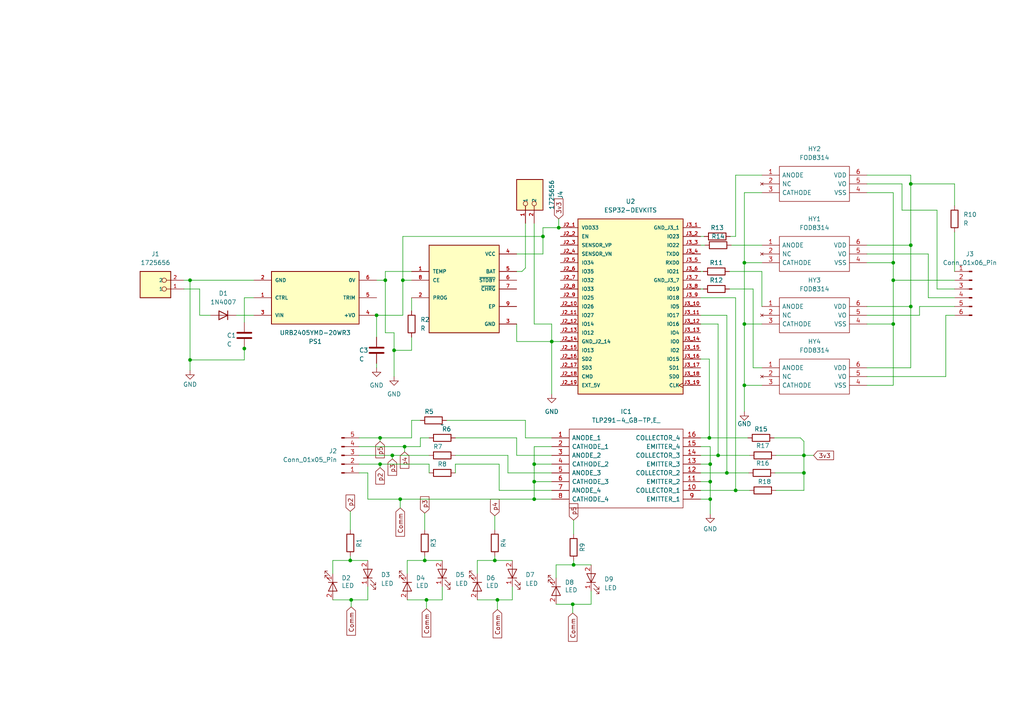
<source format=kicad_sch>
(kicad_sch
	(version 20231120)
	(generator "eeschema")
	(generator_version "8.0")
	(uuid "51b36711-359c-4d26-9a27-fd3a7d560d63")
	(paper "A4")
	(lib_symbols
		(symbol "1725656:1725656"
			(pin_names
				(offset 1.016)
			)
			(exclude_from_sim no)
			(in_bom yes)
			(on_board yes)
			(property "Reference" "J"
				(at -2.54 5.842 0)
				(effects
					(font
						(size 1.27 1.27)
					)
					(justify left bottom)
				)
			)
			(property "Value" "1725656"
				(at -2.54 -5.08 0)
				(effects
					(font
						(size 1.27 1.27)
					)
					(justify left bottom)
				)
			)
			(property "Footprint" "1725656:PHOENIX_1725656"
				(at 0 0 0)
				(effects
					(font
						(size 1.27 1.27)
					)
					(justify bottom)
					(hide yes)
				)
			)
			(property "Datasheet" ""
				(at 0 0 0)
				(effects
					(font
						(size 1.27 1.27)
					)
					(hide yes)
				)
			)
			(property "Description" "\nPCB Terminal Screw 2.54mm 20AWG 160V 6A 2 Position COMBICON MPT Series | Phoenix Contact 1725656\n"
				(at 0 0 0)
				(effects
					(font
						(size 1.27 1.27)
					)
					(justify bottom)
					(hide yes)
				)
			)
			(property "MF" "Phoenix Contact"
				(at 0 0 0)
				(effects
					(font
						(size 1.27 1.27)
					)
					(justify bottom)
					(hide yes)
				)
			)
			(property "MAXIMUM_PACKAGE_HEIGHT" "8.65mm"
				(at 0 0 0)
				(effects
					(font
						(size 1.27 1.27)
					)
					(justify bottom)
					(hide yes)
				)
			)
			(property "Package" "None"
				(at 0 0 0)
				(effects
					(font
						(size 1.27 1.27)
					)
					(justify bottom)
					(hide yes)
				)
			)
			(property "Price" "None"
				(at 0 0 0)
				(effects
					(font
						(size 1.27 1.27)
					)
					(justify bottom)
					(hide yes)
				)
			)
			(property "Check_prices" "https://www.snapeda.com/parts/1725656/Phoenix+Contact/view-part/?ref=eda"
				(at 0 0 0)
				(effects
					(font
						(size 1.27 1.27)
					)
					(justify bottom)
					(hide yes)
				)
			)
			(property "STANDARD" "Manufacturer Recommendations"
				(at 0 0 0)
				(effects
					(font
						(size 1.27 1.27)
					)
					(justify bottom)
					(hide yes)
				)
			)
			(property "PARTREV" "03.03.2021"
				(at 0 0 0)
				(effects
					(font
						(size 1.27 1.27)
					)
					(justify bottom)
					(hide yes)
				)
			)
			(property "SnapEDA_Link" "https://www.snapeda.com/parts/1725656/Phoenix+Contact/view-part/?ref=snap"
				(at 0 0 0)
				(effects
					(font
						(size 1.27 1.27)
					)
					(justify bottom)
					(hide yes)
				)
			)
			(property "MP" "1725656"
				(at 0 0 0)
				(effects
					(font
						(size 1.27 1.27)
					)
					(justify bottom)
					(hide yes)
				)
			)
			(property "Purchase-URL" "https://www.snapeda.com/api/url_track_click_mouser/?unipart_id=523980&manufacturer=Phoenix Contact&part_name=1725656&search_term=j2 1725656"
				(at 0 0 0)
				(effects
					(font
						(size 1.27 1.27)
					)
					(justify bottom)
					(hide yes)
				)
			)
			(property "Availability" "In Stock"
				(at 0 0 0)
				(effects
					(font
						(size 1.27 1.27)
					)
					(justify bottom)
					(hide yes)
				)
			)
			(property "MANUFACTURER" "Phoenix Contact"
				(at 0 0 0)
				(effects
					(font
						(size 1.27 1.27)
					)
					(justify bottom)
					(hide yes)
				)
			)
			(symbol "1725656_0_0"
				(rectangle
					(start -3.81 -2.54)
					(end 5.08 5.08)
					(stroke
						(width 0.254)
						(type default)
					)
					(fill
						(type background)
					)
				)
				(circle
					(center -1.905 0)
					(radius 0.635)
					(stroke
						(width 0.1524)
						(type default)
					)
					(fill
						(type none)
					)
				)
				(circle
					(center -1.905 2.54)
					(radius 0.635)
					(stroke
						(width 0.1524)
						(type default)
					)
					(fill
						(type none)
					)
				)
				(pin passive line
					(at -7.62 2.54 0)
					(length 5.08)
					(name "1"
						(effects
							(font
								(size 1.016 1.016)
							)
						)
					)
					(number "1"
						(effects
							(font
								(size 1.016 1.016)
							)
						)
					)
				)
				(pin passive line
					(at -7.62 0 0)
					(length 5.08)
					(name "2"
						(effects
							(font
								(size 1.016 1.016)
							)
						)
					)
					(number "2"
						(effects
							(font
								(size 1.016 1.016)
							)
						)
					)
				)
			)
		)
		(symbol "Connector:Conn_01x05_Pin"
			(pin_names
				(offset 1.016) hide)
			(exclude_from_sim no)
			(in_bom yes)
			(on_board yes)
			(property "Reference" "J"
				(at 0 7.62 0)
				(effects
					(font
						(size 1.27 1.27)
					)
				)
			)
			(property "Value" "Conn_01x05_Pin"
				(at 0 -7.62 0)
				(effects
					(font
						(size 1.27 1.27)
					)
				)
			)
			(property "Footprint" ""
				(at 0 0 0)
				(effects
					(font
						(size 1.27 1.27)
					)
					(hide yes)
				)
			)
			(property "Datasheet" "~"
				(at 0 0 0)
				(effects
					(font
						(size 1.27 1.27)
					)
					(hide yes)
				)
			)
			(property "Description" "Generic connector, single row, 01x05, script generated"
				(at 0 0 0)
				(effects
					(font
						(size 1.27 1.27)
					)
					(hide yes)
				)
			)
			(property "ki_locked" ""
				(at 0 0 0)
				(effects
					(font
						(size 1.27 1.27)
					)
				)
			)
			(property "ki_keywords" "connector"
				(at 0 0 0)
				(effects
					(font
						(size 1.27 1.27)
					)
					(hide yes)
				)
			)
			(property "ki_fp_filters" "Connector*:*_1x??_*"
				(at 0 0 0)
				(effects
					(font
						(size 1.27 1.27)
					)
					(hide yes)
				)
			)
			(symbol "Conn_01x05_Pin_1_1"
				(polyline
					(pts
						(xy 1.27 -5.08) (xy 0.8636 -5.08)
					)
					(stroke
						(width 0.1524)
						(type default)
					)
					(fill
						(type none)
					)
				)
				(polyline
					(pts
						(xy 1.27 -2.54) (xy 0.8636 -2.54)
					)
					(stroke
						(width 0.1524)
						(type default)
					)
					(fill
						(type none)
					)
				)
				(polyline
					(pts
						(xy 1.27 0) (xy 0.8636 0)
					)
					(stroke
						(width 0.1524)
						(type default)
					)
					(fill
						(type none)
					)
				)
				(polyline
					(pts
						(xy 1.27 2.54) (xy 0.8636 2.54)
					)
					(stroke
						(width 0.1524)
						(type default)
					)
					(fill
						(type none)
					)
				)
				(polyline
					(pts
						(xy 1.27 5.08) (xy 0.8636 5.08)
					)
					(stroke
						(width 0.1524)
						(type default)
					)
					(fill
						(type none)
					)
				)
				(rectangle
					(start 0.8636 -4.953)
					(end 0 -5.207)
					(stroke
						(width 0.1524)
						(type default)
					)
					(fill
						(type outline)
					)
				)
				(rectangle
					(start 0.8636 -2.413)
					(end 0 -2.667)
					(stroke
						(width 0.1524)
						(type default)
					)
					(fill
						(type outline)
					)
				)
				(rectangle
					(start 0.8636 0.127)
					(end 0 -0.127)
					(stroke
						(width 0.1524)
						(type default)
					)
					(fill
						(type outline)
					)
				)
				(rectangle
					(start 0.8636 2.667)
					(end 0 2.413)
					(stroke
						(width 0.1524)
						(type default)
					)
					(fill
						(type outline)
					)
				)
				(rectangle
					(start 0.8636 5.207)
					(end 0 4.953)
					(stroke
						(width 0.1524)
						(type default)
					)
					(fill
						(type outline)
					)
				)
				(pin passive line
					(at 5.08 5.08 180)
					(length 3.81)
					(name "Pin_1"
						(effects
							(font
								(size 1.27 1.27)
							)
						)
					)
					(number "1"
						(effects
							(font
								(size 1.27 1.27)
							)
						)
					)
				)
				(pin passive line
					(at 5.08 2.54 180)
					(length 3.81)
					(name "Pin_2"
						(effects
							(font
								(size 1.27 1.27)
							)
						)
					)
					(number "2"
						(effects
							(font
								(size 1.27 1.27)
							)
						)
					)
				)
				(pin passive line
					(at 5.08 0 180)
					(length 3.81)
					(name "Pin_3"
						(effects
							(font
								(size 1.27 1.27)
							)
						)
					)
					(number "3"
						(effects
							(font
								(size 1.27 1.27)
							)
						)
					)
				)
				(pin passive line
					(at 5.08 -2.54 180)
					(length 3.81)
					(name "Pin_4"
						(effects
							(font
								(size 1.27 1.27)
							)
						)
					)
					(number "4"
						(effects
							(font
								(size 1.27 1.27)
							)
						)
					)
				)
				(pin passive line
					(at 5.08 -5.08 180)
					(length 3.81)
					(name "Pin_5"
						(effects
							(font
								(size 1.27 1.27)
							)
						)
					)
					(number "5"
						(effects
							(font
								(size 1.27 1.27)
							)
						)
					)
				)
			)
		)
		(symbol "Connector:Conn_01x06_Pin"
			(pin_names
				(offset 1.016) hide)
			(exclude_from_sim no)
			(in_bom yes)
			(on_board yes)
			(property "Reference" "J"
				(at 0 7.62 0)
				(effects
					(font
						(size 1.27 1.27)
					)
				)
			)
			(property "Value" "Conn_01x06_Pin"
				(at 0 -10.16 0)
				(effects
					(font
						(size 1.27 1.27)
					)
				)
			)
			(property "Footprint" ""
				(at 0 0 0)
				(effects
					(font
						(size 1.27 1.27)
					)
					(hide yes)
				)
			)
			(property "Datasheet" "~"
				(at 0 0 0)
				(effects
					(font
						(size 1.27 1.27)
					)
					(hide yes)
				)
			)
			(property "Description" "Generic connector, single row, 01x06, script generated"
				(at 0 0 0)
				(effects
					(font
						(size 1.27 1.27)
					)
					(hide yes)
				)
			)
			(property "ki_locked" ""
				(at 0 0 0)
				(effects
					(font
						(size 1.27 1.27)
					)
				)
			)
			(property "ki_keywords" "connector"
				(at 0 0 0)
				(effects
					(font
						(size 1.27 1.27)
					)
					(hide yes)
				)
			)
			(property "ki_fp_filters" "Connector*:*_1x??_*"
				(at 0 0 0)
				(effects
					(font
						(size 1.27 1.27)
					)
					(hide yes)
				)
			)
			(symbol "Conn_01x06_Pin_1_1"
				(polyline
					(pts
						(xy 1.27 -7.62) (xy 0.8636 -7.62)
					)
					(stroke
						(width 0.1524)
						(type default)
					)
					(fill
						(type none)
					)
				)
				(polyline
					(pts
						(xy 1.27 -5.08) (xy 0.8636 -5.08)
					)
					(stroke
						(width 0.1524)
						(type default)
					)
					(fill
						(type none)
					)
				)
				(polyline
					(pts
						(xy 1.27 -2.54) (xy 0.8636 -2.54)
					)
					(stroke
						(width 0.1524)
						(type default)
					)
					(fill
						(type none)
					)
				)
				(polyline
					(pts
						(xy 1.27 0) (xy 0.8636 0)
					)
					(stroke
						(width 0.1524)
						(type default)
					)
					(fill
						(type none)
					)
				)
				(polyline
					(pts
						(xy 1.27 2.54) (xy 0.8636 2.54)
					)
					(stroke
						(width 0.1524)
						(type default)
					)
					(fill
						(type none)
					)
				)
				(polyline
					(pts
						(xy 1.27 5.08) (xy 0.8636 5.08)
					)
					(stroke
						(width 0.1524)
						(type default)
					)
					(fill
						(type none)
					)
				)
				(rectangle
					(start 0.8636 -7.493)
					(end 0 -7.747)
					(stroke
						(width 0.1524)
						(type default)
					)
					(fill
						(type outline)
					)
				)
				(rectangle
					(start 0.8636 -4.953)
					(end 0 -5.207)
					(stroke
						(width 0.1524)
						(type default)
					)
					(fill
						(type outline)
					)
				)
				(rectangle
					(start 0.8636 -2.413)
					(end 0 -2.667)
					(stroke
						(width 0.1524)
						(type default)
					)
					(fill
						(type outline)
					)
				)
				(rectangle
					(start 0.8636 0.127)
					(end 0 -0.127)
					(stroke
						(width 0.1524)
						(type default)
					)
					(fill
						(type outline)
					)
				)
				(rectangle
					(start 0.8636 2.667)
					(end 0 2.413)
					(stroke
						(width 0.1524)
						(type default)
					)
					(fill
						(type outline)
					)
				)
				(rectangle
					(start 0.8636 5.207)
					(end 0 4.953)
					(stroke
						(width 0.1524)
						(type default)
					)
					(fill
						(type outline)
					)
				)
				(pin passive line
					(at 5.08 5.08 180)
					(length 3.81)
					(name "Pin_1"
						(effects
							(font
								(size 1.27 1.27)
							)
						)
					)
					(number "1"
						(effects
							(font
								(size 1.27 1.27)
							)
						)
					)
				)
				(pin passive line
					(at 5.08 2.54 180)
					(length 3.81)
					(name "Pin_2"
						(effects
							(font
								(size 1.27 1.27)
							)
						)
					)
					(number "2"
						(effects
							(font
								(size 1.27 1.27)
							)
						)
					)
				)
				(pin passive line
					(at 5.08 0 180)
					(length 3.81)
					(name "Pin_3"
						(effects
							(font
								(size 1.27 1.27)
							)
						)
					)
					(number "3"
						(effects
							(font
								(size 1.27 1.27)
							)
						)
					)
				)
				(pin passive line
					(at 5.08 -2.54 180)
					(length 3.81)
					(name "Pin_4"
						(effects
							(font
								(size 1.27 1.27)
							)
						)
					)
					(number "4"
						(effects
							(font
								(size 1.27 1.27)
							)
						)
					)
				)
				(pin passive line
					(at 5.08 -5.08 180)
					(length 3.81)
					(name "Pin_5"
						(effects
							(font
								(size 1.27 1.27)
							)
						)
					)
					(number "5"
						(effects
							(font
								(size 1.27 1.27)
							)
						)
					)
				)
				(pin passive line
					(at 5.08 -7.62 180)
					(length 3.81)
					(name "Pin_6"
						(effects
							(font
								(size 1.27 1.27)
							)
						)
					)
					(number "6"
						(effects
							(font
								(size 1.27 1.27)
							)
						)
					)
				)
			)
		)
		(symbol "Device:C"
			(pin_numbers hide)
			(pin_names
				(offset 0.254)
			)
			(exclude_from_sim no)
			(in_bom yes)
			(on_board yes)
			(property "Reference" "C"
				(at 0.635 2.54 0)
				(effects
					(font
						(size 1.27 1.27)
					)
					(justify left)
				)
			)
			(property "Value" "C"
				(at 0.635 -2.54 0)
				(effects
					(font
						(size 1.27 1.27)
					)
					(justify left)
				)
			)
			(property "Footprint" ""
				(at 0.9652 -3.81 0)
				(effects
					(font
						(size 1.27 1.27)
					)
					(hide yes)
				)
			)
			(property "Datasheet" "~"
				(at 0 0 0)
				(effects
					(font
						(size 1.27 1.27)
					)
					(hide yes)
				)
			)
			(property "Description" "Unpolarized capacitor"
				(at 0 0 0)
				(effects
					(font
						(size 1.27 1.27)
					)
					(hide yes)
				)
			)
			(property "ki_keywords" "cap capacitor"
				(at 0 0 0)
				(effects
					(font
						(size 1.27 1.27)
					)
					(hide yes)
				)
			)
			(property "ki_fp_filters" "C_*"
				(at 0 0 0)
				(effects
					(font
						(size 1.27 1.27)
					)
					(hide yes)
				)
			)
			(symbol "C_0_1"
				(polyline
					(pts
						(xy -2.032 -0.762) (xy 2.032 -0.762)
					)
					(stroke
						(width 0.508)
						(type default)
					)
					(fill
						(type none)
					)
				)
				(polyline
					(pts
						(xy -2.032 0.762) (xy 2.032 0.762)
					)
					(stroke
						(width 0.508)
						(type default)
					)
					(fill
						(type none)
					)
				)
			)
			(symbol "C_1_1"
				(pin passive line
					(at 0 3.81 270)
					(length 2.794)
					(name "~"
						(effects
							(font
								(size 1.27 1.27)
							)
						)
					)
					(number "1"
						(effects
							(font
								(size 1.27 1.27)
							)
						)
					)
				)
				(pin passive line
					(at 0 -3.81 90)
					(length 2.794)
					(name "~"
						(effects
							(font
								(size 1.27 1.27)
							)
						)
					)
					(number "2"
						(effects
							(font
								(size 1.27 1.27)
							)
						)
					)
				)
			)
		)
		(symbol "Device:R"
			(pin_numbers hide)
			(pin_names
				(offset 0)
			)
			(exclude_from_sim no)
			(in_bom yes)
			(on_board yes)
			(property "Reference" "R"
				(at 2.032 0 90)
				(effects
					(font
						(size 1.27 1.27)
					)
				)
			)
			(property "Value" "R"
				(at 0 0 90)
				(effects
					(font
						(size 1.27 1.27)
					)
				)
			)
			(property "Footprint" ""
				(at -1.778 0 90)
				(effects
					(font
						(size 1.27 1.27)
					)
					(hide yes)
				)
			)
			(property "Datasheet" "~"
				(at 0 0 0)
				(effects
					(font
						(size 1.27 1.27)
					)
					(hide yes)
				)
			)
			(property "Description" "Resistor"
				(at 0 0 0)
				(effects
					(font
						(size 1.27 1.27)
					)
					(hide yes)
				)
			)
			(property "ki_keywords" "R res resistor"
				(at 0 0 0)
				(effects
					(font
						(size 1.27 1.27)
					)
					(hide yes)
				)
			)
			(property "ki_fp_filters" "R_*"
				(at 0 0 0)
				(effects
					(font
						(size 1.27 1.27)
					)
					(hide yes)
				)
			)
			(symbol "R_0_1"
				(rectangle
					(start -1.016 -2.54)
					(end 1.016 2.54)
					(stroke
						(width 0.254)
						(type default)
					)
					(fill
						(type none)
					)
				)
			)
			(symbol "R_1_1"
				(pin passive line
					(at 0 3.81 270)
					(length 1.27)
					(name "~"
						(effects
							(font
								(size 1.27 1.27)
							)
						)
					)
					(number "1"
						(effects
							(font
								(size 1.27 1.27)
							)
						)
					)
				)
				(pin passive line
					(at 0 -3.81 90)
					(length 1.27)
					(name "~"
						(effects
							(font
								(size 1.27 1.27)
							)
						)
					)
					(number "2"
						(effects
							(font
								(size 1.27 1.27)
							)
						)
					)
				)
			)
		)
		(symbol "Diode:1N4007"
			(pin_numbers hide)
			(pin_names hide)
			(exclude_from_sim no)
			(in_bom yes)
			(on_board yes)
			(property "Reference" "D"
				(at 0 2.54 0)
				(effects
					(font
						(size 1.27 1.27)
					)
				)
			)
			(property "Value" "1N4007"
				(at 0 -2.54 0)
				(effects
					(font
						(size 1.27 1.27)
					)
				)
			)
			(property "Footprint" "Diode_THT:D_DO-41_SOD81_P10.16mm_Horizontal"
				(at 0 -4.445 0)
				(effects
					(font
						(size 1.27 1.27)
					)
					(hide yes)
				)
			)
			(property "Datasheet" "http://www.vishay.com/docs/88503/1n4001.pdf"
				(at 0 0 0)
				(effects
					(font
						(size 1.27 1.27)
					)
					(hide yes)
				)
			)
			(property "Description" "1000V 1A General Purpose Rectifier Diode, DO-41"
				(at 0 0 0)
				(effects
					(font
						(size 1.27 1.27)
					)
					(hide yes)
				)
			)
			(property "Sim.Device" "D"
				(at 0 0 0)
				(effects
					(font
						(size 1.27 1.27)
					)
					(hide yes)
				)
			)
			(property "Sim.Pins" "1=K 2=A"
				(at 0 0 0)
				(effects
					(font
						(size 1.27 1.27)
					)
					(hide yes)
				)
			)
			(property "ki_keywords" "diode"
				(at 0 0 0)
				(effects
					(font
						(size 1.27 1.27)
					)
					(hide yes)
				)
			)
			(property "ki_fp_filters" "D*DO?41*"
				(at 0 0 0)
				(effects
					(font
						(size 1.27 1.27)
					)
					(hide yes)
				)
			)
			(symbol "1N4007_0_1"
				(polyline
					(pts
						(xy -1.27 1.27) (xy -1.27 -1.27)
					)
					(stroke
						(width 0.254)
						(type default)
					)
					(fill
						(type none)
					)
				)
				(polyline
					(pts
						(xy 1.27 0) (xy -1.27 0)
					)
					(stroke
						(width 0)
						(type default)
					)
					(fill
						(type none)
					)
				)
				(polyline
					(pts
						(xy 1.27 1.27) (xy 1.27 -1.27) (xy -1.27 0) (xy 1.27 1.27)
					)
					(stroke
						(width 0.254)
						(type default)
					)
					(fill
						(type none)
					)
				)
			)
			(symbol "1N4007_1_1"
				(pin passive line
					(at -3.81 0 0)
					(length 2.54)
					(name "K"
						(effects
							(font
								(size 1.27 1.27)
							)
						)
					)
					(number "1"
						(effects
							(font
								(size 1.27 1.27)
							)
						)
					)
				)
				(pin passive line
					(at 3.81 0 180)
					(length 2.54)
					(name "A"
						(effects
							(font
								(size 1.27 1.27)
							)
						)
					)
					(number "2"
						(effects
							(font
								(size 1.27 1.27)
							)
						)
					)
				)
			)
		)
		(symbol "ESP32-DEVKITS:ESP32-DEVKITS"
			(pin_names
				(offset 1.016)
			)
			(exclude_from_sim no)
			(in_bom yes)
			(on_board yes)
			(property "Reference" "U"
				(at -15.24 26.162 0)
				(effects
					(font
						(size 1.27 1.27)
					)
					(justify left bottom)
				)
			)
			(property "Value" "ESP32-DEVKITS"
				(at -15.24 -27.94 0)
				(effects
					(font
						(size 1.27 1.27)
					)
					(justify left bottom)
				)
			)
			(property "Footprint" "ESP32-DEVKITS:MODULE_ESP32-DEVKITS"
				(at 0 0 0)
				(effects
					(font
						(size 1.27 1.27)
					)
					(justify bottom)
					(hide yes)
				)
			)
			(property "Datasheet" ""
				(at 0 0 0)
				(effects
					(font
						(size 1.27 1.27)
					)
					(hide yes)
				)
			)
			(property "Description" "\nWiFi Development Tools - 802.11 ESP32-DevKitS is a flashing board used to flash official ESP32 WROVER and SOLO series modules\n"
				(at 0 0 0)
				(effects
					(font
						(size 1.27 1.27)
					)
					(justify bottom)
					(hide yes)
				)
			)
			(property "MF" "Espressif Systems"
				(at 0 0 0)
				(effects
					(font
						(size 1.27 1.27)
					)
					(justify bottom)
					(hide yes)
				)
			)
			(property "Package" "None"
				(at 0 0 0)
				(effects
					(font
						(size 1.27 1.27)
					)
					(justify bottom)
					(hide yes)
				)
			)
			(property "Price" "None"
				(at 0 0 0)
				(effects
					(font
						(size 1.27 1.27)
					)
					(justify bottom)
					(hide yes)
				)
			)
			(property "Check_prices" "https://www.snapeda.com/parts/ESP32-DEVKITS/Espressif+Systems/view-part/?ref=eda"
				(at 0 0 0)
				(effects
					(font
						(size 1.27 1.27)
					)
					(justify bottom)
					(hide yes)
				)
			)
			(property "STANDARD" "Manufacturer Recommendations"
				(at 0 0 0)
				(effects
					(font
						(size 1.27 1.27)
					)
					(justify bottom)
					(hide yes)
				)
			)
			(property "PARTREV" "1.1"
				(at 0 0 0)
				(effects
					(font
						(size 1.27 1.27)
					)
					(justify bottom)
					(hide yes)
				)
			)
			(property "SnapEDA_Link" "https://www.snapeda.com/parts/ESP32-DEVKITS/Espressif+Systems/view-part/?ref=snap"
				(at 0 0 0)
				(effects
					(font
						(size 1.27 1.27)
					)
					(justify bottom)
					(hide yes)
				)
			)
			(property "MP" "ESP32-DEVKITS"
				(at 0 0 0)
				(effects
					(font
						(size 1.27 1.27)
					)
					(justify bottom)
					(hide yes)
				)
			)
			(property "Purchase-URL" "https://www.snapeda.com/api/url_track_click_mouser/?unipart_id=4702132&manufacturer=Espressif Systems&part_name=ESP32-DEVKITS&search_term=esp32 module"
				(at 0 0 0)
				(effects
					(font
						(size 1.27 1.27)
					)
					(justify bottom)
					(hide yes)
				)
			)
			(property "Availability" "In Stock"
				(at 0 0 0)
				(effects
					(font
						(size 1.27 1.27)
					)
					(justify bottom)
					(hide yes)
				)
			)
			(property "MANUFACTURER" "Espressif Systems"
				(at 0 0 0)
				(effects
					(font
						(size 1.27 1.27)
					)
					(justify bottom)
					(hide yes)
				)
			)
			(symbol "ESP32-DEVKITS_0_0"
				(rectangle
					(start -15.24 -25.4)
					(end 15.24 25.4)
					(stroke
						(width 0.254)
						(type default)
					)
					(fill
						(type background)
					)
				)
				(pin power_in line
					(at -20.32 22.86 0)
					(length 5.08)
					(name "VDD33"
						(effects
							(font
								(size 1.016 1.016)
							)
						)
					)
					(number "J2_1"
						(effects
							(font
								(size 1.016 1.016)
							)
						)
					)
				)
				(pin bidirectional line
					(at -20.32 0 0)
					(length 5.08)
					(name "IO26"
						(effects
							(font
								(size 1.016 1.016)
							)
						)
					)
					(number "J2_10"
						(effects
							(font
								(size 1.016 1.016)
							)
						)
					)
				)
				(pin bidirectional line
					(at -20.32 -2.54 0)
					(length 5.08)
					(name "IO27"
						(effects
							(font
								(size 1.016 1.016)
							)
						)
					)
					(number "J2_11"
						(effects
							(font
								(size 1.016 1.016)
							)
						)
					)
				)
				(pin bidirectional line
					(at -20.32 -5.08 0)
					(length 5.08)
					(name "IO14"
						(effects
							(font
								(size 1.016 1.016)
							)
						)
					)
					(number "J2_12"
						(effects
							(font
								(size 1.016 1.016)
							)
						)
					)
				)
				(pin bidirectional line
					(at -20.32 -7.62 0)
					(length 5.08)
					(name "IO12"
						(effects
							(font
								(size 1.016 1.016)
							)
						)
					)
					(number "J2_13"
						(effects
							(font
								(size 1.016 1.016)
							)
						)
					)
				)
				(pin power_in line
					(at -20.32 -10.16 0)
					(length 5.08)
					(name "GND_J2_14"
						(effects
							(font
								(size 1.016 1.016)
							)
						)
					)
					(number "J2_14"
						(effects
							(font
								(size 1.016 1.016)
							)
						)
					)
				)
				(pin bidirectional line
					(at -20.32 -12.7 0)
					(length 5.08)
					(name "IO13"
						(effects
							(font
								(size 1.016 1.016)
							)
						)
					)
					(number "J2_15"
						(effects
							(font
								(size 1.016 1.016)
							)
						)
					)
				)
				(pin bidirectional line
					(at -20.32 -15.24 0)
					(length 5.08)
					(name "SD2"
						(effects
							(font
								(size 1.016 1.016)
							)
						)
					)
					(number "J2_16"
						(effects
							(font
								(size 1.016 1.016)
							)
						)
					)
				)
				(pin bidirectional line
					(at -20.32 -17.78 0)
					(length 5.08)
					(name "SD3"
						(effects
							(font
								(size 1.016 1.016)
							)
						)
					)
					(number "J2_17"
						(effects
							(font
								(size 1.016 1.016)
							)
						)
					)
				)
				(pin bidirectional line
					(at -20.32 -20.32 0)
					(length 5.08)
					(name "CMD"
						(effects
							(font
								(size 1.016 1.016)
							)
						)
					)
					(number "J2_18"
						(effects
							(font
								(size 1.016 1.016)
							)
						)
					)
				)
				(pin power_in line
					(at -20.32 -22.86 0)
					(length 5.08)
					(name "EXT_5V"
						(effects
							(font
								(size 1.016 1.016)
							)
						)
					)
					(number "J2_19"
						(effects
							(font
								(size 1.016 1.016)
							)
						)
					)
				)
				(pin input line
					(at -20.32 20.32 0)
					(length 5.08)
					(name "EN"
						(effects
							(font
								(size 1.016 1.016)
							)
						)
					)
					(number "J2_2"
						(effects
							(font
								(size 1.016 1.016)
							)
						)
					)
				)
				(pin bidirectional line
					(at -20.32 17.78 0)
					(length 5.08)
					(name "SENSOR_VP"
						(effects
							(font
								(size 1.016 1.016)
							)
						)
					)
					(number "J2_3"
						(effects
							(font
								(size 1.016 1.016)
							)
						)
					)
				)
				(pin bidirectional line
					(at -20.32 15.24 0)
					(length 5.08)
					(name "SENSOR_VN"
						(effects
							(font
								(size 1.016 1.016)
							)
						)
					)
					(number "J2_4"
						(effects
							(font
								(size 1.016 1.016)
							)
						)
					)
				)
				(pin bidirectional line
					(at -20.32 12.7 0)
					(length 5.08)
					(name "IO34"
						(effects
							(font
								(size 1.016 1.016)
							)
						)
					)
					(number "J2_5"
						(effects
							(font
								(size 1.016 1.016)
							)
						)
					)
				)
				(pin bidirectional line
					(at -20.32 10.16 0)
					(length 5.08)
					(name "IO35"
						(effects
							(font
								(size 1.016 1.016)
							)
						)
					)
					(number "J2_6"
						(effects
							(font
								(size 1.016 1.016)
							)
						)
					)
				)
				(pin bidirectional line
					(at -20.32 7.62 0)
					(length 5.08)
					(name "IO32"
						(effects
							(font
								(size 1.016 1.016)
							)
						)
					)
					(number "J2_7"
						(effects
							(font
								(size 1.016 1.016)
							)
						)
					)
				)
				(pin bidirectional line
					(at -20.32 5.08 0)
					(length 5.08)
					(name "IO33"
						(effects
							(font
								(size 1.016 1.016)
							)
						)
					)
					(number "J2_8"
						(effects
							(font
								(size 1.016 1.016)
							)
						)
					)
				)
				(pin bidirectional line
					(at -20.32 2.54 0)
					(length 5.08)
					(name "IO25"
						(effects
							(font
								(size 1.016 1.016)
							)
						)
					)
					(number "J2_9"
						(effects
							(font
								(size 1.016 1.016)
							)
						)
					)
				)
				(pin power_in line
					(at 20.32 22.86 180)
					(length 5.08)
					(name "GND_J3_1"
						(effects
							(font
								(size 1.016 1.016)
							)
						)
					)
					(number "J3_1"
						(effects
							(font
								(size 1.016 1.016)
							)
						)
					)
				)
				(pin bidirectional line
					(at 20.32 0 180)
					(length 5.08)
					(name "IO5"
						(effects
							(font
								(size 1.016 1.016)
							)
						)
					)
					(number "J3_10"
						(effects
							(font
								(size 1.016 1.016)
							)
						)
					)
				)
				(pin bidirectional line
					(at 20.32 -2.54 180)
					(length 5.08)
					(name "IO17"
						(effects
							(font
								(size 1.016 1.016)
							)
						)
					)
					(number "J3_11"
						(effects
							(font
								(size 1.016 1.016)
							)
						)
					)
				)
				(pin bidirectional line
					(at 20.32 -5.08 180)
					(length 5.08)
					(name "IO16"
						(effects
							(font
								(size 1.016 1.016)
							)
						)
					)
					(number "J3_12"
						(effects
							(font
								(size 1.016 1.016)
							)
						)
					)
				)
				(pin bidirectional line
					(at 20.32 -7.62 180)
					(length 5.08)
					(name "IO4"
						(effects
							(font
								(size 1.016 1.016)
							)
						)
					)
					(number "J3_13"
						(effects
							(font
								(size 1.016 1.016)
							)
						)
					)
				)
				(pin bidirectional line
					(at 20.32 -10.16 180)
					(length 5.08)
					(name "IO0"
						(effects
							(font
								(size 1.016 1.016)
							)
						)
					)
					(number "J3_14"
						(effects
							(font
								(size 1.016 1.016)
							)
						)
					)
				)
				(pin bidirectional line
					(at 20.32 -12.7 180)
					(length 5.08)
					(name "IO2"
						(effects
							(font
								(size 1.016 1.016)
							)
						)
					)
					(number "J3_15"
						(effects
							(font
								(size 1.016 1.016)
							)
						)
					)
				)
				(pin bidirectional line
					(at 20.32 -15.24 180)
					(length 5.08)
					(name "IO15"
						(effects
							(font
								(size 1.016 1.016)
							)
						)
					)
					(number "J3_16"
						(effects
							(font
								(size 1.016 1.016)
							)
						)
					)
				)
				(pin bidirectional line
					(at 20.32 -17.78 180)
					(length 5.08)
					(name "SD1"
						(effects
							(font
								(size 1.016 1.016)
							)
						)
					)
					(number "J3_17"
						(effects
							(font
								(size 1.016 1.016)
							)
						)
					)
				)
				(pin bidirectional line
					(at 20.32 -20.32 180)
					(length 5.08)
					(name "SD0"
						(effects
							(font
								(size 1.016 1.016)
							)
						)
					)
					(number "J3_18"
						(effects
							(font
								(size 1.016 1.016)
							)
						)
					)
				)
				(pin bidirectional clock
					(at 20.32 -22.86 180)
					(length 5.08)
					(name "CLK"
						(effects
							(font
								(size 1.016 1.016)
							)
						)
					)
					(number "J3_19"
						(effects
							(font
								(size 1.016 1.016)
							)
						)
					)
				)
				(pin bidirectional line
					(at 20.32 20.32 180)
					(length 5.08)
					(name "IO23"
						(effects
							(font
								(size 1.016 1.016)
							)
						)
					)
					(number "J3_2"
						(effects
							(font
								(size 1.016 1.016)
							)
						)
					)
				)
				(pin bidirectional line
					(at 20.32 17.78 180)
					(length 5.08)
					(name "IO22"
						(effects
							(font
								(size 1.016 1.016)
							)
						)
					)
					(number "J3_3"
						(effects
							(font
								(size 1.016 1.016)
							)
						)
					)
				)
				(pin bidirectional line
					(at 20.32 15.24 180)
					(length 5.08)
					(name "TXD0"
						(effects
							(font
								(size 1.016 1.016)
							)
						)
					)
					(number "J3_4"
						(effects
							(font
								(size 1.016 1.016)
							)
						)
					)
				)
				(pin bidirectional line
					(at 20.32 12.7 180)
					(length 5.08)
					(name "RXD0"
						(effects
							(font
								(size 1.016 1.016)
							)
						)
					)
					(number "J3_5"
						(effects
							(font
								(size 1.016 1.016)
							)
						)
					)
				)
				(pin bidirectional line
					(at 20.32 10.16 180)
					(length 5.08)
					(name "IO21"
						(effects
							(font
								(size 1.016 1.016)
							)
						)
					)
					(number "J3_6"
						(effects
							(font
								(size 1.016 1.016)
							)
						)
					)
				)
				(pin power_in line
					(at 20.32 7.62 180)
					(length 5.08)
					(name "GND_J3_7"
						(effects
							(font
								(size 1.016 1.016)
							)
						)
					)
					(number "J3_7"
						(effects
							(font
								(size 1.016 1.016)
							)
						)
					)
				)
				(pin bidirectional line
					(at 20.32 5.08 180)
					(length 5.08)
					(name "IO19"
						(effects
							(font
								(size 1.016 1.016)
							)
						)
					)
					(number "J3_8"
						(effects
							(font
								(size 1.016 1.016)
							)
						)
					)
				)
				(pin bidirectional line
					(at 20.32 2.54 180)
					(length 5.08)
					(name "IO18"
						(effects
							(font
								(size 1.016 1.016)
							)
						)
					)
					(number "J3_9"
						(effects
							(font
								(size 1.016 1.016)
							)
						)
					)
				)
			)
		)
		(symbol "FOD8314:FOD8314"
			(pin_names
				(offset 0.762)
			)
			(exclude_from_sim no)
			(in_bom yes)
			(on_board yes)
			(property "Reference" "HY"
				(at 26.67 7.62 0)
				(effects
					(font
						(size 1.27 1.27)
					)
					(justify left)
				)
			)
			(property "Value" "FOD8314"
				(at 26.67 5.08 0)
				(effects
					(font
						(size 1.27 1.27)
					)
					(justify left)
				)
			)
			(property "Footprint" "SOIC127P970X348-6N"
				(at 26.67 2.54 0)
				(effects
					(font
						(size 1.27 1.27)
					)
					(justify left)
					(hide yes)
				)
			)
			(property "Datasheet" "https://componentsearchengine.com/Datasheets/1/FOD8314.pdf"
				(at 26.67 0 0)
				(effects
					(font
						(size 1.27 1.27)
					)
					(justify left)
					(hide yes)
				)
			)
			(property "Description" "Logic Output Optocouplers 1.0A Output Gate Driver Optocoupler"
				(at 26.67 -2.54 0)
				(effects
					(font
						(size 1.27 1.27)
					)
					(justify left)
					(hide yes)
				)
			)
			(property "Height" "3.48"
				(at 26.67 -5.08 0)
				(effects
					(font
						(size 1.27 1.27)
					)
					(justify left)
					(hide yes)
				)
			)
			(property "Manufacturer_Name" "onsemi"
				(at 26.67 -7.62 0)
				(effects
					(font
						(size 1.27 1.27)
					)
					(justify left)
					(hide yes)
				)
			)
			(property "Manufacturer_Part_Number" "FOD8314"
				(at 26.67 -10.16 0)
				(effects
					(font
						(size 1.27 1.27)
					)
					(justify left)
					(hide yes)
				)
			)
			(property "Mouser Part Number" "512-FOD8314"
				(at 26.67 -12.7 0)
				(effects
					(font
						(size 1.27 1.27)
					)
					(justify left)
					(hide yes)
				)
			)
			(property "Mouser Price/Stock" "https://www.mouser.com/Search/Refine.aspx?Keyword=512-FOD8314"
				(at 26.67 -15.24 0)
				(effects
					(font
						(size 1.27 1.27)
					)
					(justify left)
					(hide yes)
				)
			)
			(property "Arrow Part Number" "FOD8314"
				(at 26.67 -17.78 0)
				(effects
					(font
						(size 1.27 1.27)
					)
					(justify left)
					(hide yes)
				)
			)
			(property "Arrow Price/Stock" "https://www.arrow.com/en/products/fod8314/on-semiconductor?region=nac"
				(at 26.67 -20.32 0)
				(effects
					(font
						(size 1.27 1.27)
					)
					(justify left)
					(hide yes)
				)
			)
			(symbol "FOD8314_0_0"
				(pin passive line
					(at 0 0 0)
					(length 5.08)
					(name "ANODE"
						(effects
							(font
								(size 1.27 1.27)
							)
						)
					)
					(number "1"
						(effects
							(font
								(size 1.27 1.27)
							)
						)
					)
				)
				(pin no_connect line
					(at 0 -2.54 0)
					(length 5.08)
					(name "NC"
						(effects
							(font
								(size 1.27 1.27)
							)
						)
					)
					(number "2"
						(effects
							(font
								(size 1.27 1.27)
							)
						)
					)
				)
				(pin passive line
					(at 0 -5.08 0)
					(length 5.08)
					(name "CATHODE"
						(effects
							(font
								(size 1.27 1.27)
							)
						)
					)
					(number "3"
						(effects
							(font
								(size 1.27 1.27)
							)
						)
					)
				)
				(pin passive line
					(at 30.48 -5.08 180)
					(length 5.08)
					(name "VSS"
						(effects
							(font
								(size 1.27 1.27)
							)
						)
					)
					(number "4"
						(effects
							(font
								(size 1.27 1.27)
							)
						)
					)
				)
				(pin passive line
					(at 30.48 -2.54 180)
					(length 5.08)
					(name "VO"
						(effects
							(font
								(size 1.27 1.27)
							)
						)
					)
					(number "5"
						(effects
							(font
								(size 1.27 1.27)
							)
						)
					)
				)
				(pin passive line
					(at 30.48 0 180)
					(length 5.08)
					(name "VDD"
						(effects
							(font
								(size 1.27 1.27)
							)
						)
					)
					(number "6"
						(effects
							(font
								(size 1.27 1.27)
							)
						)
					)
				)
			)
			(symbol "FOD8314_0_1"
				(polyline
					(pts
						(xy 5.08 2.54) (xy 25.4 2.54) (xy 25.4 -7.62) (xy 5.08 -7.62) (xy 5.08 2.54)
					)
					(stroke
						(width 0.1524)
						(type solid)
					)
					(fill
						(type none)
					)
				)
			)
		)
		(symbol "TLP291-4_GB-TP_E_:TLP291-4_GB-TP,E_"
			(pin_names
				(offset 0.762)
			)
			(exclude_from_sim no)
			(in_bom yes)
			(on_board yes)
			(property "Reference" "IC"
				(at 39.37 7.62 0)
				(effects
					(font
						(size 1.27 1.27)
					)
					(justify left)
				)
			)
			(property "Value" "TLP291-4_GB-TP,E_"
				(at 39.37 5.08 0)
				(effects
					(font
						(size 1.27 1.27)
					)
					(justify left)
				)
			)
			(property "Footprint" "SOIC127P700X230-16N"
				(at 39.37 2.54 0)
				(effects
					(font
						(size 1.27 1.27)
					)
					(justify left)
					(hide yes)
				)
			)
			(property "Datasheet" "https://componentsearchengine.com/Datasheets/1/TLP291-4(GB-TP,E).pdf"
				(at 39.37 0 0)
				(effects
					(font
						(size 1.27 1.27)
					)
					(justify left)
					(hide yes)
				)
			)
			(property "Description" "Transistor Output Optocouplers PHOTOCOUP QUAD TRANS 16-SOP COMP TLP281-4"
				(at 39.37 -2.54 0)
				(effects
					(font
						(size 1.27 1.27)
					)
					(justify left)
					(hide yes)
				)
			)
			(property "Height" "2.3"
				(at 39.37 -5.08 0)
				(effects
					(font
						(size 1.27 1.27)
					)
					(justify left)
					(hide yes)
				)
			)
			(property "Manufacturer_Name" "Toshiba"
				(at 39.37 -7.62 0)
				(effects
					(font
						(size 1.27 1.27)
					)
					(justify left)
					(hide yes)
				)
			)
			(property "Manufacturer_Part_Number" "TLP291-4(GB-TP,E)"
				(at 39.37 -10.16 0)
				(effects
					(font
						(size 1.27 1.27)
					)
					(justify left)
					(hide yes)
				)
			)
			(property "Mouser Part Number" "757-TLP2914GB-TPE"
				(at 39.37 -12.7 0)
				(effects
					(font
						(size 1.27 1.27)
					)
					(justify left)
					(hide yes)
				)
			)
			(property "Mouser Price/Stock" "https://www.mouser.co.uk/ProductDetail/Toshiba/TLP291-4GB-TPE?qs=aT3ZFlnUjmJV%2FMEQgafMFQ%3D%3D"
				(at 39.37 -15.24 0)
				(effects
					(font
						(size 1.27 1.27)
					)
					(justify left)
					(hide yes)
				)
			)
			(property "Arrow Part Number" "TLP291-4(GB-TP,E)"
				(at 39.37 -17.78 0)
				(effects
					(font
						(size 1.27 1.27)
					)
					(justify left)
					(hide yes)
				)
			)
			(property "Arrow Price/Stock" "https://www.arrow.com/en/products/tlp291-4-gb-tpe/toshiba?region=nac"
				(at 39.37 -20.32 0)
				(effects
					(font
						(size 1.27 1.27)
					)
					(justify left)
					(hide yes)
				)
			)
			(symbol "TLP291-4_GB-TP,E__0_0"
				(pin passive line
					(at 0 0 0)
					(length 5.08)
					(name "ANODE_1"
						(effects
							(font
								(size 1.27 1.27)
							)
						)
					)
					(number "1"
						(effects
							(font
								(size 1.27 1.27)
							)
						)
					)
				)
				(pin passive line
					(at 43.18 -15.24 180)
					(length 5.08)
					(name "COLLECTOR_1"
						(effects
							(font
								(size 1.27 1.27)
							)
						)
					)
					(number "10"
						(effects
							(font
								(size 1.27 1.27)
							)
						)
					)
				)
				(pin passive line
					(at 43.18 -12.7 180)
					(length 5.08)
					(name "EMITTER_2"
						(effects
							(font
								(size 1.27 1.27)
							)
						)
					)
					(number "11"
						(effects
							(font
								(size 1.27 1.27)
							)
						)
					)
				)
				(pin passive line
					(at 43.18 -10.16 180)
					(length 5.08)
					(name "COLLECTOR_2"
						(effects
							(font
								(size 1.27 1.27)
							)
						)
					)
					(number "12"
						(effects
							(font
								(size 1.27 1.27)
							)
						)
					)
				)
				(pin passive line
					(at 43.18 -7.62 180)
					(length 5.08)
					(name "EMITTER_3"
						(effects
							(font
								(size 1.27 1.27)
							)
						)
					)
					(number "13"
						(effects
							(font
								(size 1.27 1.27)
							)
						)
					)
				)
				(pin passive line
					(at 43.18 -5.08 180)
					(length 5.08)
					(name "COLLECTOR_3"
						(effects
							(font
								(size 1.27 1.27)
							)
						)
					)
					(number "14"
						(effects
							(font
								(size 1.27 1.27)
							)
						)
					)
				)
				(pin passive line
					(at 43.18 -2.54 180)
					(length 5.08)
					(name "EMITTER_4"
						(effects
							(font
								(size 1.27 1.27)
							)
						)
					)
					(number "15"
						(effects
							(font
								(size 1.27 1.27)
							)
						)
					)
				)
				(pin passive line
					(at 43.18 0 180)
					(length 5.08)
					(name "COLLECTOR_4"
						(effects
							(font
								(size 1.27 1.27)
							)
						)
					)
					(number "16"
						(effects
							(font
								(size 1.27 1.27)
							)
						)
					)
				)
				(pin passive line
					(at 0 -2.54 0)
					(length 5.08)
					(name "CATHODE_1"
						(effects
							(font
								(size 1.27 1.27)
							)
						)
					)
					(number "2"
						(effects
							(font
								(size 1.27 1.27)
							)
						)
					)
				)
				(pin passive line
					(at 0 -5.08 0)
					(length 5.08)
					(name "ANODE_2"
						(effects
							(font
								(size 1.27 1.27)
							)
						)
					)
					(number "3"
						(effects
							(font
								(size 1.27 1.27)
							)
						)
					)
				)
				(pin passive line
					(at 0 -7.62 0)
					(length 5.08)
					(name "CATHODE_2"
						(effects
							(font
								(size 1.27 1.27)
							)
						)
					)
					(number "4"
						(effects
							(font
								(size 1.27 1.27)
							)
						)
					)
				)
				(pin passive line
					(at 0 -10.16 0)
					(length 5.08)
					(name "ANODE_3"
						(effects
							(font
								(size 1.27 1.27)
							)
						)
					)
					(number "5"
						(effects
							(font
								(size 1.27 1.27)
							)
						)
					)
				)
				(pin passive line
					(at 0 -12.7 0)
					(length 5.08)
					(name "CATHODE_3"
						(effects
							(font
								(size 1.27 1.27)
							)
						)
					)
					(number "6"
						(effects
							(font
								(size 1.27 1.27)
							)
						)
					)
				)
				(pin passive line
					(at 0 -15.24 0)
					(length 5.08)
					(name "ANODE_4"
						(effects
							(font
								(size 1.27 1.27)
							)
						)
					)
					(number "7"
						(effects
							(font
								(size 1.27 1.27)
							)
						)
					)
				)
				(pin passive line
					(at 0 -17.78 0)
					(length 5.08)
					(name "CATHODE_4"
						(effects
							(font
								(size 1.27 1.27)
							)
						)
					)
					(number "8"
						(effects
							(font
								(size 1.27 1.27)
							)
						)
					)
				)
				(pin passive line
					(at 43.18 -17.78 180)
					(length 5.08)
					(name "EMITTER_1"
						(effects
							(font
								(size 1.27 1.27)
							)
						)
					)
					(number "9"
						(effects
							(font
								(size 1.27 1.27)
							)
						)
					)
				)
			)
			(symbol "TLP291-4_GB-TP,E__0_1"
				(polyline
					(pts
						(xy 5.08 2.54) (xy 38.1 2.54) (xy 38.1 -20.32) (xy 5.08 -20.32) (xy 5.08 2.54)
					)
					(stroke
						(width 0.1524)
						(type solid)
					)
					(fill
						(type none)
					)
				)
			)
		)
		(symbol "TP4056:TP4056"
			(pin_names
				(offset 1.016)
			)
			(exclude_from_sim no)
			(in_bom yes)
			(on_board yes)
			(property "Reference" "U"
				(at -10.16 13.208 0)
				(effects
					(font
						(size 1.27 1.27)
					)
					(justify left bottom)
				)
			)
			(property "Value" "TP4056"
				(at -10.16 -15.24 0)
				(effects
					(font
						(size 1.27 1.27)
					)
					(justify left bottom)
				)
			)
			(property "Footprint" "TP4056:SOP127P600X175-9N"
				(at 0 0 0)
				(effects
					(font
						(size 1.27 1.27)
					)
					(justify bottom)
					(hide yes)
				)
			)
			(property "Datasheet" ""
				(at 0 0 0)
				(effects
					(font
						(size 1.27 1.27)
					)
					(hide yes)
				)
			)
			(property "Description" "\nComplete single cell Li-Ion battery with a constant current / constant voltage linear charger\n"
				(at 0 0 0)
				(effects
					(font
						(size 1.27 1.27)
					)
					(justify bottom)
					(hide yes)
				)
			)
			(property "MF" "NanJing Top Power ASIC Corp."
				(at 0 0 0)
				(effects
					(font
						(size 1.27 1.27)
					)
					(justify bottom)
					(hide yes)
				)
			)
			(property "MAXIMUM_PACKAGE_HEIGHT" "1.75mm"
				(at 0 0 0)
				(effects
					(font
						(size 1.27 1.27)
					)
					(justify bottom)
					(hide yes)
				)
			)
			(property "Package" "Package"
				(at 0 0 0)
				(effects
					(font
						(size 1.27 1.27)
					)
					(justify bottom)
					(hide yes)
				)
			)
			(property "Price" "None"
				(at 0 0 0)
				(effects
					(font
						(size 1.27 1.27)
					)
					(justify bottom)
					(hide yes)
				)
			)
			(property "Check_prices" "https://www.snapeda.com/parts/TP4056/NanJing+Top+Power+ASIC+Corp./view-part/?ref=eda"
				(at 0 0 0)
				(effects
					(font
						(size 1.27 1.27)
					)
					(justify bottom)
					(hide yes)
				)
			)
			(property "STANDARD" "IPC 7351B"
				(at 0 0 0)
				(effects
					(font
						(size 1.27 1.27)
					)
					(justify bottom)
					(hide yes)
				)
			)
			(property "SnapEDA_Link" "https://www.snapeda.com/parts/TP4056/NanJing+Top+Power+ASIC+Corp./view-part/?ref=snap"
				(at 0 0 0)
				(effects
					(font
						(size 1.27 1.27)
					)
					(justify bottom)
					(hide yes)
				)
			)
			(property "MP" "TP4056"
				(at 0 0 0)
				(effects
					(font
						(size 1.27 1.27)
					)
					(justify bottom)
					(hide yes)
				)
			)
			(property "Availability" "Not in stock"
				(at 0 0 0)
				(effects
					(font
						(size 1.27 1.27)
					)
					(justify bottom)
					(hide yes)
				)
			)
			(property "MANUFACTURER" "NanJing Top Power ASIC Corp."
				(at 0 0 0)
				(effects
					(font
						(size 1.27 1.27)
					)
					(justify bottom)
					(hide yes)
				)
			)
			(symbol "TP4056_0_0"
				(rectangle
					(start -10.16 -12.7)
					(end 10.16 12.7)
					(stroke
						(width 0.254)
						(type default)
					)
					(fill
						(type background)
					)
				)
				(pin input line
					(at -15.24 5.08 0)
					(length 5.08)
					(name "TEMP"
						(effects
							(font
								(size 1.016 1.016)
							)
						)
					)
					(number "1"
						(effects
							(font
								(size 1.016 1.016)
							)
						)
					)
				)
				(pin bidirectional line
					(at -15.24 -2.54 0)
					(length 5.08)
					(name "PROG"
						(effects
							(font
								(size 1.016 1.016)
							)
						)
					)
					(number "2"
						(effects
							(font
								(size 1.016 1.016)
							)
						)
					)
				)
				(pin power_in line
					(at 15.24 -10.16 180)
					(length 5.08)
					(name "GND"
						(effects
							(font
								(size 1.016 1.016)
							)
						)
					)
					(number "3"
						(effects
							(font
								(size 1.016 1.016)
							)
						)
					)
				)
				(pin power_in line
					(at 15.24 10.16 180)
					(length 5.08)
					(name "VCC"
						(effects
							(font
								(size 1.016 1.016)
							)
						)
					)
					(number "4"
						(effects
							(font
								(size 1.016 1.016)
							)
						)
					)
				)
				(pin output line
					(at 15.24 5.08 180)
					(length 5.08)
					(name "BAT"
						(effects
							(font
								(size 1.016 1.016)
							)
						)
					)
					(number "5"
						(effects
							(font
								(size 1.016 1.016)
							)
						)
					)
				)
				(pin output line
					(at 15.24 2.54 180)
					(length 5.08)
					(name "~{STDBY}"
						(effects
							(font
								(size 1.016 1.016)
							)
						)
					)
					(number "6"
						(effects
							(font
								(size 1.016 1.016)
							)
						)
					)
				)
				(pin output line
					(at 15.24 0 180)
					(length 5.08)
					(name "~{CHRG}"
						(effects
							(font
								(size 1.016 1.016)
							)
						)
					)
					(number "7"
						(effects
							(font
								(size 1.016 1.016)
							)
						)
					)
				)
				(pin input line
					(at -15.24 2.54 0)
					(length 5.08)
					(name "CE"
						(effects
							(font
								(size 1.016 1.016)
							)
						)
					)
					(number "8"
						(effects
							(font
								(size 1.016 1.016)
							)
						)
					)
				)
				(pin passive line
					(at 15.24 -5.08 180)
					(length 5.08)
					(name "EP"
						(effects
							(font
								(size 1.016 1.016)
							)
						)
					)
					(number "9"
						(effects
							(font
								(size 1.016 1.016)
							)
						)
					)
				)
			)
		)
		(symbol "URB2405YMD-20WR3:URB2405YMD-20WR3"
			(pin_names
				(offset 1.016)
			)
			(exclude_from_sim no)
			(in_bom yes)
			(on_board yes)
			(property "Reference" "PS"
				(at -12.7 8.89 0)
				(effects
					(font
						(size 1.27 1.27)
					)
					(justify left bottom)
				)
			)
			(property "Value" "URB2405YMD-20WR3"
				(at -12.7 -10.16 0)
				(effects
					(font
						(size 1.27 1.27)
					)
					(justify left bottom)
				)
			)
			(property "Footprint" "CONV_URB2405YMD-20WR3"
				(at 0 0 0)
				(effects
					(font
						(size 1.27 1.27)
					)
					(justify left bottom)
					(hide yes)
				)
			)
			(property "Datasheet" ""
				(at 0 0 0)
				(effects
					(font
						(size 1.27 1.27)
					)
					(justify left bottom)
					(hide yes)
				)
			)
			(property "Description" "\\nIsolated Module DC DC Converter 1 Output 5V - - - 4A 9V - 36V Input\\n"
				(at 0 0 0)
				(effects
					(font
						(size 1.27 1.27)
					)
					(justify left bottom)
					(hide yes)
				)
			)
			(property "MF" "Mornsun America, LLC"
				(at 0 0 0)
				(effects
					(font
						(size 1.27 1.27)
					)
					(justify left bottom)
					(hide yes)
				)
			)
			(property "MAXIMUM_PACKAGE_HEIGHT" "12.20 mm"
				(at 0 0 0)
				(effects
					(font
						(size 1.27 1.27)
					)
					(justify left bottom)
					(hide yes)
				)
			)
			(property "Package" "CUSTOM-6 MORNSUN"
				(at 0 0 0)
				(effects
					(font
						(size 1.27 1.27)
					)
					(justify left bottom)
					(hide yes)
				)
			)
			(property "Price" "None"
				(at 0 0 0)
				(effects
					(font
						(size 1.27 1.27)
					)
					(justify left bottom)
					(hide yes)
				)
			)
			(property "Check_prices" "https://www.snapeda.com/parts/URB2405YMD-20WR3/MORNSUN/view-part/?ref=eda"
				(at 0 0 0)
				(effects
					(font
						(size 1.27 1.27)
					)
					(justify left bottom)
					(hide yes)
				)
			)
			(property "STANDARD" "Manufacturer Recommendations"
				(at 0 0 0)
				(effects
					(font
						(size 1.27 1.27)
					)
					(justify left bottom)
					(hide yes)
				)
			)
			(property "PARTREV" "2019.10.16-A/4"
				(at 0 0 0)
				(effects
					(font
						(size 1.27 1.27)
					)
					(justify left bottom)
					(hide yes)
				)
			)
			(property "SnapEDA_Link" "https://www.snapeda.com/parts/URB2405YMD-20WR3/MORNSUN/view-part/?ref=snap"
				(at 0 0 0)
				(effects
					(font
						(size 1.27 1.27)
					)
					(justify left bottom)
					(hide yes)
				)
			)
			(property "MP" "URB2405YMD-20WR3"
				(at 0 0 0)
				(effects
					(font
						(size 1.27 1.27)
					)
					(justify left bottom)
					(hide yes)
				)
			)
			(property "Availability" "In Stock"
				(at 0 0 0)
				(effects
					(font
						(size 1.27 1.27)
					)
					(justify left bottom)
					(hide yes)
				)
			)
			(property "MANUFACTURER" "Mornsun"
				(at 0 0 0)
				(effects
					(font
						(size 1.27 1.27)
					)
					(justify left bottom)
					(hide yes)
				)
			)
			(property "ki_locked" ""
				(at 0 0 0)
				(effects
					(font
						(size 1.27 1.27)
					)
				)
			)
			(symbol "URB2405YMD-20WR3_0_0"
				(rectangle
					(start -12.7 -7.62)
					(end 12.7 7.62)
					(stroke
						(width 0.254)
						(type solid)
					)
					(fill
						(type background)
					)
				)
				(pin input line
					(at -17.78 0 0)
					(length 5.08)
					(name "CTRL"
						(effects
							(font
								(size 1.016 1.016)
							)
						)
					)
					(number "1"
						(effects
							(font
								(size 1.016 1.016)
							)
						)
					)
				)
				(pin power_in line
					(at -17.78 -5.08 0)
					(length 5.08)
					(name "GND"
						(effects
							(font
								(size 1.016 1.016)
							)
						)
					)
					(number "2"
						(effects
							(font
								(size 1.016 1.016)
							)
						)
					)
				)
				(pin input line
					(at -17.78 5.08 0)
					(length 5.08)
					(name "VIN"
						(effects
							(font
								(size 1.016 1.016)
							)
						)
					)
					(number "3"
						(effects
							(font
								(size 1.016 1.016)
							)
						)
					)
				)
				(pin output line
					(at 17.78 5.08 180)
					(length 5.08)
					(name "+VO"
						(effects
							(font
								(size 1.016 1.016)
							)
						)
					)
					(number "4"
						(effects
							(font
								(size 1.016 1.016)
							)
						)
					)
				)
				(pin passive line
					(at 17.78 0 180)
					(length 5.08)
					(name "TRIM"
						(effects
							(font
								(size 1.016 1.016)
							)
						)
					)
					(number "5"
						(effects
							(font
								(size 1.016 1.016)
							)
						)
					)
				)
				(pin passive line
					(at 17.78 -5.08 180)
					(length 5.08)
					(name "0V"
						(effects
							(font
								(size 1.016 1.016)
							)
						)
					)
					(number "6"
						(effects
							(font
								(size 1.016 1.016)
							)
						)
					)
				)
			)
		)
		(symbol "charger_stepup-cache:LED"
			(pin_names
				(offset 1.016) hide)
			(exclude_from_sim no)
			(in_bom yes)
			(on_board yes)
			(property "Reference" "D"
				(at 0 2.54 0)
				(effects
					(font
						(size 1.27 1.27)
					)
				)
			)
			(property "Value" "LED"
				(at 0 -2.54 0)
				(effects
					(font
						(size 1.27 1.27)
					)
				)
			)
			(property "Footprint" ""
				(at 0 0 0)
				(effects
					(font
						(size 1.27 1.27)
					)
					(hide yes)
				)
			)
			(property "Datasheet" ""
				(at 0 0 0)
				(effects
					(font
						(size 1.27 1.27)
					)
					(hide yes)
				)
			)
			(property "Description" ""
				(at 0 0 0)
				(effects
					(font
						(size 1.27 1.27)
					)
					(hide yes)
				)
			)
			(property "ki_fp_filters" "LED*"
				(at 0 0 0)
				(effects
					(font
						(size 1.27 1.27)
					)
					(hide yes)
				)
			)
			(symbol "LED_0_1"
				(polyline
					(pts
						(xy -1.27 -1.27) (xy -1.27 1.27)
					)
					(stroke
						(width 0.2032)
						(type solid)
					)
					(fill
						(type none)
					)
				)
				(polyline
					(pts
						(xy -1.27 0) (xy 1.27 0)
					)
					(stroke
						(width 0)
						(type solid)
					)
					(fill
						(type none)
					)
				)
				(polyline
					(pts
						(xy 1.27 -1.27) (xy 1.27 1.27) (xy -1.27 0) (xy 1.27 -1.27)
					)
					(stroke
						(width 0.2032)
						(type solid)
					)
					(fill
						(type none)
					)
				)
				(polyline
					(pts
						(xy -3.048 -0.762) (xy -4.572 -2.286) (xy -3.81 -2.286) (xy -4.572 -2.286) (xy -4.572 -1.524)
					)
					(stroke
						(width 0)
						(type solid)
					)
					(fill
						(type none)
					)
				)
				(polyline
					(pts
						(xy -1.778 -0.762) (xy -3.302 -2.286) (xy -2.54 -2.286) (xy -3.302 -2.286) (xy -3.302 -1.524)
					)
					(stroke
						(width 0)
						(type solid)
					)
					(fill
						(type none)
					)
				)
			)
			(symbol "LED_1_1"
				(pin passive line
					(at -3.81 0 0)
					(length 2.54)
					(name "K"
						(effects
							(font
								(size 1.27 1.27)
							)
						)
					)
					(number "1"
						(effects
							(font
								(size 1.27 1.27)
							)
						)
					)
				)
				(pin passive line
					(at 3.81 0 180)
					(length 2.54)
					(name "A"
						(effects
							(font
								(size 1.27 1.27)
							)
						)
					)
					(number "2"
						(effects
							(font
								(size 1.27 1.27)
							)
						)
					)
				)
			)
		)
		(symbol "power:GND"
			(power)
			(pin_names
				(offset 0)
			)
			(exclude_from_sim no)
			(in_bom yes)
			(on_board yes)
			(property "Reference" "#PWR"
				(at 0 -6.35 0)
				(effects
					(font
						(size 1.27 1.27)
					)
					(hide yes)
				)
			)
			(property "Value" "GND"
				(at 0 -3.81 0)
				(effects
					(font
						(size 1.27 1.27)
					)
				)
			)
			(property "Footprint" ""
				(at 0 0 0)
				(effects
					(font
						(size 1.27 1.27)
					)
					(hide yes)
				)
			)
			(property "Datasheet" ""
				(at 0 0 0)
				(effects
					(font
						(size 1.27 1.27)
					)
					(hide yes)
				)
			)
			(property "Description" "Power symbol creates a global label with name \"GND\" , ground"
				(at 0 0 0)
				(effects
					(font
						(size 1.27 1.27)
					)
					(hide yes)
				)
			)
			(property "ki_keywords" "global power"
				(at 0 0 0)
				(effects
					(font
						(size 1.27 1.27)
					)
					(hide yes)
				)
			)
			(symbol "GND_0_1"
				(polyline
					(pts
						(xy 0 0) (xy 0 -1.27) (xy 1.27 -1.27) (xy 0 -2.54) (xy -1.27 -1.27) (xy 0 -1.27)
					)
					(stroke
						(width 0)
						(type default)
					)
					(fill
						(type none)
					)
				)
			)
			(symbol "GND_1_1"
				(pin power_in line
					(at 0 0 270)
					(length 0) hide
					(name "GND"
						(effects
							(font
								(size 1.27 1.27)
							)
						)
					)
					(number "1"
						(effects
							(font
								(size 1.27 1.27)
							)
						)
					)
				)
			)
		)
	)
	(junction
		(at 264.16 71.12)
		(diameter 0)
		(color 0 0 0 0)
		(uuid "0a11a132-e2ec-4fab-bc1b-21d32b6b9c2f")
	)
	(junction
		(at 233.172 132.08)
		(diameter 0)
		(color 0 0 0 0)
		(uuid "11d12495-1a7a-4e33-bccd-af6ddcd2624a")
	)
	(junction
		(at 205.994 134.62)
		(diameter 0)
		(color 0 0 0 0)
		(uuid "13d2a386-a9a5-4dbc-a278-248f7c93c6d4")
	)
	(junction
		(at 215.9 111.76)
		(diameter 0)
		(color 0 0 0 0)
		(uuid "15276cfd-5474-43d4-b4d6-8bebe56d99f3")
	)
	(junction
		(at 111.76 81.28)
		(diameter 0)
		(color 0 0 0 0)
		(uuid "179cbb50-b676-4453-91cc-6aaf89f4b3e1")
	)
	(junction
		(at 109.22 91.44)
		(diameter 0)
		(color 0 0 0 0)
		(uuid "1b7fb752-8261-4d7b-a481-25f9268aeee6")
	)
	(junction
		(at 160.02 99.06)
		(diameter 0)
		(color 0 0 0 0)
		(uuid "2392a486-73fb-4333-8dea-9f30d3c3243a")
	)
	(junction
		(at 70.866 101.092)
		(diameter 0)
		(color 0 0 0 0)
		(uuid "296585d4-14d9-4b88-a758-a686b87b1ab6")
	)
	(junction
		(at 101.6 162.56)
		(diameter 0)
		(color 0 0 0 0)
		(uuid "3078ccd9-9c15-48dd-a478-68d9806d7547")
	)
	(junction
		(at 233.172 137.16)
		(diameter 0)
		(color 0 0 0 0)
		(uuid "3189a8a7-ec8a-4329-a33a-b9036310a0ba")
	)
	(junction
		(at 259.08 76.2)
		(diameter 0)
		(color 0 0 0 0)
		(uuid "32d86830-6f53-44f5-9821-f0429ac30579")
	)
	(junction
		(at 205.994 139.7)
		(diameter 0)
		(color 0 0 0 0)
		(uuid "3c1e3c20-483d-498b-92ab-25c7f0e4a69e")
	)
	(junction
		(at 259.08 81.28)
		(diameter 0)
		(color 0 0 0 0)
		(uuid "41703857-e7d3-45e4-9077-493293397448")
	)
	(junction
		(at 259.08 93.98)
		(diameter 0)
		(color 0 0 0 0)
		(uuid "41a6edc4-3938-4bd2-82ca-444f2a712b7e")
	)
	(junction
		(at 166.116 175.26)
		(diameter 0)
		(color 0 0 0 0)
		(uuid "44967174-0024-4b14-9b9e-9fa82bf72a1c")
	)
	(junction
		(at 264.16 53.34)
		(diameter 0)
		(color 0 0 0 0)
		(uuid "496082be-6985-4953-bd8f-bb4cbc253fb7")
	)
	(junction
		(at 117.348 129.54)
		(diameter 0)
		(color 0 0 0 0)
		(uuid "4f1604df-1e46-47a0-b5ba-e8a6ca855c1d")
	)
	(junction
		(at 113.792 132.08)
		(diameter 0)
		(color 0 0 0 0)
		(uuid "56f97162-4305-44b6-bac9-69fac91f7839")
	)
	(junction
		(at 210.82 137.16)
		(diameter 0)
		(color 0 0 0 0)
		(uuid "60cd05ea-96a2-4e82-9585-14f892c32099")
	)
	(junction
		(at 166.37 163.83)
		(diameter 0)
		(color 0 0 0 0)
		(uuid "62ded9b8-8eff-4523-a978-e88bb188b4dc")
	)
	(junction
		(at 110.236 134.62)
		(diameter 0)
		(color 0 0 0 0)
		(uuid "699744b2-3541-4538-bc9b-c37ee78f6ce8")
	)
	(junction
		(at 157.48 68.58)
		(diameter 0)
		(color 0 0 0 0)
		(uuid "6b798ae5-4872-40b1-b57a-379699b2e08a")
	)
	(junction
		(at 215.9 76.2)
		(diameter 0)
		(color 0 0 0 0)
		(uuid "6c0dec0c-1e54-44f8-9c8a-ae39da155af4")
	)
	(junction
		(at 154.94 139.7)
		(diameter 0)
		(color 0 0 0 0)
		(uuid "74fed9c5-3f2b-40fc-ad60-2f600a865eda")
	)
	(junction
		(at 162.052 66.04)
		(diameter 0)
		(color 0 0 0 0)
		(uuid "77d6e82a-4ce6-4ae2-bbe6-a3a291cbf1d2")
	)
	(junction
		(at 116.84 81.28)
		(diameter 0)
		(color 0 0 0 0)
		(uuid "78abbfc1-cd8c-4503-82a8-dbf445897a4a")
	)
	(junction
		(at 110.236 127)
		(diameter 0)
		(color 0 0 0 0)
		(uuid "7cb58529-02c2-4ab6-975f-83c3cbe167ed")
	)
	(junction
		(at 114.3 101.6)
		(diameter 0)
		(color 0 0 0 0)
		(uuid "848ffdd9-b411-45f0-b2c0-63621e4008ae")
	)
	(junction
		(at 154.94 144.78)
		(diameter 0)
		(color 0 0 0 0)
		(uuid "89f23792-60f2-47db-9178-08b84eed1687")
	)
	(junction
		(at 215.9 93.98)
		(diameter 0)
		(color 0 0 0 0)
		(uuid "8b69f50b-e31b-471e-8428-1984a13929fe")
	)
	(junction
		(at 123.698 173.99)
		(diameter 0)
		(color 0 0 0 0)
		(uuid "8d31ddc9-5b6c-4ee0-b81c-79727321dc74")
	)
	(junction
		(at 55.118 81.28)
		(diameter 0)
		(color 0 0 0 0)
		(uuid "aa976fcd-76d7-4e7c-9daf-8ac46d8633c6")
	)
	(junction
		(at 143.51 162.56)
		(diameter 0)
		(color 0 0 0 0)
		(uuid "b02d7470-7440-4388-a984-aa2b443a18a7")
	)
	(junction
		(at 208.28 132.08)
		(diameter 0)
		(color 0 0 0 0)
		(uuid "b23da63a-f2ff-443c-a76e-e3b17270078f")
	)
	(junction
		(at 144.272 173.99)
		(diameter 0)
		(color 0 0 0 0)
		(uuid "b3850daf-f174-4876-881f-879acc9dbe6f")
	)
	(junction
		(at 116.078 144.78)
		(diameter 0)
		(color 0 0 0 0)
		(uuid "bb3dc77b-4fea-41c0-9842-106b110958e2")
	)
	(junction
		(at 123.19 162.56)
		(diameter 0)
		(color 0 0 0 0)
		(uuid "bc42114c-fb6f-450f-b1ad-d9eaa4638972")
	)
	(junction
		(at 264.16 88.9)
		(diameter 0)
		(color 0 0 0 0)
		(uuid "c1d42d43-a77c-411b-973f-e448aa75f0d5")
	)
	(junction
		(at 205.994 144.78)
		(diameter 0)
		(color 0 0 0 0)
		(uuid "c31487c2-0b31-4fc6-8b24-5a73e95b0af8")
	)
	(junction
		(at 213.36 142.24)
		(diameter 0)
		(color 0 0 0 0)
		(uuid "c3452639-9d99-4a68-bad4-2821526c126f")
	)
	(junction
		(at 205.74 127)
		(diameter 0)
		(color 0 0 0 0)
		(uuid "c5f58958-761e-40ca-ac5c-a6c8560e3eb2")
	)
	(junction
		(at 55.118 104.394)
		(diameter 0)
		(color 0 0 0 0)
		(uuid "d063099a-4f3d-404c-81fe-ee368ceb8572")
	)
	(junction
		(at 101.854 173.99)
		(diameter 0)
		(color 0 0 0 0)
		(uuid "e64b0ddb-ff04-4ad7-ab71-bbd188aa5ed8")
	)
	(junction
		(at 154.94 134.62)
		(diameter 0)
		(color 0 0 0 0)
		(uuid "e8148d30-3bfd-463a-b423-8a836615e137")
	)
	(wire
		(pts
			(xy 166.37 162.56) (xy 166.37 163.83)
		)
		(stroke
			(width 0)
			(type default)
		)
		(uuid "01455114-40b7-416f-9698-59656788beb6")
	)
	(wire
		(pts
			(xy 203.2 134.62) (xy 205.994 134.62)
		)
		(stroke
			(width 0)
			(type default)
		)
		(uuid "02ac4061-a738-4e1d-9c32-fd13c30025e2")
	)
	(wire
		(pts
			(xy 117.348 129.54) (xy 121.92 129.54)
		)
		(stroke
			(width 0)
			(type default)
		)
		(uuid "04d4d9ec-de0f-4742-b42b-9bd92ce383b2")
	)
	(wire
		(pts
			(xy 160.02 93.98) (xy 160.02 99.06)
		)
		(stroke
			(width 0)
			(type default)
		)
		(uuid "051d68d3-c1a2-4550-849c-beaa4edc7a52")
	)
	(wire
		(pts
			(xy 121.92 127) (xy 121.92 129.54)
		)
		(stroke
			(width 0)
			(type default)
		)
		(uuid "05999727-0b25-461a-a68f-e738f332121b")
	)
	(wire
		(pts
			(xy 111.76 96.52) (xy 114.3 96.52)
		)
		(stroke
			(width 0)
			(type default)
		)
		(uuid "067e6ecd-2f9d-4ac3-afde-ca5ce5ac5de6")
	)
	(wire
		(pts
			(xy 251.46 53.34) (xy 261.62 53.34)
		)
		(stroke
			(width 0)
			(type default)
		)
		(uuid "07464b4d-8ccf-42c3-b915-3e223643ccf8")
	)
	(wire
		(pts
			(xy 151.384 78.74) (xy 152.4 77.724)
		)
		(stroke
			(width 0)
			(type default)
		)
		(uuid "0a4acffc-d348-44f3-b86a-3543a6c634be")
	)
	(wire
		(pts
			(xy 264.16 53.34) (xy 276.86 53.34)
		)
		(stroke
			(width 0)
			(type default)
		)
		(uuid "0a608533-7b15-42a1-becc-9bde4ceb170d")
	)
	(wire
		(pts
			(xy 251.46 93.98) (xy 259.08 93.98)
		)
		(stroke
			(width 0)
			(type default)
		)
		(uuid "0b2ac6b9-e7e6-421a-8c09-87f94f941533")
	)
	(wire
		(pts
			(xy 113.792 132.08) (xy 113.792 133.096)
		)
		(stroke
			(width 0)
			(type default)
		)
		(uuid "0b3b92a3-af40-4c51-a03b-66e0f39f6160")
	)
	(wire
		(pts
			(xy 132.08 132.08) (xy 147.32 132.08)
		)
		(stroke
			(width 0)
			(type default)
		)
		(uuid "0c2fcc29-991a-4703-aafd-f5333d546966")
	)
	(wire
		(pts
			(xy 269.24 86.36) (xy 276.86 86.36)
		)
		(stroke
			(width 0)
			(type default)
		)
		(uuid "0cf4d9aa-4453-40bb-bda6-060fe001cf53")
	)
	(wire
		(pts
			(xy 128.27 170.18) (xy 128.27 173.99)
		)
		(stroke
			(width 0)
			(type default)
		)
		(uuid "0dfc1002-d9d8-47a4-a3b0-8593d1ca6aed")
	)
	(wire
		(pts
			(xy 251.46 73.66) (xy 269.24 73.66)
		)
		(stroke
			(width 0)
			(type default)
		)
		(uuid "10da29ec-4521-4c89-9500-5e6c8ddf77fc")
	)
	(wire
		(pts
			(xy 147.32 137.16) (xy 160.02 137.16)
		)
		(stroke
			(width 0)
			(type default)
		)
		(uuid "11265868-85eb-4b90-89c2-c4f3f385999a")
	)
	(wire
		(pts
			(xy 233.172 132.08) (xy 233.172 137.16)
		)
		(stroke
			(width 0)
			(type default)
		)
		(uuid "11cdfdb4-0452-4c2c-a1f2-f6a09b73ca35")
	)
	(wire
		(pts
			(xy 274.32 91.44) (xy 274.32 109.22)
		)
		(stroke
			(width 0)
			(type default)
		)
		(uuid "11d7bb72-7fe9-4a4e-b1b8-dc8be6871c86")
	)
	(wire
		(pts
			(xy 215.9 93.98) (xy 220.98 93.98)
		)
		(stroke
			(width 0)
			(type default)
		)
		(uuid "11e705ac-9e19-4815-b20a-20571fc4686b")
	)
	(wire
		(pts
			(xy 235.966 132.08) (xy 233.172 132.08)
		)
		(stroke
			(width 0)
			(type default)
		)
		(uuid "11e7f7f2-45c9-48d7-a032-90a6bdf8ea78")
	)
	(wire
		(pts
			(xy 157.48 68.58) (xy 157.48 73.66)
		)
		(stroke
			(width 0)
			(type default)
		)
		(uuid "124b99fa-bc19-4b56-a96d-a63a22999d88")
	)
	(wire
		(pts
			(xy 104.14 132.08) (xy 113.792 132.08)
		)
		(stroke
			(width 0)
			(type default)
		)
		(uuid "1378c4a5-e4f0-4b4d-bc46-0c033b294d16")
	)
	(wire
		(pts
			(xy 203.2 144.78) (xy 205.994 144.78)
		)
		(stroke
			(width 0)
			(type default)
		)
		(uuid "137c66a0-63b7-4abb-af8d-f0c87f5f771d")
	)
	(wire
		(pts
			(xy 232.156 127) (xy 233.172 128.016)
		)
		(stroke
			(width 0)
			(type default)
		)
		(uuid "14ce3b2e-5e34-4573-b25c-7038bd57b320")
	)
	(wire
		(pts
			(xy 154.94 64.77) (xy 154.94 93.98)
		)
		(stroke
			(width 0)
			(type default)
		)
		(uuid "1791fcea-6256-4bf7-a3cc-9071651f1107")
	)
	(wire
		(pts
			(xy 111.76 78.74) (xy 119.38 78.74)
		)
		(stroke
			(width 0)
			(type default)
		)
		(uuid "185887a0-470c-4f00-b094-8b8ff955d650")
	)
	(wire
		(pts
			(xy 215.9 76.2) (xy 220.98 76.2)
		)
		(stroke
			(width 0)
			(type default)
		)
		(uuid "18f0a210-dad4-4d65-9497-9f3c161c9d53")
	)
	(wire
		(pts
			(xy 203.2 86.36) (xy 213.36 86.36)
		)
		(stroke
			(width 0)
			(type default)
		)
		(uuid "190c0f5f-3368-47ab-aca7-eecc1c973b54")
	)
	(wire
		(pts
			(xy 233.172 128.016) (xy 233.172 132.08)
		)
		(stroke
			(width 0)
			(type default)
		)
		(uuid "1971cd26-8869-4f86-b412-f754b6d8f4da")
	)
	(wire
		(pts
			(xy 203.2 142.24) (xy 213.36 142.24)
		)
		(stroke
			(width 0)
			(type default)
		)
		(uuid "1ae94db3-9915-4b9f-ab47-2dd0b7da90a4")
	)
	(wire
		(pts
			(xy 251.46 55.88) (xy 259.08 55.88)
		)
		(stroke
			(width 0)
			(type default)
		)
		(uuid "1b217db0-527b-44d8-bd01-f0f292bce585")
	)
	(wire
		(pts
			(xy 161.29 163.83) (xy 161.29 167.64)
		)
		(stroke
			(width 0)
			(type default)
		)
		(uuid "1b3a88bb-9bd1-491c-acbe-8230e994cc00")
	)
	(wire
		(pts
			(xy 274.32 91.44) (xy 276.86 91.44)
		)
		(stroke
			(width 0)
			(type default)
		)
		(uuid "1e3e4f53-ed50-4190-a6b0-4cba05eef8f2")
	)
	(wire
		(pts
			(xy 101.854 173.99) (xy 106.68 173.99)
		)
		(stroke
			(width 0)
			(type default)
		)
		(uuid "23c92898-25e0-4992-89d7-39654b92f4bb")
	)
	(wire
		(pts
			(xy 101.6 148.336) (xy 101.6 153.67)
		)
		(stroke
			(width 0)
			(type default)
		)
		(uuid "2434ec73-0019-40ab-b5da-6f04f31a0838")
	)
	(wire
		(pts
			(xy 148.59 170.18) (xy 148.59 173.99)
		)
		(stroke
			(width 0)
			(type default)
		)
		(uuid "2598a7a5-11d5-495c-96d6-a6a34813a146")
	)
	(wire
		(pts
			(xy 106.68 170.18) (xy 106.68 173.99)
		)
		(stroke
			(width 0)
			(type default)
		)
		(uuid "28268104-66b9-4430-8a6d-6c7bf9e96a99")
	)
	(wire
		(pts
			(xy 110.236 127) (xy 119.38 127)
		)
		(stroke
			(width 0)
			(type default)
		)
		(uuid "29076d78-ad80-4167-a7c5-eba873174c2d")
	)
	(wire
		(pts
			(xy 225.044 132.08) (xy 233.172 132.08)
		)
		(stroke
			(width 0)
			(type default)
		)
		(uuid "29babe42-fbc6-414c-8ee0-4984a45d46ca")
	)
	(wire
		(pts
			(xy 117.348 129.54) (xy 117.348 131.064)
		)
		(stroke
			(width 0)
			(type default)
		)
		(uuid "2a0b73e3-a099-402f-ba8a-323947c047b4")
	)
	(wire
		(pts
			(xy 116.84 81.28) (xy 116.84 91.44)
		)
		(stroke
			(width 0)
			(type default)
		)
		(uuid "2a72e468-2516-41c8-abc4-2c6946934cb1")
	)
	(wire
		(pts
			(xy 233.172 137.16) (xy 233.172 142.24)
		)
		(stroke
			(width 0)
			(type default)
		)
		(uuid "2fa55429-9619-41c6-8cc8-26a6cb18cb08")
	)
	(wire
		(pts
			(xy 212.09 71.12) (xy 220.98 71.12)
		)
		(stroke
			(width 0)
			(type default)
		)
		(uuid "317193c3-e07c-4357-b8e9-ab6b41ae791f")
	)
	(wire
		(pts
			(xy 210.82 91.44) (xy 210.82 137.16)
		)
		(stroke
			(width 0)
			(type default)
		)
		(uuid "323c616a-d8eb-4ce2-8c39-31690548f85a")
	)
	(wire
		(pts
			(xy 104.14 137.16) (xy 106.68 137.16)
		)
		(stroke
			(width 0)
			(type default)
		)
		(uuid "3baf285f-34e0-474e-83c0-4f9a81507dde")
	)
	(wire
		(pts
			(xy 259.08 81.28) (xy 259.08 93.98)
		)
		(stroke
			(width 0)
			(type default)
		)
		(uuid "3bcc5038-7ba0-4011-bd59-057955d474f4")
	)
	(wire
		(pts
			(xy 121.92 127) (xy 124.46 127)
		)
		(stroke
			(width 0)
			(type default)
		)
		(uuid "3ea0a8c3-947d-4a76-96d7-2f5bfd954abc")
	)
	(wire
		(pts
			(xy 114.3 101.6) (xy 114.3 109.22)
		)
		(stroke
			(width 0)
			(type default)
		)
		(uuid "3f8af8f2-9041-4160-bb76-3e5bd1ae39b7")
	)
	(wire
		(pts
			(xy 123.19 162.56) (xy 128.27 162.56)
		)
		(stroke
			(width 0)
			(type default)
		)
		(uuid "40d553a0-8c9d-4abe-8013-f51891498949")
	)
	(wire
		(pts
			(xy 149.86 132.08) (xy 160.02 132.08)
		)
		(stroke
			(width 0)
			(type default)
		)
		(uuid "4337c9da-71ef-4a86-9445-7a4fe435f46c")
	)
	(wire
		(pts
			(xy 96.52 162.56) (xy 101.6 162.56)
		)
		(stroke
			(width 0)
			(type default)
		)
		(uuid "4361ab1f-7c6e-427a-a1fa-7a868e29c9e0")
	)
	(wire
		(pts
			(xy 166.37 163.83) (xy 171.45 163.83)
		)
		(stroke
			(width 0)
			(type default)
		)
		(uuid "43ad6e46-8f29-4928-802e-555bb83a2d1a")
	)
	(wire
		(pts
			(xy 162.052 63.5) (xy 162.052 66.04)
		)
		(stroke
			(width 0)
			(type default)
		)
		(uuid "4534eb18-13b7-4322-af1e-a16a447d8ca9")
	)
	(wire
		(pts
			(xy 154.94 139.7) (xy 160.02 139.7)
		)
		(stroke
			(width 0)
			(type default)
		)
		(uuid "460e74c5-5dad-4f1d-b95b-f5650ce96d0e")
	)
	(wire
		(pts
			(xy 113.792 132.08) (xy 124.46 132.08)
		)
		(stroke
			(width 0)
			(type default)
		)
		(uuid "468d8b23-24d3-4874-b269-957719afe3b9")
	)
	(wire
		(pts
			(xy 57.912 83.82) (xy 57.912 91.44)
		)
		(stroke
			(width 0)
			(type default)
		)
		(uuid "493d76be-8f97-484d-bc64-0def337c3e7e")
	)
	(wire
		(pts
			(xy 276.86 67.31) (xy 276.86 78.74)
		)
		(stroke
			(width 0)
			(type default)
		)
		(uuid "49f4dd66-483f-4dbf-b6a2-21279cf97364")
	)
	(wire
		(pts
			(xy 203.2 91.44) (xy 210.82 91.44)
		)
		(stroke
			(width 0)
			(type default)
		)
		(uuid "4f5905d5-b058-426a-bc1e-bf7a0edf156e")
	)
	(wire
		(pts
			(xy 147.32 132.08) (xy 147.32 137.16)
		)
		(stroke
			(width 0)
			(type default)
		)
		(uuid "5057f359-fce2-4524-954f-269f5d873b0c")
	)
	(wire
		(pts
			(xy 208.28 132.08) (xy 217.424 132.08)
		)
		(stroke
			(width 0)
			(type default)
		)
		(uuid "506b1fec-b694-426b-809b-4c6b2d4632b8")
	)
	(wire
		(pts
			(xy 215.9 76.2) (xy 215.9 93.98)
		)
		(stroke
			(width 0)
			(type default)
		)
		(uuid "51eed71b-13b4-4b51-9bc0-841d9dd59d4f")
	)
	(wire
		(pts
			(xy 123.698 173.99) (xy 123.698 176.53)
		)
		(stroke
			(width 0)
			(type default)
		)
		(uuid "51f35a12-ddbc-48b9-bec0-393fc1dfcdf2")
	)
	(wire
		(pts
			(xy 104.14 127) (xy 110.236 127)
		)
		(stroke
			(width 0)
			(type default)
		)
		(uuid "54294986-9bac-4130-9380-345d08acf44a")
	)
	(wire
		(pts
			(xy 110.236 134.62) (xy 110.236 135.636)
		)
		(stroke
			(width 0)
			(type default)
		)
		(uuid "544a0221-bdb7-4f2f-b4f1-cc6d6f9760e1")
	)
	(wire
		(pts
			(xy 213.36 86.36) (xy 213.36 142.24)
		)
		(stroke
			(width 0)
			(type default)
		)
		(uuid "551b5c6e-66eb-4b56-bd94-e72e6561b082")
	)
	(wire
		(pts
			(xy 109.22 105.41) (xy 109.22 106.68)
		)
		(stroke
			(width 0)
			(type default)
		)
		(uuid "5546a76e-a589-4fa5-82c6-e26f8706750e")
	)
	(wire
		(pts
			(xy 215.9 93.98) (xy 215.9 111.76)
		)
		(stroke
			(width 0)
			(type default)
		)
		(uuid "5685163a-f8c6-4fd0-99c4-ef37b8182e76")
	)
	(wire
		(pts
			(xy 152.4 127) (xy 160.02 127)
		)
		(stroke
			(width 0)
			(type default)
		)
		(uuid "56de3c74-2d03-4bfa-8f11-96111fe23353")
	)
	(wire
		(pts
			(xy 152.4 64.77) (xy 152.4 77.724)
		)
		(stroke
			(width 0)
			(type default)
		)
		(uuid "56f9605e-e923-4360-b020-c3aa45c0cb00")
	)
	(wire
		(pts
			(xy 154.94 144.78) (xy 160.02 144.78)
		)
		(stroke
			(width 0)
			(type default)
		)
		(uuid "575efa92-1f5f-4ad0-bba8-72e0236581f2")
	)
	(wire
		(pts
			(xy 119.38 121.92) (xy 121.92 121.92)
		)
		(stroke
			(width 0)
			(type default)
		)
		(uuid "5925c862-81a6-433d-9114-164e2b81dbbb")
	)
	(wire
		(pts
			(xy 203.2 78.74) (xy 203.962 78.74)
		)
		(stroke
			(width 0)
			(type default)
		)
		(uuid "5d711f59-b62f-4712-b53a-34d362c44134")
	)
	(wire
		(pts
			(xy 154.94 129.54) (xy 160.02 129.54)
		)
		(stroke
			(width 0)
			(type default)
		)
		(uuid "5f42602c-fe76-4db8-8ca1-399e97dbfa1a")
	)
	(wire
		(pts
			(xy 211.836 68.58) (xy 213.36 68.58)
		)
		(stroke
			(width 0)
			(type default)
		)
		(uuid "5f51cf0a-0902-4af3-903d-c66f5fdef0af")
	)
	(wire
		(pts
			(xy 261.62 53.34) (xy 261.62 60.96)
		)
		(stroke
			(width 0)
			(type default)
		)
		(uuid "60570388-c08b-4ec7-9804-dacc51eb0db9")
	)
	(wire
		(pts
			(xy 203.2 127) (xy 205.74 127)
		)
		(stroke
			(width 0)
			(type default)
		)
		(uuid "60afeb63-c227-4f67-835f-dcd48b49d6c7")
	)
	(wire
		(pts
			(xy 149.86 93.98) (xy 149.86 99.06)
		)
		(stroke
			(width 0)
			(type default)
		)
		(uuid "617a4a11-95de-46f8-98a3-0d5e23570d1f")
	)
	(wire
		(pts
			(xy 132.08 127) (xy 149.86 127)
		)
		(stroke
			(width 0)
			(type default)
		)
		(uuid "6185b9b2-a83b-490d-bbd7-cfe39b3dde4c")
	)
	(wire
		(pts
			(xy 149.86 73.66) (xy 157.48 73.66)
		)
		(stroke
			(width 0)
			(type default)
		)
		(uuid "631a5c37-d9a2-4405-9597-aaa713dce866")
	)
	(wire
		(pts
			(xy 114.3 101.6) (xy 119.38 101.6)
		)
		(stroke
			(width 0)
			(type default)
		)
		(uuid "65939d44-f258-43c6-aab1-51ec217092c7")
	)
	(wire
		(pts
			(xy 55.118 81.28) (xy 73.66 81.28)
		)
		(stroke
			(width 0)
			(type default)
		)
		(uuid "660a90c8-92b5-4835-8e2b-aa2d9be9ab1b")
	)
	(wire
		(pts
			(xy 203.2 137.16) (xy 210.82 137.16)
		)
		(stroke
			(width 0)
			(type default)
		)
		(uuid "6687592d-f710-40bf-8f18-09880efb3c34")
	)
	(wire
		(pts
			(xy 124.46 134.62) (xy 124.46 137.16)
		)
		(stroke
			(width 0)
			(type default)
		)
		(uuid "66b95185-949e-4cfe-a7cf-3ad61c8cf345")
	)
	(wire
		(pts
			(xy 55.118 81.28) (xy 55.118 104.394)
		)
		(stroke
			(width 0)
			(type default)
		)
		(uuid "676a2b33-2475-42ac-ad28-9f05d62b5b62")
	)
	(wire
		(pts
			(xy 157.48 66.04) (xy 162.052 66.04)
		)
		(stroke
			(width 0)
			(type default)
		)
		(uuid "685b54d3-7475-4b29-b0e0-c290242eee56")
	)
	(wire
		(pts
			(xy 110.236 127) (xy 110.236 128.016)
		)
		(stroke
			(width 0)
			(type default)
		)
		(uuid "68fef5a4-def6-472d-8017-8b2cae76c3cc")
	)
	(wire
		(pts
			(xy 266.7 88.9) (xy 266.7 91.44)
		)
		(stroke
			(width 0)
			(type default)
		)
		(uuid "6a9cbe88-d2ee-41d6-9ce3-8f7272cdeaf5")
	)
	(wire
		(pts
			(xy 143.51 161.29) (xy 143.51 162.56)
		)
		(stroke
			(width 0)
			(type default)
		)
		(uuid "6cdeb4ca-78a9-422b-ba77-23e257577ff4")
	)
	(wire
		(pts
			(xy 271.78 83.82) (xy 276.86 83.82)
		)
		(stroke
			(width 0)
			(type default)
		)
		(uuid "6d9f1ffd-ec3e-409b-b8d8-22277b4907ec")
	)
	(wire
		(pts
			(xy 144.78 134.62) (xy 144.78 142.24)
		)
		(stroke
			(width 0)
			(type default)
		)
		(uuid "6f33bced-3855-4325-ab6d-9c5de0ef27ab")
	)
	(wire
		(pts
			(xy 166.116 175.26) (xy 171.45 175.26)
		)
		(stroke
			(width 0)
			(type default)
		)
		(uuid "6f76f8c8-8479-47ba-8ee3-6931c2cb0718")
	)
	(wire
		(pts
			(xy 106.68 144.78) (xy 116.078 144.78)
		)
		(stroke
			(width 0)
			(type default)
		)
		(uuid "71b679a9-f4e6-4ebb-84e9-1bc160b819ff")
	)
	(wire
		(pts
			(xy 111.76 78.74) (xy 111.76 81.28)
		)
		(stroke
			(width 0)
			(type default)
		)
		(uuid "71ee10ef-9a6e-4878-bb69-0b5e26e817e6")
	)
	(wire
		(pts
			(xy 162.052 66.04) (xy 162.56 66.04)
		)
		(stroke
			(width 0)
			(type default)
		)
		(uuid "7248929f-10bd-46d3-b07a-8486cc2b303d")
	)
	(wire
		(pts
			(xy 259.08 55.88) (xy 259.08 76.2)
		)
		(stroke
			(width 0)
			(type default)
		)
		(uuid "729e9ca6-a39d-4a66-b19f-3106220e92d2")
	)
	(wire
		(pts
			(xy 101.854 173.99) (xy 101.854 176.022)
		)
		(stroke
			(width 0)
			(type default)
		)
		(uuid "73f1612f-b4c7-49f0-a3ad-9477073e84af")
	)
	(wire
		(pts
			(xy 224.536 127) (xy 232.156 127)
		)
		(stroke
			(width 0)
			(type default)
		)
		(uuid "7644c742-3919-4da8-b51d-9d854d5485bb")
	)
	(wire
		(pts
			(xy 144.272 173.99) (xy 148.59 173.99)
		)
		(stroke
			(width 0)
			(type default)
		)
		(uuid "780003b9-6e60-4736-9898-479384452df6")
	)
	(wire
		(pts
			(xy 110.236 134.62) (xy 124.46 134.62)
		)
		(stroke
			(width 0)
			(type default)
		)
		(uuid "7825ef88-ed69-4d4e-8087-debb67aea2fe")
	)
	(wire
		(pts
			(xy 118.11 173.99) (xy 123.698 173.99)
		)
		(stroke
			(width 0)
			(type default)
		)
		(uuid "7877acd7-ba3d-4c33-93ce-ce5d7be3ae65")
	)
	(wire
		(pts
			(xy 251.46 111.76) (xy 259.08 111.76)
		)
		(stroke
			(width 0)
			(type default)
		)
		(uuid "79b54b5c-779c-423e-ae3b-c4e7580dd55a")
	)
	(wire
		(pts
			(xy 215.9 55.88) (xy 215.9 76.2)
		)
		(stroke
			(width 0)
			(type default)
		)
		(uuid "7a059ba8-7286-4492-96a7-f3e6e4b9ba7b")
	)
	(wire
		(pts
			(xy 138.43 162.56) (xy 138.43 166.37)
		)
		(stroke
			(width 0)
			(type default)
		)
		(uuid "7a99d5a0-248e-49ff-9809-6137855063e0")
	)
	(wire
		(pts
			(xy 55.118 104.394) (xy 55.118 107.442)
		)
		(stroke
			(width 0)
			(type default)
		)
		(uuid "7b092e51-39a0-41b2-b727-2efe1b7d8944")
	)
	(wire
		(pts
			(xy 149.86 78.74) (xy 151.384 78.74)
		)
		(stroke
			(width 0)
			(type default)
		)
		(uuid "7b0e45e8-9b29-4734-9bb7-d53150de51d1")
	)
	(wire
		(pts
			(xy 70.866 100.838) (xy 70.866 101.092)
		)
		(stroke
			(width 0)
			(type default)
		)
		(uuid "7b18f6b7-d031-4fdc-8bda-2a430da1c0f2")
	)
	(wire
		(pts
			(xy 109.22 91.44) (xy 116.84 91.44)
		)
		(stroke
			(width 0)
			(type default)
		)
		(uuid "7fc2882f-1137-400f-ae08-9cde8027734e")
	)
	(wire
		(pts
			(xy 152.4 121.92) (xy 152.4 127)
		)
		(stroke
			(width 0)
			(type default)
		)
		(uuid "8053d268-c25e-4915-b1b5-d70d290c8013")
	)
	(wire
		(pts
			(xy 215.9 111.76) (xy 215.9 119.38)
		)
		(stroke
			(width 0)
			(type default)
		)
		(uuid "807b063f-fc4b-452c-99fb-0cf9ce05ef48")
	)
	(wire
		(pts
			(xy 70.866 86.36) (xy 70.866 93.472)
		)
		(stroke
			(width 0)
			(type default)
		)
		(uuid "8204f5f9-fcec-43c3-a5e5-791cd0d9537c")
	)
	(wire
		(pts
			(xy 57.912 91.44) (xy 60.96 91.44)
		)
		(stroke
			(width 0)
			(type default)
		)
		(uuid "82c33799-5366-4271-97fa-5b5d08a4192e")
	)
	(wire
		(pts
			(xy 154.94 134.62) (xy 154.94 139.7)
		)
		(stroke
			(width 0)
			(type default)
		)
		(uuid "83634221-e566-4de6-8c4d-605c91fbb672")
	)
	(wire
		(pts
			(xy 154.94 139.7) (xy 154.94 144.78)
		)
		(stroke
			(width 0)
			(type default)
		)
		(uuid "8484612f-7df0-47bc-9ed0-05b8571979bf")
	)
	(wire
		(pts
			(xy 154.94 134.62) (xy 160.02 134.62)
		)
		(stroke
			(width 0)
			(type default)
		)
		(uuid "853e059b-26eb-40df-af88-70f267c09379")
	)
	(wire
		(pts
			(xy 203.2 68.58) (xy 204.216 68.58)
		)
		(stroke
			(width 0)
			(type default)
		)
		(uuid "8849b2e1-4c53-416c-abc7-1aecd58e3e49")
	)
	(wire
		(pts
			(xy 119.38 86.36) (xy 119.38 90.17)
		)
		(stroke
			(width 0)
			(type default)
		)
		(uuid "88c55aa2-1c4c-4ec5-8e1c-6eea99fb0861")
	)
	(wire
		(pts
			(xy 203.2 132.08) (xy 208.28 132.08)
		)
		(stroke
			(width 0)
			(type default)
		)
		(uuid "8951639f-6f84-42f3-abc2-fb863889faea")
	)
	(wire
		(pts
			(xy 101.6 161.29) (xy 101.6 162.56)
		)
		(stroke
			(width 0)
			(type default)
		)
		(uuid "89bd9c5c-6f49-4c47-9bdc-ea2da2c06b4c")
	)
	(wire
		(pts
			(xy 154.94 93.98) (xy 160.02 93.98)
		)
		(stroke
			(width 0)
			(type default)
		)
		(uuid "8ad65d72-aa75-49fe-bc07-b41a650e5cc0")
	)
	(wire
		(pts
			(xy 70.866 86.36) (xy 73.66 86.36)
		)
		(stroke
			(width 0)
			(type default)
		)
		(uuid "8b511d7c-0df1-4e35-a619-c1d230d5d7f5")
	)
	(wire
		(pts
			(xy 266.7 88.9) (xy 276.86 88.9)
		)
		(stroke
			(width 0)
			(type default)
		)
		(uuid "8e8944c7-5db3-4ab9-b3e2-0e338a1eb579")
	)
	(wire
		(pts
			(xy 264.16 71.12) (xy 264.16 88.9)
		)
		(stroke
			(width 0)
			(type default)
		)
		(uuid "9399cd47-ffc4-4d30-a90e-e3b3712a4fb1")
	)
	(wire
		(pts
			(xy 96.52 162.56) (xy 96.52 166.37)
		)
		(stroke
			(width 0)
			(type default)
		)
		(uuid "9492f852-1c43-495d-9dd5-f08c4920b6b2")
	)
	(wire
		(pts
			(xy 213.36 142.24) (xy 217.424 142.24)
		)
		(stroke
			(width 0)
			(type default)
		)
		(uuid "97e5f03b-d518-48da-b4bf-d4af46a61e67")
	)
	(wire
		(pts
			(xy 225.044 142.24) (xy 233.172 142.24)
		)
		(stroke
			(width 0)
			(type default)
		)
		(uuid "981137ee-a5e2-42b4-8c35-6cc7ce523809")
	)
	(wire
		(pts
			(xy 109.22 81.28) (xy 111.76 81.28)
		)
		(stroke
			(width 0)
			(type default)
		)
		(uuid "9b629615-3204-4d40-a6dc-95bce73fc04a")
	)
	(wire
		(pts
			(xy 218.44 106.68) (xy 220.98 106.68)
		)
		(stroke
			(width 0)
			(type default)
		)
		(uuid "9bb863c7-ea43-4281-9677-b219deb4950f")
	)
	(wire
		(pts
			(xy 203.2 71.12) (xy 204.47 71.12)
		)
		(stroke
			(width 0)
			(type default)
		)
		(uuid "9c4546a6-9eac-41fb-8cd7-deb6be2443ce")
	)
	(wire
		(pts
			(xy 129.54 121.92) (xy 152.4 121.92)
		)
		(stroke
			(width 0)
			(type default)
		)
		(uuid "9cd57867-7004-46fb-a25d-d91e5bae1561")
	)
	(wire
		(pts
			(xy 259.08 81.28) (xy 276.86 81.28)
		)
		(stroke
			(width 0)
			(type default)
		)
		(uuid "9d6aeebc-afaf-4122-a211-aefc28dfa5ef")
	)
	(wire
		(pts
			(xy 251.46 91.44) (xy 266.7 91.44)
		)
		(stroke
			(width 0)
			(type default)
		)
		(uuid "9fd49a2b-5a8b-4c60-aba3-9e9ec89a4e9b")
	)
	(wire
		(pts
			(xy 166.116 175.26) (xy 166.116 177.8)
		)
		(stroke
			(width 0)
			(type default)
		)
		(uuid "a18f9ac0-b97c-49d9-9be6-95aa95f3a952")
	)
	(wire
		(pts
			(xy 224.79 137.16) (xy 233.172 137.16)
		)
		(stroke
			(width 0)
			(type default)
		)
		(uuid "a456cf6e-e4a2-4fa5-99a1-5ccacedc63a2")
	)
	(wire
		(pts
			(xy 166.37 150.876) (xy 166.37 154.94)
		)
		(stroke
			(width 0)
			(type default)
		)
		(uuid "a577ca54-0623-4902-b790-c31cfffb1905")
	)
	(wire
		(pts
			(xy 251.46 106.68) (xy 264.16 106.68)
		)
		(stroke
			(width 0)
			(type default)
		)
		(uuid "a71cf676-6875-451b-9263-50c7984bc1b6")
	)
	(wire
		(pts
			(xy 149.86 127) (xy 149.86 132.08)
		)
		(stroke
			(width 0)
			(type default)
		)
		(uuid "a832b063-493c-4aa6-b307-393d1d1e5d87")
	)
	(wire
		(pts
			(xy 251.46 109.22) (xy 274.32 109.22)
		)
		(stroke
			(width 0)
			(type default)
		)
		(uuid "a9126a67-fe1b-4cdb-9911-778a450c225f")
	)
	(wire
		(pts
			(xy 119.38 121.92) (xy 119.38 127)
		)
		(stroke
			(width 0)
			(type default)
		)
		(uuid "a9614480-0604-4392-aa29-edbfb8d18514")
	)
	(wire
		(pts
			(xy 259.08 93.98) (xy 259.08 111.76)
		)
		(stroke
			(width 0)
			(type default)
		)
		(uuid "aadc09a6-6d2c-4635-95b7-54d825208994")
	)
	(wire
		(pts
			(xy 70.866 101.092) (xy 70.866 104.394)
		)
		(stroke
			(width 0)
			(type default)
		)
		(uuid "ac39ca1d-5e1d-4d8d-9d6c-e808c79ad753")
	)
	(wire
		(pts
			(xy 104.14 134.62) (xy 110.236 134.62)
		)
		(stroke
			(width 0)
			(type default)
		)
		(uuid "ac475c2e-e77a-4314-9511-d76df8b62126")
	)
	(wire
		(pts
			(xy 104.14 129.54) (xy 117.348 129.54)
		)
		(stroke
			(width 0)
			(type default)
		)
		(uuid "ac86aefb-c48a-4e7b-9d7b-730bbf2c754a")
	)
	(wire
		(pts
			(xy 161.29 163.83) (xy 166.37 163.83)
		)
		(stroke
			(width 0)
			(type default)
		)
		(uuid "acaa2789-4b15-4881-a70c-a77dc0ae35e5")
	)
	(wire
		(pts
			(xy 53.34 81.28) (xy 55.118 81.28)
		)
		(stroke
			(width 0)
			(type default)
		)
		(uuid "acbea76c-399d-49d7-9c5c-5d3dc4ddc7e6")
	)
	(wire
		(pts
			(xy 160.02 99.06) (xy 160.02 114.3)
		)
		(stroke
			(width 0)
			(type default)
		)
		(uuid "aec49162-b081-4fd5-a061-0c4fbf02c6fe")
	)
	(wire
		(pts
			(xy 144.78 142.24) (xy 160.02 142.24)
		)
		(stroke
			(width 0)
			(type default)
		)
		(uuid "aed9cb56-7b31-48c1-8598-11714c8c2ee9")
	)
	(wire
		(pts
			(xy 111.76 81.28) (xy 111.76 96.52)
		)
		(stroke
			(width 0)
			(type default)
		)
		(uuid "b0d8c070-315b-4a3d-8926-7321ba5bbf00")
	)
	(wire
		(pts
			(xy 116.84 68.58) (xy 157.48 68.58)
		)
		(stroke
			(width 0)
			(type default)
		)
		(uuid "b3646f1d-472f-4458-b16a-8019bd8c66fe")
	)
	(wire
		(pts
			(xy 271.78 60.96) (xy 271.78 83.82)
		)
		(stroke
			(width 0)
			(type default)
		)
		(uuid "b68a3ade-4cd1-47aa-aabb-14343ae35be9")
	)
	(wire
		(pts
			(xy 203.2 139.7) (xy 205.994 139.7)
		)
		(stroke
			(width 0)
			(type default)
		)
		(uuid "b6f3d4cf-0e1c-4701-a4e4-67aaaefe1981")
	)
	(wire
		(pts
			(xy 218.44 83.82) (xy 218.44 106.68)
		)
		(stroke
			(width 0)
			(type default)
		)
		(uuid "b74e8484-d394-474d-816f-aed31755a441")
	)
	(wire
		(pts
			(xy 215.9 55.88) (xy 220.98 55.88)
		)
		(stroke
			(width 0)
			(type default)
		)
		(uuid "b831c9d6-967d-4eb8-a647-7af9b09cbbbf")
	)
	(wire
		(pts
			(xy 123.19 161.29) (xy 123.19 162.56)
		)
		(stroke
			(width 0)
			(type default)
		)
		(uuid "b8453e9a-458a-47c4-a280-6272e3e27eb7")
	)
	(wire
		(pts
			(xy 264.16 88.9) (xy 264.16 106.68)
		)
		(stroke
			(width 0)
			(type default)
		)
		(uuid "b849a548-60da-4650-a12d-c3c817ace325")
	)
	(wire
		(pts
			(xy 55.118 104.394) (xy 70.866 104.394)
		)
		(stroke
			(width 0)
			(type default)
		)
		(uuid "bc5fdbd2-7d36-47c1-b21c-1ac150a9916b")
	)
	(wire
		(pts
			(xy 68.58 91.44) (xy 73.66 91.44)
		)
		(stroke
			(width 0)
			(type default)
		)
		(uuid "bc6f1164-9224-4d29-9630-7e8a58d0250d")
	)
	(wire
		(pts
			(xy 149.86 99.06) (xy 160.02 99.06)
		)
		(stroke
			(width 0)
			(type default)
		)
		(uuid "bf8e827d-0ac3-4342-815f-4f078d471f51")
	)
	(wire
		(pts
			(xy 205.994 139.7) (xy 205.994 144.78)
		)
		(stroke
			(width 0)
			(type default)
		)
		(uuid "bfde6e24-9f3d-4f96-b98b-f0ec2ae81066")
	)
	(wire
		(pts
			(xy 264.16 50.8) (xy 264.16 53.34)
		)
		(stroke
			(width 0)
			(type default)
		)
		(uuid "c0452fa6-e65f-4333-b4d7-af0473a9813d")
	)
	(wire
		(pts
			(xy 118.11 162.56) (xy 118.11 166.37)
		)
		(stroke
			(width 0)
			(type default)
		)
		(uuid "c068beb3-ad02-49a9-ba6e-2b72e8e7ac60")
	)
	(wire
		(pts
			(xy 205.994 134.62) (xy 205.994 139.7)
		)
		(stroke
			(width 0)
			(type default)
		)
		(uuid "c0a244a3-6ac6-462f-9c9e-a24aa3268bd2")
	)
	(wire
		(pts
			(xy 123.19 148.844) (xy 123.19 153.67)
		)
		(stroke
			(width 0)
			(type default)
		)
		(uuid "c24951f9-4099-4445-8bb4-cde3b505638a")
	)
	(wire
		(pts
			(xy 114.3 96.52) (xy 114.3 101.6)
		)
		(stroke
			(width 0)
			(type default)
		)
		(uuid "c4443f13-9311-4d6f-9a9b-058571465b84")
	)
	(wire
		(pts
			(xy 215.9 111.76) (xy 220.98 111.76)
		)
		(stroke
			(width 0)
			(type default)
		)
		(uuid "c60f465c-0373-4a13-a4bf-3cfcbcb5a41f")
	)
	(wire
		(pts
			(xy 132.08 134.62) (xy 132.08 137.16)
		)
		(stroke
			(width 0)
			(type default)
		)
		(uuid "c7834388-7457-4b38-8032-53cb3d5cb52b")
	)
	(wire
		(pts
			(xy 251.46 50.8) (xy 264.16 50.8)
		)
		(stroke
			(width 0)
			(type default)
		)
		(uuid "c7ddaf1c-5774-48bb-ba2e-3c395d644dbc")
	)
	(wire
		(pts
			(xy 96.52 173.99) (xy 101.854 173.99)
		)
		(stroke
			(width 0)
			(type default)
		)
		(uuid "c8916a8f-3d42-4526-a5ce-5b799639bfbb")
	)
	(wire
		(pts
			(xy 211.582 83.82) (xy 218.44 83.82)
		)
		(stroke
			(width 0)
			(type default)
		)
		(uuid "c96fc682-ed67-4299-b1d0-df165dac6558")
	)
	(wire
		(pts
			(xy 116.078 144.78) (xy 154.94 144.78)
		)
		(stroke
			(width 0)
			(type default)
		)
		(uuid "cd2ea8cd-f1bc-4134-8afc-a225656a515f")
	)
	(wire
		(pts
			(xy 106.68 137.16) (xy 106.68 144.78)
		)
		(stroke
			(width 0)
			(type default)
		)
		(uuid "d01b9dfa-ad4f-4636-9d64-4d835e7a6f5b")
	)
	(wire
		(pts
			(xy 203.2 93.98) (xy 208.28 93.98)
		)
		(stroke
			(width 0)
			(type default)
		)
		(uuid "d2daba43-75fe-468f-8d35-642cf895eda7")
	)
	(wire
		(pts
			(xy 213.36 50.8) (xy 213.36 68.58)
		)
		(stroke
			(width 0)
			(type default)
		)
		(uuid "d419e324-6faa-49fa-aac9-4e483fddb68d")
	)
	(wire
		(pts
			(xy 118.11 162.56) (xy 123.19 162.56)
		)
		(stroke
			(width 0)
			(type default)
		)
		(uuid "d60970f5-74db-450a-a4ca-6c951d8fe591")
	)
	(wire
		(pts
			(xy 210.82 137.16) (xy 217.17 137.16)
		)
		(stroke
			(width 0)
			(type default)
		)
		(uuid "d6445fcc-2bd2-45c7-8804-fbd21734ec8b")
	)
	(wire
		(pts
			(xy 154.94 129.54) (xy 154.94 134.62)
		)
		(stroke
			(width 0)
			(type default)
		)
		(uuid "d6ca40b5-40ff-4213-8954-0d6dd57ebec9")
	)
	(wire
		(pts
			(xy 264.16 53.34) (xy 264.16 71.12)
		)
		(stroke
			(width 0)
			(type default)
		)
		(uuid "d80c87df-f86d-4dea-934b-9543c2f4bada")
	)
	(wire
		(pts
			(xy 276.86 53.34) (xy 276.86 59.69)
		)
		(stroke
			(width 0)
			(type default)
		)
		(uuid "d9a2b9da-dbe2-4d32-9d81-cfc77c48d725")
	)
	(wire
		(pts
			(xy 203.2 129.54) (xy 205.994 129.54)
		)
		(stroke
			(width 0)
			(type default)
		)
		(uuid "db3fae5b-a664-4db3-ad03-ec918a67ec88")
	)
	(wire
		(pts
			(xy 269.24 73.66) (xy 269.24 86.36)
		)
		(stroke
			(width 0)
			(type default)
		)
		(uuid "dd5f13c4-baf1-4858-b7ff-31247be924d3")
	)
	(wire
		(pts
			(xy 208.28 93.98) (xy 208.28 132.08)
		)
		(stroke
			(width 0)
			(type default)
		)
		(uuid "df78c47e-f68d-424c-9fbb-5ed27d007c35")
	)
	(wire
		(pts
			(xy 205.74 104.14) (xy 205.74 127)
		)
		(stroke
			(width 0)
			(type default)
		)
		(uuid "dff152c9-9ff2-42cd-b8f0-08b5f7044dae")
	)
	(wire
		(pts
			(xy 171.45 171.45) (xy 171.45 175.26)
		)
		(stroke
			(width 0)
			(type default)
		)
		(uuid "e100c240-0c8d-4143-b454-54b1a919f3e6")
	)
	(wire
		(pts
			(xy 109.22 91.44) (xy 109.22 97.79)
		)
		(stroke
			(width 0)
			(type default)
		)
		(uuid "e239824d-0140-4db0-b8f6-2e508a6ceb86")
	)
	(wire
		(pts
			(xy 211.582 78.74) (xy 220.98 78.74)
		)
		(stroke
			(width 0)
			(type default)
		)
		(uuid "e31b4ffc-275a-4f17-94a7-193006336a85")
	)
	(wire
		(pts
			(xy 205.994 144.78) (xy 205.994 149.098)
		)
		(stroke
			(width 0)
			(type default)
		)
		(uuid "e4b34ca0-5a00-4380-afb3-598d89ebf2f6")
	)
	(wire
		(pts
			(xy 161.29 175.26) (xy 166.116 175.26)
		)
		(stroke
			(width 0)
			(type default)
		)
		(uuid "e58df86b-c704-4ae2-9d22-9c35df9838fb")
	)
	(wire
		(pts
			(xy 53.34 83.82) (xy 57.912 83.82)
		)
		(stroke
			(width 0)
			(type default)
		)
		(uuid "e6f896ae-b8c0-40bc-bb8b-990f02f09f7f")
	)
	(wire
		(pts
			(xy 143.51 162.56) (xy 148.59 162.56)
		)
		(stroke
			(width 0)
			(type default)
		)
		(uuid "e8edaef4-d95b-420a-9887-604f39e1d4f5")
	)
	(wire
		(pts
			(xy 205.74 127) (xy 216.916 127)
		)
		(stroke
			(width 0)
			(type default)
		)
		(uuid "e94eece1-cd01-4c3e-8065-3e54eba7718a")
	)
	(wire
		(pts
			(xy 144.272 173.99) (xy 144.272 176.784)
		)
		(stroke
			(width 0)
			(type default)
		)
		(uuid "ebdaf7b2-8dfc-4050-8aa1-c2091fe61215")
	)
	(wire
		(pts
			(xy 251.46 71.12) (xy 264.16 71.12)
		)
		(stroke
			(width 0)
			(type default)
		)
		(uuid "ed0bed80-b889-431b-a002-1bb803f5db9f")
	)
	(wire
		(pts
			(xy 205.994 129.54) (xy 205.994 134.62)
		)
		(stroke
			(width 0)
			(type default)
		)
		(uuid "ed89541d-2f2d-40a0-9dba-fc15fd7415cb")
	)
	(wire
		(pts
			(xy 143.51 149.606) (xy 143.51 153.67)
		)
		(stroke
			(width 0)
			(type default)
		)
		(uuid "eda6bcef-7414-434c-865e-8a376d9b96ed")
	)
	(wire
		(pts
			(xy 123.698 173.99) (xy 128.27 173.99)
		)
		(stroke
			(width 0)
			(type default)
		)
		(uuid "edc74330-3e08-4a9a-9374-93e9a5312ee6")
	)
	(wire
		(pts
			(xy 251.46 88.9) (xy 264.16 88.9)
		)
		(stroke
			(width 0)
			(type default)
		)
		(uuid "edde30f0-b2ca-464a-932b-6353819b9f22")
	)
	(wire
		(pts
			(xy 138.43 173.99) (xy 144.272 173.99)
		)
		(stroke
			(width 0)
			(type default)
		)
		(uuid "ef03e7bb-7867-4fb2-8165-95e778c6c2ca")
	)
	(wire
		(pts
			(xy 220.98 78.74) (xy 220.98 88.9)
		)
		(stroke
			(width 0)
			(type default)
		)
		(uuid "f3765177-90b0-40e9-ae88-9f3d900ce334")
	)
	(wire
		(pts
			(xy 261.62 60.96) (xy 271.78 60.96)
		)
		(stroke
			(width 0)
			(type default)
		)
		(uuid "f3996f02-fb18-4218-9901-9d43302fafd4")
	)
	(wire
		(pts
			(xy 116.078 144.78) (xy 116.078 147.32)
		)
		(stroke
			(width 0)
			(type default)
		)
		(uuid "f3cc9e67-339f-4116-b237-e74a85d0bb78")
	)
	(wire
		(pts
			(xy 132.08 134.62) (xy 144.78 134.62)
		)
		(stroke
			(width 0)
			(type default)
		)
		(uuid "f4ebdaaa-dda1-4711-8eab-5cbd01eaffda")
	)
	(wire
		(pts
			(xy 160.02 99.06) (xy 162.56 99.06)
		)
		(stroke
			(width 0)
			(type default)
		)
		(uuid "f5ab19a0-4e11-48f8-953a-ab2bad1d54ed")
	)
	(wire
		(pts
			(xy 213.36 50.8) (xy 220.98 50.8)
		)
		(stroke
			(width 0)
			(type default)
		)
		(uuid "f6634724-04a2-4e20-8399-a54dc2a36465")
	)
	(wire
		(pts
			(xy 116.84 68.58) (xy 116.84 81.28)
		)
		(stroke
			(width 0)
			(type default)
		)
		(uuid "f98ae445-64a6-4bef-b495-a56962eda9f6")
	)
	(wire
		(pts
			(xy 116.84 81.28) (xy 119.38 81.28)
		)
		(stroke
			(width 0)
			(type default)
		)
		(uuid "f9c798a3-a641-409e-a124-dceeb81b7083")
	)
	(wire
		(pts
			(xy 157.48 66.04) (xy 157.48 68.58)
		)
		(stroke
			(width 0)
			(type default)
		)
		(uuid "fc3f67ba-dcec-4235-b0bf-a776c27855aa")
	)
	(wire
		(pts
			(xy 203.2 83.82) (xy 203.962 83.82)
		)
		(stroke
			(width 0)
			(type default)
		)
		(uuid "fd094608-c391-4a92-af24-dddb16100e7d")
	)
	(wire
		(pts
			(xy 259.08 76.2) (xy 259.08 81.28)
		)
		(stroke
			(width 0)
			(type default)
		)
		(uuid "fd0a3e8c-ce5e-43cd-a09e-a20106386bf0")
	)
	(wire
		(pts
			(xy 203.2 104.14) (xy 205.74 104.14)
		)
		(stroke
			(width 0)
			(type default)
		)
		(uuid "fd157b0b-975c-4c7e-80ad-0e4caffa3727")
	)
	(wire
		(pts
			(xy 101.6 162.56) (xy 106.68 162.56)
		)
		(stroke
			(width 0)
			(type default)
		)
		(uuid "fd800676-24d8-47e8-a5ee-bf5f3d077927")
	)
	(wire
		(pts
			(xy 119.38 97.79) (xy 119.38 101.6)
		)
		(stroke
			(width 0)
			(type default)
		)
		(uuid "fd8d8c66-57ca-43c8-b46d-08b679c0f6e8")
	)
	(wire
		(pts
			(xy 251.46 76.2) (xy 259.08 76.2)
		)
		(stroke
			(width 0)
			(type default)
		)
		(uuid "fe378aa6-e849-4594-8010-10ef042ca36c")
	)
	(wire
		(pts
			(xy 138.43 162.56) (xy 143.51 162.56)
		)
		(stroke
			(width 0)
			(type default)
		)
		(uuid "ff5232eb-0541-40f1-a501-0e4130ae7945")
	)
	(global_label "p4"
		(shape input)
		(at 143.51 149.606 90)
		(fields_autoplaced yes)
		(effects
			(font
				(size 1.27 1.27)
			)
			(justify left)
		)
		(uuid "188dc06d-3987-422a-9a95-69279e0771c8")
		(property "Intersheetrefs" "${INTERSHEET_REFS}"
			(at 143.51 144.2623 90)
			(effects
				(font
					(size 1.27 1.27)
				)
				(justify left)
				(hide yes)
			)
		)
	)
	(global_label "p5"
		(shape input)
		(at 110.236 128.016 270)
		(fields_autoplaced yes)
		(effects
			(font
				(size 1.27 1.27)
			)
			(justify right)
		)
		(uuid "26b16d87-e82b-427c-aa7c-de3cc97ce562")
		(property "Intersheetrefs" "${INTERSHEET_REFS}"
			(at 110.236 133.3597 90)
			(effects
				(font
					(size 1.27 1.27)
				)
				(justify right)
				(hide yes)
			)
		)
	)
	(global_label "Comm"
		(shape input)
		(at 101.854 176.022 270)
		(fields_autoplaced yes)
		(effects
			(font
				(size 1.27 1.27)
			)
			(justify right)
		)
		(uuid "276fbcdf-da27-46d4-9b28-9ba1ad2b6039")
		(property "Intersheetrefs" "${INTERSHEET_REFS}"
			(at 101.854 184.8128 90)
			(effects
				(font
					(size 1.27 1.27)
				)
				(justify right)
				(hide yes)
			)
		)
	)
	(global_label "p3"
		(shape input)
		(at 113.792 133.096 270)
		(fields_autoplaced yes)
		(effects
			(font
				(size 1.27 1.27)
			)
			(justify right)
		)
		(uuid "38d0ccdf-3d8c-4430-9be6-b34171b44296")
		(property "Intersheetrefs" "${INTERSHEET_REFS}"
			(at 113.792 138.4397 90)
			(effects
				(font
					(size 1.27 1.27)
				)
				(justify right)
				(hide yes)
			)
		)
	)
	(global_label "Comm"
		(shape input)
		(at 166.116 177.8 270)
		(fields_autoplaced yes)
		(effects
			(font
				(size 1.27 1.27)
			)
			(justify right)
		)
		(uuid "4893c79c-b710-45ae-8642-27b1e70fccbc")
		(property "Intersheetrefs" "${INTERSHEET_REFS}"
			(at 166.116 186.5908 90)
			(effects
				(font
					(size 1.27 1.27)
				)
				(justify right)
				(hide yes)
			)
		)
	)
	(global_label "Comm"
		(shape input)
		(at 123.698 176.53 270)
		(fields_autoplaced yes)
		(effects
			(font
				(size 1.27 1.27)
			)
			(justify right)
		)
		(uuid "50bcb793-2dda-4803-aebc-304d2c312050")
		(property "Intersheetrefs" "${INTERSHEET_REFS}"
			(at 123.698 185.3208 90)
			(effects
				(font
					(size 1.27 1.27)
				)
				(justify right)
				(hide yes)
			)
		)
	)
	(global_label "3v3"
		(shape input)
		(at 162.052 63.5 90)
		(fields_autoplaced yes)
		(effects
			(font
				(size 1.27 1.27)
			)
			(justify left)
		)
		(uuid "758df710-54a9-4d16-a03c-9357118c326b")
		(property "Intersheetrefs" "${INTERSHEET_REFS}"
			(at 162.052 57.1282 90)
			(effects
				(font
					(size 1.27 1.27)
				)
				(justify left)
				(hide yes)
			)
		)
	)
	(global_label "Comm"
		(shape input)
		(at 116.078 147.32 270)
		(fields_autoplaced yes)
		(effects
			(font
				(size 1.27 1.27)
			)
			(justify right)
		)
		(uuid "885eb6ef-4530-42bd-baa9-45e3bf2b5014")
		(property "Intersheetrefs" "${INTERSHEET_REFS}"
			(at 116.078 156.1108 90)
			(effects
				(font
					(size 1.27 1.27)
				)
				(justify right)
				(hide yes)
			)
		)
	)
	(global_label "3v3"
		(shape input)
		(at 235.966 132.08 0)
		(fields_autoplaced yes)
		(effects
			(font
				(size 1.27 1.27)
			)
			(justify left)
		)
		(uuid "8979466a-61db-420e-b9a9-b73c7c38b1bd")
		(property "Intersheetrefs" "${INTERSHEET_REFS}"
			(at 242.3378 132.08 0)
			(effects
				(font
					(size 1.27 1.27)
				)
				(justify left)
				(hide yes)
			)
		)
	)
	(global_label "p4"
		(shape input)
		(at 117.348 131.064 270)
		(fields_autoplaced yes)
		(effects
			(font
				(size 1.27 1.27)
			)
			(justify right)
		)
		(uuid "8dc03780-0498-4b63-be9d-aae710463e26")
		(property "Intersheetrefs" "${INTERSHEET_REFS}"
			(at 117.348 136.4077 90)
			(effects
				(font
					(size 1.27 1.27)
				)
				(justify right)
				(hide yes)
			)
		)
	)
	(global_label "p5"
		(shape input)
		(at 166.37 150.876 90)
		(fields_autoplaced yes)
		(effects
			(font
				(size 1.27 1.27)
			)
			(justify left)
		)
		(uuid "b0a9e170-5e06-4b70-8b95-b8210e1b31c7")
		(property "Intersheetrefs" "${INTERSHEET_REFS}"
			(at 166.37 145.5323 90)
			(effects
				(font
					(size 1.27 1.27)
				)
				(justify left)
				(hide yes)
			)
		)
	)
	(global_label "p2"
		(shape input)
		(at 110.236 135.636 270)
		(fields_autoplaced yes)
		(effects
			(font
				(size 1.27 1.27)
			)
			(justify right)
		)
		(uuid "b9a9e994-8c2e-4b2f-9863-305836a0c5bc")
		(property "Intersheetrefs" "${INTERSHEET_REFS}"
			(at 110.236 140.9797 90)
			(effects
				(font
					(size 1.27 1.27)
				)
				(justify right)
				(hide yes)
			)
		)
	)
	(global_label "p2"
		(shape input)
		(at 101.6 148.336 90)
		(fields_autoplaced yes)
		(effects
			(font
				(size 1.27 1.27)
			)
			(justify left)
		)
		(uuid "e04c9a97-9984-4a97-bd5c-782fff4806d2")
		(property "Intersheetrefs" "${INTERSHEET_REFS}"
			(at 101.6 142.9923 90)
			(effects
				(font
					(size 1.27 1.27)
				)
				(justify left)
				(hide yes)
			)
		)
	)
	(global_label "Comm"
		(shape input)
		(at 144.272 176.784 270)
		(fields_autoplaced yes)
		(effects
			(font
				(size 1.27 1.27)
			)
			(justify right)
		)
		(uuid "e373ac02-bafa-40b7-becf-c56922dc561a")
		(property "Intersheetrefs" "${INTERSHEET_REFS}"
			(at 144.272 185.5748 90)
			(effects
				(font
					(size 1.27 1.27)
				)
				(justify right)
				(hide yes)
			)
		)
	)
	(global_label "p3"
		(shape input)
		(at 123.19 148.844 90)
		(fields_autoplaced yes)
		(effects
			(font
				(size 1.27 1.27)
			)
			(justify left)
		)
		(uuid "eae4ceae-d200-45fe-8780-105b854582be")
		(property "Intersheetrefs" "${INTERSHEET_REFS}"
			(at 123.19 143.5003 90)
			(effects
				(font
					(size 1.27 1.27)
				)
				(justify left)
				(hide yes)
			)
		)
	)
	(symbol
		(lib_id "Device:C")
		(at 109.22 101.6 0)
		(unit 1)
		(exclude_from_sim no)
		(in_bom yes)
		(on_board yes)
		(dnp no)
		(uuid "00c989cf-6f2f-4715-b30f-4fae9b99b9cb")
		(property "Reference" "C3"
			(at 104.14 101.6 0)
			(effects
				(font
					(size 1.27 1.27)
				)
				(justify left)
			)
		)
		(property "Value" "C"
			(at 104.14 104.14 0)
			(effects
				(font
					(size 1.27 1.27)
				)
				(justify left)
			)
		)
		(property "Footprint" "Capacitor_THT:C_Radial_D4.0mm_H5.0mm_P1.50mm"
			(at 110.1852 105.41 0)
			(effects
				(font
					(size 1.27 1.27)
				)
				(hide yes)
			)
		)
		(property "Datasheet" "~"
			(at 109.22 101.6 0)
			(effects
				(font
					(size 1.27 1.27)
				)
				(hide yes)
			)
		)
		(property "Description" ""
			(at 109.22 101.6 0)
			(effects
				(font
					(size 1.27 1.27)
				)
				(hide yes)
			)
		)
		(pin "1"
			(uuid "cad32bce-18de-4155-985b-b395bc15a567")
		)
		(pin "2"
			(uuid "89eaefa0-4e45-4bee-bee3-020fb8aa011c")
		)
		(instances
			(project "kicad karupusamy"
				(path "/51b36711-359c-4d26-9a27-fd3a7d560d63"
					(reference "C3")
					(unit 1)
				)
			)
		)
	)
	(symbol
		(lib_id "power:GND")
		(at 55.118 107.442 0)
		(unit 1)
		(exclude_from_sim no)
		(in_bom yes)
		(on_board yes)
		(dnp no)
		(uuid "04710d21-abd6-4773-950b-0d7868dc7056")
		(property "Reference" "#PWR05"
			(at 55.118 113.792 0)
			(effects
				(font
					(size 1.27 1.27)
				)
				(hide yes)
			)
		)
		(property "Value" "GND"
			(at 55.118 111.506 0)
			(effects
				(font
					(size 1.27 1.27)
				)
			)
		)
		(property "Footprint" ""
			(at 55.118 107.442 0)
			(effects
				(font
					(size 1.27 1.27)
				)
				(hide yes)
			)
		)
		(property "Datasheet" ""
			(at 55.118 107.442 0)
			(effects
				(font
					(size 1.27 1.27)
				)
				(hide yes)
			)
		)
		(property "Description" ""
			(at 55.118 107.442 0)
			(effects
				(font
					(size 1.27 1.27)
				)
				(hide yes)
			)
		)
		(pin "1"
			(uuid "f0ee5453-17c3-4b56-bab4-9c0ccfc57e92")
		)
		(instances
			(project "kicad karupusamy"
				(path "/51b36711-359c-4d26-9a27-fd3a7d560d63"
					(reference "#PWR05")
					(unit 1)
				)
			)
		)
	)
	(symbol
		(lib_id "FOD8314:FOD8314")
		(at 220.98 71.12 0)
		(unit 1)
		(exclude_from_sim no)
		(in_bom yes)
		(on_board yes)
		(dnp no)
		(fields_autoplaced yes)
		(uuid "0684b267-bc21-4a8e-8151-d184710c91b5")
		(property "Reference" "HY1"
			(at 236.22 63.5 0)
			(effects
				(font
					(size 1.27 1.27)
				)
			)
		)
		(property "Value" "FOD8314"
			(at 236.22 66.04 0)
			(effects
				(font
					(size 1.27 1.27)
				)
			)
		)
		(property "Footprint" "FOD8314:SOIC127P970X348-6N"
			(at 247.65 68.58 0)
			(effects
				(font
					(size 1.27 1.27)
				)
				(justify left)
				(hide yes)
			)
		)
		(property "Datasheet" "https://componentsearchengine.com/Datasheets/1/FOD8314.pdf"
			(at 247.65 71.12 0)
			(effects
				(font
					(size 1.27 1.27)
				)
				(justify left)
				(hide yes)
			)
		)
		(property "Description" "Logic Output Optocouplers 1.0A Output Gate Driver Optocoupler"
			(at 247.65 73.66 0)
			(effects
				(font
					(size 1.27 1.27)
				)
				(justify left)
				(hide yes)
			)
		)
		(property "Height" "3.48"
			(at 247.65 76.2 0)
			(effects
				(font
					(size 1.27 1.27)
				)
				(justify left)
				(hide yes)
			)
		)
		(property "Manufacturer_Name" "onsemi"
			(at 247.65 78.74 0)
			(effects
				(font
					(size 1.27 1.27)
				)
				(justify left)
				(hide yes)
			)
		)
		(property "Manufacturer_Part_Number" "FOD8314"
			(at 247.65 81.28 0)
			(effects
				(font
					(size 1.27 1.27)
				)
				(justify left)
				(hide yes)
			)
		)
		(property "Mouser Part Number" "512-FOD8314"
			(at 247.65 83.82 0)
			(effects
				(font
					(size 1.27 1.27)
				)
				(justify left)
				(hide yes)
			)
		)
		(property "Mouser Price/Stock" "https://www.mouser.com/Search/Refine.aspx?Keyword=512-FOD8314"
			(at 247.65 86.36 0)
			(effects
				(font
					(size 1.27 1.27)
				)
				(justify left)
				(hide yes)
			)
		)
		(property "Arrow Part Number" "FOD8314"
			(at 247.65 88.9 0)
			(effects
				(font
					(size 1.27 1.27)
				)
				(justify left)
				(hide yes)
			)
		)
		(property "Arrow Price/Stock" "https://www.arrow.com/en/products/fod8314/on-semiconductor?region=nac"
			(at 247.65 91.44 0)
			(effects
				(font
					(size 1.27 1.27)
				)
				(justify left)
				(hide yes)
			)
		)
		(pin "1"
			(uuid "93a85c5a-d791-4258-bf4b-882379d271e4")
		)
		(pin "2"
			(uuid "f1288352-5a43-4f20-b893-4348c7b281c1")
		)
		(pin "3"
			(uuid "d4530ae9-8299-4eac-a079-dde4d81478fe")
		)
		(pin "4"
			(uuid "ab787cd8-d3a3-40b8-9639-9bb117af01ba")
		)
		(pin "5"
			(uuid "600d2a6c-d314-41f6-9917-82bc88acef10")
		)
		(pin "6"
			(uuid "7ba31401-aa40-42a6-beaf-ec7888b1e284")
		)
		(instances
			(project "kicad karupusamy"
				(path "/51b36711-359c-4d26-9a27-fd3a7d560d63"
					(reference "HY1")
					(unit 1)
				)
			)
		)
	)
	(symbol
		(lib_id "Device:R")
		(at 123.19 157.48 180)
		(unit 1)
		(exclude_from_sim no)
		(in_bom yes)
		(on_board yes)
		(dnp no)
		(uuid "0cf8c606-a754-4ec6-9789-0b99013bd902")
		(property "Reference" "R3"
			(at 125.73 157.48 90)
			(effects
				(font
					(size 1.27 1.27)
				)
			)
		)
		(property "Value" "R"
			(at 120.65 157.48 90)
			(effects
				(font
					(size 1.27 1.27)
				)
				(hide yes)
			)
		)
		(property "Footprint" "Resistor_THT:R_Axial_DIN0204_L3.6mm_D1.6mm_P7.62mm_Horizontal"
			(at 124.968 157.48 90)
			(effects
				(font
					(size 1.27 1.27)
				)
				(hide yes)
			)
		)
		(property "Datasheet" "~"
			(at 123.19 157.48 0)
			(effects
				(font
					(size 1.27 1.27)
				)
				(hide yes)
			)
		)
		(property "Description" ""
			(at 123.19 157.48 0)
			(effects
				(font
					(size 1.27 1.27)
				)
				(hide yes)
			)
		)
		(pin "1"
			(uuid "3f01a05d-fcae-4424-9a5b-fcbfbf2ca3ff")
		)
		(pin "2"
			(uuid "b9bdb6ea-e06a-48e6-bdb0-55245d6e0825")
		)
		(instances
			(project "kicad karupusamy"
				(path "/51b36711-359c-4d26-9a27-fd3a7d560d63"
					(reference "R3")
					(unit 1)
				)
			)
		)
	)
	(symbol
		(lib_id "Device:R")
		(at 220.98 137.16 270)
		(unit 1)
		(exclude_from_sim no)
		(in_bom yes)
		(on_board yes)
		(dnp no)
		(uuid "0ea7f03c-4dcc-4576-bf3c-50bfec84970c")
		(property "Reference" "R16"
			(at 221.234 134.366 90)
			(effects
				(font
					(size 1.27 1.27)
				)
			)
		)
		(property "Value" "R"
			(at 220.98 139.7 90)
			(effects
				(font
					(size 1.27 1.27)
				)
				(hide yes)
			)
		)
		(property "Footprint" "Resistor_THT:R_Axial_DIN0204_L3.6mm_D1.6mm_P7.62mm_Horizontal"
			(at 220.98 135.382 90)
			(effects
				(font
					(size 1.27 1.27)
				)
				(hide yes)
			)
		)
		(property "Datasheet" "~"
			(at 220.98 137.16 0)
			(effects
				(font
					(size 1.27 1.27)
				)
				(hide yes)
			)
		)
		(property "Description" ""
			(at 220.98 137.16 0)
			(effects
				(font
					(size 1.27 1.27)
				)
				(hide yes)
			)
		)
		(pin "1"
			(uuid "9ed00555-d64b-4bb5-91ac-4105f4d58b34")
		)
		(pin "2"
			(uuid "e44fdb71-2c49-4723-a1e4-4696eaadfd39")
		)
		(instances
			(project "kicad karupusamy"
				(path "/51b36711-359c-4d26-9a27-fd3a7d560d63"
					(reference "R16")
					(unit 1)
				)
			)
		)
	)
	(symbol
		(lib_id "charger_stepup-cache:LED")
		(at 161.29 171.45 270)
		(unit 1)
		(exclude_from_sim no)
		(in_bom yes)
		(on_board yes)
		(dnp no)
		(uuid "0fc3202f-5f30-4eae-8453-eb659c7b4104")
		(property "Reference" "D8"
			(at 163.83 168.91 90)
			(effects
				(font
					(size 1.27 1.27)
				)
				(justify left)
			)
		)
		(property "Value" "LED"
			(at 163.83 171.1198 90)
			(effects
				(font
					(size 1.27 1.27)
				)
				(justify left)
			)
		)
		(property "Footprint" "LED_THT:LED_D3.0mm"
			(at 161.29 171.45 0)
			(effects
				(font
					(size 1.27 1.27)
				)
				(hide yes)
			)
		)
		(property "Datasheet" ""
			(at 161.29 171.45 0)
			(effects
				(font
					(size 1.27 1.27)
				)
				(hide yes)
			)
		)
		(property "Description" ""
			(at 161.29 171.45 0)
			(effects
				(font
					(size 1.27 1.27)
				)
				(hide yes)
			)
		)
		(pin "1"
			(uuid "8bf65968-d8bb-4fd2-9e2a-a20a2a6322b8")
		)
		(pin "2"
			(uuid "664e5981-c119-45f9-851d-a69f2732493f")
		)
		(instances
			(project "kicad karupusamy"
				(path "/51b36711-359c-4d26-9a27-fd3a7d560d63"
					(reference "D8")
					(unit 1)
				)
			)
		)
	)
	(symbol
		(lib_id "Device:R")
		(at 166.37 158.75 180)
		(unit 1)
		(exclude_from_sim no)
		(in_bom yes)
		(on_board yes)
		(dnp no)
		(uuid "159681ae-7a5e-4db1-aa59-aef4765eaa61")
		(property "Reference" "R9"
			(at 168.91 158.75 90)
			(effects
				(font
					(size 1.27 1.27)
				)
			)
		)
		(property "Value" "R"
			(at 163.83 158.75 90)
			(effects
				(font
					(size 1.27 1.27)
				)
				(hide yes)
			)
		)
		(property "Footprint" "Resistor_THT:R_Axial_DIN0204_L3.6mm_D1.6mm_P7.62mm_Horizontal"
			(at 168.148 158.75 90)
			(effects
				(font
					(size 1.27 1.27)
				)
				(hide yes)
			)
		)
		(property "Datasheet" "~"
			(at 166.37 158.75 0)
			(effects
				(font
					(size 1.27 1.27)
				)
				(hide yes)
			)
		)
		(property "Description" ""
			(at 166.37 158.75 0)
			(effects
				(font
					(size 1.27 1.27)
				)
				(hide yes)
			)
		)
		(pin "1"
			(uuid "1c6a33d8-3270-4fdb-81b8-73572c35bb50")
		)
		(pin "2"
			(uuid "302b4f5d-c989-4e98-8452-dc056fb06f43")
		)
		(instances
			(project "kicad karupusamy"
				(path "/51b36711-359c-4d26-9a27-fd3a7d560d63"
					(reference "R9")
					(unit 1)
				)
			)
		)
	)
	(symbol
		(lib_id "power:GND")
		(at 160.02 114.3 0)
		(unit 1)
		(exclude_from_sim no)
		(in_bom yes)
		(on_board yes)
		(dnp no)
		(uuid "167882b1-e538-4bc6-a0f2-52e0eb057313")
		(property "Reference" "#PWR03"
			(at 160.02 120.65 0)
			(effects
				(font
					(size 1.27 1.27)
				)
				(hide yes)
			)
		)
		(property "Value" "GND"
			(at 160.02 119.38 0)
			(effects
				(font
					(size 1.27 1.27)
				)
			)
		)
		(property "Footprint" ""
			(at 160.02 114.3 0)
			(effects
				(font
					(size 1.27 1.27)
				)
				(hide yes)
			)
		)
		(property "Datasheet" ""
			(at 160.02 114.3 0)
			(effects
				(font
					(size 1.27 1.27)
				)
				(hide yes)
			)
		)
		(property "Description" ""
			(at 160.02 114.3 0)
			(effects
				(font
					(size 1.27 1.27)
				)
				(hide yes)
			)
		)
		(pin "1"
			(uuid "afcd1957-4697-4648-ad8e-46d4527b6e17")
		)
		(instances
			(project "kicad karupusamy"
				(path "/51b36711-359c-4d26-9a27-fd3a7d560d63"
					(reference "#PWR03")
					(unit 1)
				)
			)
		)
	)
	(symbol
		(lib_id "Connector:Conn_01x06_Pin")
		(at 281.94 83.82 0)
		(mirror y)
		(unit 1)
		(exclude_from_sim no)
		(in_bom yes)
		(on_board yes)
		(dnp no)
		(uuid "175d0ab0-1fe9-4a4c-8b01-d17f0f042f0b")
		(property "Reference" "J3"
			(at 281.305 73.66 0)
			(effects
				(font
					(size 1.27 1.27)
				)
			)
		)
		(property "Value" "Conn_01x06_Pin"
			(at 281.305 76.2 0)
			(effects
				(font
					(size 1.27 1.27)
				)
			)
		)
		(property "Footprint" "Connector_PinHeader_2.54mm:PinHeader_1x06_P2.54mm_Vertical"
			(at 281.94 83.82 0)
			(effects
				(font
					(size 1.27 1.27)
				)
				(hide yes)
			)
		)
		(property "Datasheet" "~"
			(at 281.94 83.82 0)
			(effects
				(font
					(size 1.27 1.27)
				)
				(hide yes)
			)
		)
		(property "Description" ""
			(at 281.94 83.82 0)
			(effects
				(font
					(size 1.27 1.27)
				)
				(hide yes)
			)
		)
		(pin "1"
			(uuid "ca45adf9-38e0-4b2f-8ba3-9e93b8639214")
		)
		(pin "2"
			(uuid "66186e53-dc24-4e48-8e4d-276066fb0844")
		)
		(pin "3"
			(uuid "c9125813-4498-4f94-a953-d74e13de6ed0")
		)
		(pin "4"
			(uuid "19c5bdad-d2fc-4b35-9485-b85ba2a73e54")
		)
		(pin "5"
			(uuid "cd640049-6a4d-45e7-a49d-49c7bd7e745f")
		)
		(pin "6"
			(uuid "71e75063-9674-423d-a993-4090ce75b310")
		)
		(instances
			(project "kicad karupusamy"
				(path "/51b36711-359c-4d26-9a27-fd3a7d560d63"
					(reference "J3")
					(unit 1)
				)
			)
		)
	)
	(symbol
		(lib_id "Device:R")
		(at 128.27 132.08 270)
		(unit 1)
		(exclude_from_sim no)
		(in_bom yes)
		(on_board yes)
		(dnp no)
		(uuid "39399862-264c-49c5-8e5b-ec0edad7afda")
		(property "Reference" "R7"
			(at 127 129.54 90)
			(effects
				(font
					(size 1.27 1.27)
				)
			)
		)
		(property "Value" "R"
			(at 132.08 129.54 90)
			(effects
				(font
					(size 1.27 1.27)
				)
				(hide yes)
			)
		)
		(property "Footprint" "Resistor_THT:R_Axial_DIN0204_L3.6mm_D1.6mm_P7.62mm_Horizontal"
			(at 128.27 130.302 90)
			(effects
				(font
					(size 1.27 1.27)
				)
				(hide yes)
			)
		)
		(property "Datasheet" "~"
			(at 128.27 132.08 0)
			(effects
				(font
					(size 1.27 1.27)
				)
				(hide yes)
			)
		)
		(property "Description" ""
			(at 128.27 132.08 0)
			(effects
				(font
					(size 1.27 1.27)
				)
				(hide yes)
			)
		)
		(pin "1"
			(uuid "cf963ff6-e9a9-4bea-8811-4482fff6e214")
		)
		(pin "2"
			(uuid "f490d7e5-f461-49e8-a148-e90896e479ba")
		)
		(instances
			(project "kicad karupusamy"
				(path "/51b36711-359c-4d26-9a27-fd3a7d560d63"
					(reference "R7")
					(unit 1)
				)
			)
		)
	)
	(symbol
		(lib_id "Device:R")
		(at 221.234 132.08 270)
		(unit 1)
		(exclude_from_sim no)
		(in_bom yes)
		(on_board yes)
		(dnp no)
		(uuid "3d21ea99-404c-4698-ae9d-12e5f75b36f2")
		(property "Reference" "R17"
			(at 221.234 129.286 90)
			(effects
				(font
					(size 1.27 1.27)
				)
			)
		)
		(property "Value" "R"
			(at 221.234 134.62 90)
			(effects
				(font
					(size 1.27 1.27)
				)
				(hide yes)
			)
		)
		(property "Footprint" "Resistor_THT:R_Axial_DIN0204_L3.6mm_D1.6mm_P7.62mm_Horizontal"
			(at 221.234 130.302 90)
			(effects
				(font
					(size 1.27 1.27)
				)
				(hide yes)
			)
		)
		(property "Datasheet" "~"
			(at 221.234 132.08 0)
			(effects
				(font
					(size 1.27 1.27)
				)
				(hide yes)
			)
		)
		(property "Description" ""
			(at 221.234 132.08 0)
			(effects
				(font
					(size 1.27 1.27)
				)
				(hide yes)
			)
		)
		(pin "1"
			(uuid "33e06f1d-86be-40ad-81da-f77fd013ea08")
		)
		(pin "2"
			(uuid "698fa69e-e444-4521-ac4e-530c9644d541")
		)
		(instances
			(project "kicad karupusamy"
				(path "/51b36711-359c-4d26-9a27-fd3a7d560d63"
					(reference "R17")
					(unit 1)
				)
			)
		)
	)
	(symbol
		(lib_id "TP4056:TP4056")
		(at 134.62 83.82 0)
		(unit 1)
		(exclude_from_sim no)
		(in_bom yes)
		(on_board yes)
		(dnp no)
		(uuid "44904cac-18cd-4632-a803-78f54d3519ad")
		(property "Reference" "U1"
			(at 135.89 97.79 90)
			(effects
				(font
					(size 1.27 1.27)
				)
				(justify right)
				(hide yes)
			)
		)
		(property "Value" "TP4056"
			(at 133.35 97.79 90)
			(effects
				(font
					(size 1.27 1.27)
				)
				(justify right)
				(hide yes)
			)
		)
		(property "Footprint" "TP4056-18650-master:TP4056-18650"
			(at 134.62 83.82 0)
			(effects
				(font
					(size 1.27 1.27)
				)
				(justify bottom)
				(hide yes)
			)
		)
		(property "Datasheet" ""
			(at 134.62 83.82 0)
			(effects
				(font
					(size 1.27 1.27)
				)
				(hide yes)
			)
		)
		(property "Description" "\nComplete single cell Li-Ion battery with a constant current / constant voltage linear charger\n"
			(at 134.62 83.82 0)
			(effects
				(font
					(size 1.27 1.27)
				)
				(justify bottom)
				(hide yes)
			)
		)
		(property "MF" "NanJing Top Power ASIC Corp."
			(at 134.62 83.82 0)
			(effects
				(font
					(size 1.27 1.27)
				)
				(justify bottom)
				(hide yes)
			)
		)
		(property "MAXIMUM_PACKAGE_HEIGHT" "1.75mm"
			(at 134.62 83.82 0)
			(effects
				(font
					(size 1.27 1.27)
				)
				(justify bottom)
				(hide yes)
			)
		)
		(property "Package" "Package"
			(at 134.62 83.82 0)
			(effects
				(font
					(size 1.27 1.27)
				)
				(justify bottom)
				(hide yes)
			)
		)
		(property "Price" "None"
			(at 134.62 83.82 0)
			(effects
				(font
					(size 1.27 1.27)
				)
				(justify bottom)
				(hide yes)
			)
		)
		(property "Check_prices" "https://www.snapeda.com/parts/TP4056/NanJing+Top+Power+ASIC+Corp./view-part/?ref=eda"
			(at 134.62 83.82 0)
			(effects
				(font
					(size 1.27 1.27)
				)
				(justify bottom)
				(hide yes)
			)
		)
		(property "STANDARD" "IPC 7351B"
			(at 134.62 83.82 0)
			(effects
				(font
					(size 1.27 1.27)
				)
				(justify bottom)
				(hide yes)
			)
		)
		(property "SnapEDA_Link" "https://www.snapeda.com/parts/TP4056/NanJing+Top+Power+ASIC+Corp./view-part/?ref=snap"
			(at 134.62 83.82 0)
			(effects
				(font
					(size 1.27 1.27)
				)
				(justify bottom)
				(hide yes)
			)
		)
		(property "MP" "TP4056"
			(at 134.62 83.82 0)
			(effects
				(font
					(size 1.27 1.27)
				)
				(justify bottom)
				(hide yes)
			)
		)
		(property "Availability" "Not in stock"
			(at 134.62 83.82 0)
			(effects
				(font
					(size 1.27 1.27)
				)
				(justify bottom)
				(hide yes)
			)
		)
		(property "MANUFACTURER" "NanJing Top Power ASIC Corp."
			(at 134.62 83.82 0)
			(effects
				(font
					(size 1.27 1.27)
				)
				(justify bottom)
				(hide yes)
			)
		)
		(pin "1"
			(uuid "ac29fe9a-89cd-4f6d-bf1a-8fb9455ae8db")
		)
		(pin "2"
			(uuid "f54a5f4a-2165-430d-b6c4-fb89b836b502")
		)
		(pin "3"
			(uuid "91e75d59-ca98-4e3e-aa5d-0e49b03f7b8e")
		)
		(pin "4"
			(uuid "b41df59f-238c-4cf0-bef8-0562282ba17b")
		)
		(pin "5"
			(uuid "f5509b58-dde4-4316-989b-752af3fd78b5")
		)
		(pin "6"
			(uuid "924a850a-feba-4c10-9a0f-5c5121565a02")
		)
		(pin "7"
			(uuid "c6977554-b58a-4af6-a219-aa066feb4274")
		)
		(pin "8"
			(uuid "0776dada-545a-4af5-b672-c142a52bc06e")
		)
		(pin "9"
			(uuid "1270ee2a-d393-4fd8-ae28-097808d580d7")
		)
		(instances
			(project "kicad karupusamy"
				(path "/51b36711-359c-4d26-9a27-fd3a7d560d63"
					(reference "U1")
					(unit 1)
				)
			)
		)
	)
	(symbol
		(lib_id "URB2405YMD-20WR3:URB2405YMD-20WR3")
		(at 91.44 86.36 0)
		(mirror x)
		(unit 1)
		(exclude_from_sim no)
		(in_bom yes)
		(on_board yes)
		(dnp no)
		(uuid "5a17b54d-990b-4be3-b6ff-3fda1c633f7b")
		(property "Reference" "PS1"
			(at 91.44 99.06 0)
			(effects
				(font
					(size 1.27 1.27)
				)
			)
		)
		(property "Value" "URB2405YMD-20WR3"
			(at 91.44 96.52 0)
			(effects
				(font
					(size 1.27 1.27)
				)
			)
		)
		(property "Footprint" "URB2405YMD_20WR3 (1):CONV_URB2405YMD-20WR3"
			(at 91.44 86.36 0)
			(effects
				(font
					(size 1.27 1.27)
				)
				(justify left bottom)
				(hide yes)
			)
		)
		(property "Datasheet" ""
			(at 91.44 86.36 0)
			(effects
				(font
					(size 1.27 1.27)
				)
				(justify left bottom)
				(hide yes)
			)
		)
		(property "Description" "\\nIsolated Module DC DC Converter 1 Output 5V - - - 4A 9V - 36V Input\\n"
			(at 91.44 86.36 0)
			(effects
				(font
					(size 1.27 1.27)
				)
				(justify left bottom)
				(hide yes)
			)
		)
		(property "MF" "Mornsun America, LLC"
			(at 91.44 86.36 0)
			(effects
				(font
					(size 1.27 1.27)
				)
				(justify left bottom)
				(hide yes)
			)
		)
		(property "MAXIMUM_PACKAGE_HEIGHT" "12.20 mm"
			(at 91.44 86.36 0)
			(effects
				(font
					(size 1.27 1.27)
				)
				(justify left bottom)
				(hide yes)
			)
		)
		(property "Package" "CUSTOM-6 MORNSUN"
			(at 91.44 86.36 0)
			(effects
				(font
					(size 1.27 1.27)
				)
				(justify left bottom)
				(hide yes)
			)
		)
		(property "Price" "None"
			(at 91.44 86.36 0)
			(effects
				(font
					(size 1.27 1.27)
				)
				(justify left bottom)
				(hide yes)
			)
		)
		(property "Check_prices" "https://www.snapeda.com/parts/URB2405YMD-20WR3/MORNSUN/view-part/?ref=eda"
			(at 91.44 86.36 0)
			(effects
				(font
					(size 1.27 1.27)
				)
				(justify left bottom)
				(hide yes)
			)
		)
		(property "STANDARD" "Manufacturer Recommendations"
			(at 91.44 86.36 0)
			(effects
				(font
					(size 1.27 1.27)
				)
				(justify left bottom)
				(hide yes)
			)
		)
		(property "PARTREV" "2019.10.16-A/4"
			(at 91.44 86.36 0)
			(effects
				(font
					(size 1.27 1.27)
				)
				(justify left bottom)
				(hide yes)
			)
		)
		(property "SnapEDA_Link" "https://www.snapeda.com/parts/URB2405YMD-20WR3/MORNSUN/view-part/?ref=snap"
			(at 91.44 86.36 0)
			(effects
				(font
					(size 1.27 1.27)
				)
				(justify left bottom)
				(hide yes)
			)
		)
		(property "MP" "URB2405YMD-20WR3"
			(at 91.44 86.36 0)
			(effects
				(font
					(size 1.27 1.27)
				)
				(justify left bottom)
				(hide yes)
			)
		)
		(property "Availability" "In Stock"
			(at 91.44 86.36 0)
			(effects
				(font
					(size 1.27 1.27)
				)
				(justify left bottom)
				(hide yes)
			)
		)
		(property "MANUFACTURER" "Mornsun"
			(at 91.44 86.36 0)
			(effects
				(font
					(size 1.27 1.27)
				)
				(justify left bottom)
				(hide yes)
			)
		)
		(pin "1"
			(uuid "8e69e161-c3b2-4072-95ff-4d0304183065")
		)
		(pin "2"
			(uuid "6e948cdd-1dca-44c6-860b-65ec910bfd65")
		)
		(pin "3"
			(uuid "9d4f14ff-91b6-41bc-b617-550c7cfcf3fb")
		)
		(pin "4"
			(uuid "dcd0a8eb-78e0-479b-bc27-7550f55bde5a")
		)
		(pin "5"
			(uuid "5647b505-36be-4d86-85f8-75fdbf709079")
		)
		(pin "6"
			(uuid "fe338e35-91c7-4c99-aa3a-c5c9fd7508c2")
		)
		(instances
			(project "kicad karupusamy"
				(path "/51b36711-359c-4d26-9a27-fd3a7d560d63"
					(reference "PS1")
					(unit 1)
				)
			)
		)
	)
	(symbol
		(lib_id "Device:R")
		(at 119.38 93.98 0)
		(unit 1)
		(exclude_from_sim no)
		(in_bom yes)
		(on_board yes)
		(dnp no)
		(fields_autoplaced yes)
		(uuid "62ef6225-acb4-4dcf-804d-37f32093113b")
		(property "Reference" "R2"
			(at 121.92 92.71 0)
			(effects
				(font
					(size 1.27 1.27)
				)
				(justify left)
			)
		)
		(property "Value" "R"
			(at 121.92 95.25 0)
			(effects
				(font
					(size 1.27 1.27)
				)
				(justify left)
			)
		)
		(property "Footprint" "Resistor_THT:R_Axial_DIN0204_L3.6mm_D1.6mm_P7.62mm_Horizontal"
			(at 117.602 93.98 90)
			(effects
				(font
					(size 1.27 1.27)
				)
				(hide yes)
			)
		)
		(property "Datasheet" "~"
			(at 119.38 93.98 0)
			(effects
				(font
					(size 1.27 1.27)
				)
				(hide yes)
			)
		)
		(property "Description" ""
			(at 119.38 93.98 0)
			(effects
				(font
					(size 1.27 1.27)
				)
				(hide yes)
			)
		)
		(pin "1"
			(uuid "ffd6ec0f-339d-4430-895f-629cd222839b")
		)
		(pin "2"
			(uuid "0c523528-ccb9-47cf-836c-3f94bb211c2b")
		)
		(instances
			(project "kicad karupusamy"
				(path "/51b36711-359c-4d26-9a27-fd3a7d560d63"
					(reference "R2")
					(unit 1)
				)
			)
		)
	)
	(symbol
		(lib_id "charger_stepup-cache:LED")
		(at 96.52 170.18 270)
		(unit 1)
		(exclude_from_sim no)
		(in_bom yes)
		(on_board yes)
		(dnp no)
		(uuid "668fe404-e1bd-4163-b6b0-5b7f62e4fc12")
		(property "Reference" "D2"
			(at 99.06 167.64 90)
			(effects
				(font
					(size 1.27 1.27)
				)
				(justify left)
			)
		)
		(property "Value" "LED"
			(at 99.06 169.8498 90)
			(effects
				(font
					(size 1.27 1.27)
				)
				(justify left)
			)
		)
		(property "Footprint" "LED_THT:LED_D3.0mm"
			(at 96.52 170.18 0)
			(effects
				(font
					(size 1.27 1.27)
				)
				(hide yes)
			)
		)
		(property "Datasheet" ""
			(at 96.52 170.18 0)
			(effects
				(font
					(size 1.27 1.27)
				)
				(hide yes)
			)
		)
		(property "Description" ""
			(at 96.52 170.18 0)
			(effects
				(font
					(size 1.27 1.27)
				)
				(hide yes)
			)
		)
		(pin "1"
			(uuid "635d3622-9be8-452e-bf43-3e9d5d57262b")
		)
		(pin "2"
			(uuid "f25593a6-9ade-4fd7-9f88-98c895d62564")
		)
		(instances
			(project "kicad karupusamy"
				(path "/51b36711-359c-4d26-9a27-fd3a7d560d63"
					(reference "D2")
					(unit 1)
				)
			)
		)
	)
	(symbol
		(lib_id "1725656:1725656")
		(at 154.94 57.15 90)
		(unit 1)
		(exclude_from_sim no)
		(in_bom yes)
		(on_board yes)
		(dnp no)
		(uuid "6bac3acc-0d84-4704-9c8a-054a59b0ea7f")
		(property "Reference" "J4"
			(at 162.56 56.515 0)
			(effects
				(font
					(size 1.27 1.27)
				)
			)
		)
		(property "Value" "1725656"
			(at 160.02 56.515 0)
			(effects
				(font
					(size 1.27 1.27)
				)
			)
		)
		(property "Footprint" "Connector_PinHeader_2.54mm:PinHeader_1x02_P2.54mm_Vertical"
			(at 154.94 57.15 0)
			(effects
				(font
					(size 1.27 1.27)
				)
				(justify bottom)
				(hide yes)
			)
		)
		(property "Datasheet" ""
			(at 154.94 57.15 0)
			(effects
				(font
					(size 1.27 1.27)
				)
				(hide yes)
			)
		)
		(property "Description" "\nPCB Terminal Screw 2.54mm 20AWG 160V 6A 2 Position COMBICON MPT Series | Phoenix Contact 1725656\n"
			(at 154.94 57.15 0)
			(effects
				(font
					(size 1.27 1.27)
				)
				(justify bottom)
				(hide yes)
			)
		)
		(property "MF" "Phoenix Contact"
			(at 154.94 57.15 0)
			(effects
				(font
					(size 1.27 1.27)
				)
				(justify bottom)
				(hide yes)
			)
		)
		(property "MAXIMUM_PACKAGE_HEIGHT" "8.65mm"
			(at 154.94 57.15 0)
			(effects
				(font
					(size 1.27 1.27)
				)
				(justify bottom)
				(hide yes)
			)
		)
		(property "Package" "None"
			(at 154.94 57.15 0)
			(effects
				(font
					(size 1.27 1.27)
				)
				(justify bottom)
				(hide yes)
			)
		)
		(property "Price" "None"
			(at 154.94 57.15 0)
			(effects
				(font
					(size 1.27 1.27)
				)
				(justify bottom)
				(hide yes)
			)
		)
		(property "Check_prices" "https://www.snapeda.com/parts/1725656/Phoenix+Contact/view-part/?ref=eda"
			(at 154.94 57.15 0)
			(effects
				(font
					(size 1.27 1.27)
				)
				(justify bottom)
				(hide yes)
			)
		)
		(property "STANDARD" "Manufacturer Recommendations"
			(at 154.94 57.15 0)
			(effects
				(font
					(size 1.27 1.27)
				)
				(justify bottom)
				(hide yes)
			)
		)
		(property "PARTREV" "03.03.2021"
			(at 154.94 57.15 0)
			(effects
				(font
					(size 1.27 1.27)
				)
				(justify bottom)
				(hide yes)
			)
		)
		(property "SnapEDA_Link" "https://www.snapeda.com/parts/1725656/Phoenix+Contact/view-part/?ref=snap"
			(at 154.94 57.15 0)
			(effects
				(font
					(size 1.27 1.27)
				)
				(justify bottom)
				(hide yes)
			)
		)
		(property "MP" "1725656"
			(at 154.94 57.15 0)
			(effects
				(font
					(size 1.27 1.27)
				)
				(justify bottom)
				(hide yes)
			)
		)
		(property "Purchase-URL" "https://www.snapeda.com/api/url_track_click_mouser/?unipart_id=523980&manufacturer=Phoenix Contact&part_name=1725656&search_term=j2 1725656"
			(at 154.94 57.15 0)
			(effects
				(font
					(size 1.27 1.27)
				)
				(justify bottom)
				(hide yes)
			)
		)
		(property "Availability" "In Stock"
			(at 154.94 57.15 0)
			(effects
				(font
					(size 1.27 1.27)
				)
				(justify bottom)
				(hide yes)
			)
		)
		(property "MANUFACTURER" "Phoenix Contact"
			(at 154.94 57.15 0)
			(effects
				(font
					(size 1.27 1.27)
				)
				(justify bottom)
				(hide yes)
			)
		)
		(pin "1"
			(uuid "6c359eb9-c97b-4dba-95d9-73dadaab507b")
		)
		(pin "2"
			(uuid "6c75e79b-7cd0-48b9-995e-b3db9d28a76d")
		)
		(instances
			(project "kicad karupusamy"
				(path "/51b36711-359c-4d26-9a27-fd3a7d560d63"
					(reference "J4")
					(unit 1)
				)
			)
		)
	)
	(symbol
		(lib_id "Connector:Conn_01x05_Pin")
		(at 99.06 132.08 0)
		(mirror x)
		(unit 1)
		(exclude_from_sim no)
		(in_bom yes)
		(on_board yes)
		(dnp no)
		(fields_autoplaced yes)
		(uuid "7beea23e-7388-42a0-88b6-bb162bd83d00")
		(property "Reference" "J2"
			(at 97.79 130.81 0)
			(effects
				(font
					(size 1.27 1.27)
				)
				(justify right)
			)
		)
		(property "Value" "Conn_01x05_Pin"
			(at 97.79 133.35 0)
			(effects
				(font
					(size 1.27 1.27)
				)
				(justify right)
			)
		)
		(property "Footprint" "Connector_PinHeader_2.54mm:PinHeader_1x05_P2.54mm_Vertical"
			(at 99.06 132.08 0)
			(effects
				(font
					(size 1.27 1.27)
				)
				(hide yes)
			)
		)
		(property "Datasheet" "~"
			(at 99.06 132.08 0)
			(effects
				(font
					(size 1.27 1.27)
				)
				(hide yes)
			)
		)
		(property "Description" ""
			(at 99.06 132.08 0)
			(effects
				(font
					(size 1.27 1.27)
				)
				(hide yes)
			)
		)
		(pin "1"
			(uuid "7d5a948c-2c89-44a9-a3f5-4bc84befe190")
		)
		(pin "2"
			(uuid "5bd4d2b2-1410-4384-869e-7a3e61945bf5")
		)
		(pin "3"
			(uuid "891a3f78-a1c9-4254-a09b-c62fe4beff3c")
		)
		(pin "4"
			(uuid "68175780-53f4-473e-aee5-00bbc74aab7f")
		)
		(pin "5"
			(uuid "7814aed6-72dd-44b6-af44-02dade976d4a")
		)
		(instances
			(project "kicad karupusamy"
				(path "/51b36711-359c-4d26-9a27-fd3a7d560d63"
					(reference "J2")
					(unit 1)
				)
			)
		)
	)
	(symbol
		(lib_id "Device:R")
		(at 207.772 78.74 270)
		(unit 1)
		(exclude_from_sim no)
		(in_bom yes)
		(on_board yes)
		(dnp no)
		(uuid "860964d8-bbd6-4f25-9e19-75c5141e05dd")
		(property "Reference" "R11"
			(at 207.772 76.2 90)
			(effects
				(font
					(size 1.27 1.27)
				)
			)
		)
		(property "Value" "R"
			(at 207.772 81.28 90)
			(effects
				(font
					(size 1.27 1.27)
				)
				(hide yes)
			)
		)
		(property "Footprint" "Resistor_THT:R_Axial_DIN0204_L3.6mm_D1.6mm_P7.62mm_Horizontal"
			(at 207.772 76.962 90)
			(effects
				(font
					(size 1.27 1.27)
				)
				(hide yes)
			)
		)
		(property "Datasheet" "~"
			(at 207.772 78.74 0)
			(effects
				(font
					(size 1.27 1.27)
				)
				(hide yes)
			)
		)
		(property "Description" ""
			(at 207.772 78.74 0)
			(effects
				(font
					(size 1.27 1.27)
				)
				(hide yes)
			)
		)
		(pin "1"
			(uuid "02baadf2-efde-4584-9c89-4c2923bff25f")
		)
		(pin "2"
			(uuid "d889b5d6-0c6c-4f0a-83e8-2eb6170486b0")
		)
		(instances
			(project "kicad karupusamy"
				(path "/51b36711-359c-4d26-9a27-fd3a7d560d63"
					(reference "R11")
					(unit 1)
				)
			)
		)
	)
	(symbol
		(lib_id "Device:R")
		(at 208.28 71.12 270)
		(unit 1)
		(exclude_from_sim no)
		(in_bom yes)
		(on_board yes)
		(dnp no)
		(uuid "88aff76e-abf0-4b7f-8c28-19f40f78571a")
		(property "Reference" "R14"
			(at 208.28 68.58 90)
			(effects
				(font
					(size 1.27 1.27)
				)
			)
		)
		(property "Value" "R"
			(at 208.28 73.66 90)
			(effects
				(font
					(size 1.27 1.27)
				)
				(hide yes)
			)
		)
		(property "Footprint" "Resistor_THT:R_Axial_DIN0204_L3.6mm_D1.6mm_P7.62mm_Horizontal"
			(at 208.28 69.342 90)
			(effects
				(font
					(size 1.27 1.27)
				)
				(hide yes)
			)
		)
		(property "Datasheet" "~"
			(at 208.28 71.12 0)
			(effects
				(font
					(size 1.27 1.27)
				)
				(hide yes)
			)
		)
		(property "Description" ""
			(at 208.28 71.12 0)
			(effects
				(font
					(size 1.27 1.27)
				)
				(hide yes)
			)
		)
		(pin "1"
			(uuid "42a1d354-11fa-4aa9-a998-2031027e175b")
		)
		(pin "2"
			(uuid "0d8ba540-efc5-4e76-8675-cd86aeec1c53")
		)
		(instances
			(project "kicad karupusamy"
				(path "/51b36711-359c-4d26-9a27-fd3a7d560d63"
					(reference "R14")
					(unit 1)
				)
			)
		)
	)
	(symbol
		(lib_id "Device:R")
		(at 220.726 127 270)
		(unit 1)
		(exclude_from_sim no)
		(in_bom yes)
		(on_board yes)
		(dnp no)
		(uuid "899a020f-e32d-44f0-93fc-001ccf283870")
		(property "Reference" "R15"
			(at 220.726 124.46 90)
			(effects
				(font
					(size 1.27 1.27)
				)
			)
		)
		(property "Value" "R"
			(at 220.726 129.54 90)
			(effects
				(font
					(size 1.27 1.27)
				)
				(hide yes)
			)
		)
		(property "Footprint" "Resistor_THT:R_Axial_DIN0204_L3.6mm_D1.6mm_P7.62mm_Horizontal"
			(at 220.726 125.222 90)
			(effects
				(font
					(size 1.27 1.27)
				)
				(hide yes)
			)
		)
		(property "Datasheet" "~"
			(at 220.726 127 0)
			(effects
				(font
					(size 1.27 1.27)
				)
				(hide yes)
			)
		)
		(property "Description" ""
			(at 220.726 127 0)
			(effects
				(font
					(size 1.27 1.27)
				)
				(hide yes)
			)
		)
		(pin "1"
			(uuid "dd245cba-093e-459d-9669-e7f17e7dbba0")
		)
		(pin "2"
			(uuid "99b39824-3fa8-4cc2-b509-08fcfab43722")
		)
		(instances
			(project "kicad karupusamy"
				(path "/51b36711-359c-4d26-9a27-fd3a7d560d63"
					(reference "R15")
					(unit 1)
				)
			)
		)
	)
	(symbol
		(lib_id "Device:R")
		(at 276.86 63.5 0)
		(unit 1)
		(exclude_from_sim no)
		(in_bom yes)
		(on_board yes)
		(dnp no)
		(fields_autoplaced yes)
		(uuid "91e9f669-13fb-42ad-9a09-f9374e3e3cac")
		(property "Reference" "R10"
			(at 279.4 62.23 0)
			(effects
				(font
					(size 1.27 1.27)
				)
				(justify left)
			)
		)
		(property "Value" "R"
			(at 279.4 64.77 0)
			(effects
				(font
					(size 1.27 1.27)
				)
				(justify left)
			)
		)
		(property "Footprint" "Resistor_THT:R_Axial_DIN0204_L3.6mm_D1.6mm_P7.62mm_Horizontal"
			(at 275.082 63.5 90)
			(effects
				(font
					(size 1.27 1.27)
				)
				(hide yes)
			)
		)
		(property "Datasheet" "~"
			(at 276.86 63.5 0)
			(effects
				(font
					(size 1.27 1.27)
				)
				(hide yes)
			)
		)
		(property "Description" ""
			(at 276.86 63.5 0)
			(effects
				(font
					(size 1.27 1.27)
				)
				(hide yes)
			)
		)
		(pin "1"
			(uuid "281ef928-ca70-4c7b-b28c-bd0fda2f6b44")
		)
		(pin "2"
			(uuid "61bb6f93-d09f-4284-a89d-eb6cc2b6c2eb")
		)
		(instances
			(project "kicad karupusamy"
				(path "/51b36711-359c-4d26-9a27-fd3a7d560d63"
					(reference "R10")
					(unit 1)
				)
			)
		)
	)
	(symbol
		(lib_id "Device:R")
		(at 125.73 121.92 270)
		(unit 1)
		(exclude_from_sim no)
		(in_bom yes)
		(on_board yes)
		(dnp no)
		(uuid "94f188ef-ec57-4f19-a5e3-cf127669178e")
		(property "Reference" "R5"
			(at 124.46 119.38 90)
			(effects
				(font
					(size 1.27 1.27)
				)
			)
		)
		(property "Value" "R"
			(at 125.73 118.11 90)
			(effects
				(font
					(size 1.27 1.27)
				)
				(hide yes)
			)
		)
		(property "Footprint" "Resistor_THT:R_Axial_DIN0204_L3.6mm_D1.6mm_P7.62mm_Horizontal"
			(at 125.73 120.142 90)
			(effects
				(font
					(size 1.27 1.27)
				)
				(hide yes)
			)
		)
		(property "Datasheet" "~"
			(at 125.73 121.92 0)
			(effects
				(font
					(size 1.27 1.27)
				)
				(hide yes)
			)
		)
		(property "Description" ""
			(at 125.73 121.92 0)
			(effects
				(font
					(size 1.27 1.27)
				)
				(hide yes)
			)
		)
		(pin "1"
			(uuid "0230685f-fa46-4bc3-926f-21cbc3cb7625")
		)
		(pin "2"
			(uuid "aa3bc5b6-f473-44e1-b3e3-dbe28d305bb3")
		)
		(instances
			(project "kicad karupusamy"
				(path "/51b36711-359c-4d26-9a27-fd3a7d560d63"
					(reference "R5")
					(unit 1)
				)
			)
		)
	)
	(symbol
		(lib_id "charger_stepup-cache:LED")
		(at 128.27 166.37 90)
		(unit 1)
		(exclude_from_sim no)
		(in_bom yes)
		(on_board yes)
		(dnp no)
		(fields_autoplaced yes)
		(uuid "ab9ee1f6-6d87-4e07-92ae-f91255cb37f2")
		(property "Reference" "D5"
			(at 132.08 166.7002 90)
			(effects
				(font
					(size 1.27 1.27)
				)
				(justify right)
			)
		)
		(property "Value" "LED"
			(at 132.08 169.2402 90)
			(effects
				(font
					(size 1.27 1.27)
				)
				(justify right)
			)
		)
		(property "Footprint" "LED_THT:LED_D3.0mm"
			(at 128.27 166.37 0)
			(effects
				(font
					(size 1.27 1.27)
				)
				(hide yes)
			)
		)
		(property "Datasheet" ""
			(at 128.27 166.37 0)
			(effects
				(font
					(size 1.27 1.27)
				)
				(hide yes)
			)
		)
		(property "Description" ""
			(at 128.27 166.37 0)
			(effects
				(font
					(size 1.27 1.27)
				)
				(hide yes)
			)
		)
		(pin "1"
			(uuid "6cc46f1d-e6a1-443e-bafc-23a3db1cdb60")
		)
		(pin "2"
			(uuid "7ffb9186-6472-434d-9a83-3e0ac018c164")
		)
		(instances
			(project "kicad karupusamy"
				(path "/51b36711-359c-4d26-9a27-fd3a7d560d63"
					(reference "D5")
					(unit 1)
				)
			)
		)
	)
	(symbol
		(lib_id "Device:R")
		(at 101.6 157.48 180)
		(unit 1)
		(exclude_from_sim no)
		(in_bom yes)
		(on_board yes)
		(dnp no)
		(uuid "aceeef0f-b300-4619-931e-1f8a96bfb9c9")
		(property "Reference" "R1"
			(at 104.14 157.48 90)
			(effects
				(font
					(size 1.27 1.27)
				)
			)
		)
		(property "Value" "R"
			(at 99.06 157.48 90)
			(effects
				(font
					(size 1.27 1.27)
				)
				(hide yes)
			)
		)
		(property "Footprint" "Resistor_THT:R_Axial_DIN0204_L3.6mm_D1.6mm_P7.62mm_Horizontal"
			(at 103.378 157.48 90)
			(effects
				(font
					(size 1.27 1.27)
				)
				(hide yes)
			)
		)
		(property "Datasheet" "~"
			(at 101.6 157.48 0)
			(effects
				(font
					(size 1.27 1.27)
				)
				(hide yes)
			)
		)
		(property "Description" ""
			(at 101.6 157.48 0)
			(effects
				(font
					(size 1.27 1.27)
				)
				(hide yes)
			)
		)
		(pin "1"
			(uuid "dec6fcd3-d7bc-496f-bb0d-57eb70f55af7")
		)
		(pin "2"
			(uuid "9a612010-7b71-4cb4-8c7b-838677306299")
		)
		(instances
			(project "kicad karupusamy"
				(path "/51b36711-359c-4d26-9a27-fd3a7d560d63"
					(reference "R1")
					(unit 1)
				)
			)
		)
	)
	(symbol
		(lib_id "power:GND")
		(at 205.994 149.098 0)
		(unit 1)
		(exclude_from_sim no)
		(in_bom yes)
		(on_board yes)
		(dnp no)
		(fields_autoplaced yes)
		(uuid "afffc7d9-95c7-4af7-91cf-0542f799f99f")
		(property "Reference" "#PWR01"
			(at 205.994 155.448 0)
			(effects
				(font
					(size 1.27 1.27)
				)
				(hide yes)
			)
		)
		(property "Value" "GND"
			(at 205.994 153.416 0)
			(effects
				(font
					(size 1.27 1.27)
				)
			)
		)
		(property "Footprint" ""
			(at 205.994 149.098 0)
			(effects
				(font
					(size 1.27 1.27)
				)
				(hide yes)
			)
		)
		(property "Datasheet" ""
			(at 205.994 149.098 0)
			(effects
				(font
					(size 1.27 1.27)
				)
				(hide yes)
			)
		)
		(property "Description" ""
			(at 205.994 149.098 0)
			(effects
				(font
					(size 1.27 1.27)
				)
				(hide yes)
			)
		)
		(pin "1"
			(uuid "cc267d14-6bec-4fc9-a5f2-5d9e5cb63061")
		)
		(instances
			(project "kicad karupusamy"
				(path "/51b36711-359c-4d26-9a27-fd3a7d560d63"
					(reference "#PWR01")
					(unit 1)
				)
			)
		)
	)
	(symbol
		(lib_id "Device:R")
		(at 128.27 137.16 270)
		(unit 1)
		(exclude_from_sim no)
		(in_bom yes)
		(on_board yes)
		(dnp no)
		(uuid "b2a56458-aaea-4adb-ae69-4d6c382cf05f")
		(property "Reference" "R8"
			(at 128.27 134.62 90)
			(effects
				(font
					(size 1.27 1.27)
				)
			)
		)
		(property "Value" "R"
			(at 128.27 139.7 90)
			(effects
				(font
					(size 1.27 1.27)
				)
				(hide yes)
			)
		)
		(property "Footprint" "Resistor_THT:R_Axial_DIN0204_L3.6mm_D1.6mm_P7.62mm_Horizontal"
			(at 128.27 135.382 90)
			(effects
				(font
					(size 1.27 1.27)
				)
				(hide yes)
			)
		)
		(property "Datasheet" "~"
			(at 128.27 137.16 0)
			(effects
				(font
					(size 1.27 1.27)
				)
				(hide yes)
			)
		)
		(property "Description" ""
			(at 128.27 137.16 0)
			(effects
				(font
					(size 1.27 1.27)
				)
				(hide yes)
			)
		)
		(pin "1"
			(uuid "b751bcac-ed18-4f62-8366-0f8626eee400")
		)
		(pin "2"
			(uuid "d2bb8799-6599-4161-9b58-4716c490c09f")
		)
		(instances
			(project "kicad karupusamy"
				(path "/51b36711-359c-4d26-9a27-fd3a7d560d63"
					(reference "R8")
					(unit 1)
				)
			)
		)
	)
	(symbol
		(lib_id "Device:R")
		(at 143.51 157.48 180)
		(unit 1)
		(exclude_from_sim no)
		(in_bom yes)
		(on_board yes)
		(dnp no)
		(uuid "bd408c19-e67f-4a55-ac3c-1947ec541929")
		(property "Reference" "R4"
			(at 146.05 157.48 90)
			(effects
				(font
					(size 1.27 1.27)
				)
			)
		)
		(property "Value" "R"
			(at 140.97 157.48 90)
			(effects
				(font
					(size 1.27 1.27)
				)
				(hide yes)
			)
		)
		(property "Footprint" "Resistor_THT:R_Axial_DIN0204_L3.6mm_D1.6mm_P7.62mm_Horizontal"
			(at 145.288 157.48 90)
			(effects
				(font
					(size 1.27 1.27)
				)
				(hide yes)
			)
		)
		(property "Datasheet" "~"
			(at 143.51 157.48 0)
			(effects
				(font
					(size 1.27 1.27)
				)
				(hide yes)
			)
		)
		(property "Description" ""
			(at 143.51 157.48 0)
			(effects
				(font
					(size 1.27 1.27)
				)
				(hide yes)
			)
		)
		(pin "1"
			(uuid "b13e07f3-c3a5-4040-85af-7417b8123b39")
		)
		(pin "2"
			(uuid "0859cf4d-613b-455a-bef9-3e870daedd2a")
		)
		(instances
			(project "kicad karupusamy"
				(path "/51b36711-359c-4d26-9a27-fd3a7d560d63"
					(reference "R4")
					(unit 1)
				)
			)
		)
	)
	(symbol
		(lib_id "Device:R")
		(at 207.772 83.82 270)
		(unit 1)
		(exclude_from_sim no)
		(in_bom yes)
		(on_board yes)
		(dnp no)
		(uuid "c62b0185-3293-46f9-a737-075970e0aad3")
		(property "Reference" "R12"
			(at 207.772 81.28 90)
			(effects
				(font
					(size 1.27 1.27)
				)
			)
		)
		(property "Value" "R"
			(at 207.772 86.36 90)
			(effects
				(font
					(size 1.27 1.27)
				)
				(hide yes)
			)
		)
		(property "Footprint" "Resistor_THT:R_Axial_DIN0204_L3.6mm_D1.6mm_P7.62mm_Horizontal"
			(at 207.772 82.042 90)
			(effects
				(font
					(size 1.27 1.27)
				)
				(hide yes)
			)
		)
		(property "Datasheet" "~"
			(at 207.772 83.82 0)
			(effects
				(font
					(size 1.27 1.27)
				)
				(hide yes)
			)
		)
		(property "Description" ""
			(at 207.772 83.82 0)
			(effects
				(font
					(size 1.27 1.27)
				)
				(hide yes)
			)
		)
		(pin "1"
			(uuid "5758649d-68b4-4154-8aea-414a606aba91")
		)
		(pin "2"
			(uuid "30d4a0dd-8e2f-4caa-bd87-bc02097980ee")
		)
		(instances
			(project "kicad karupusamy"
				(path "/51b36711-359c-4d26-9a27-fd3a7d560d63"
					(reference "R12")
					(unit 1)
				)
			)
		)
	)
	(symbol
		(lib_id "Diode:1N4007")
		(at 64.77 91.44 180)
		(unit 1)
		(exclude_from_sim no)
		(in_bom yes)
		(on_board yes)
		(dnp no)
		(fields_autoplaced yes)
		(uuid "c62db695-442f-4547-be5f-e04f98badec0")
		(property "Reference" "D1"
			(at 64.77 85.09 0)
			(effects
				(font
					(size 1.27 1.27)
				)
			)
		)
		(property "Value" "1N4007"
			(at 64.77 87.63 0)
			(effects
				(font
					(size 1.27 1.27)
				)
			)
		)
		(property "Footprint" "Diode_THT:D_DO-41_SOD81_P10.16mm_Horizontal"
			(at 64.77 86.995 0)
			(effects
				(font
					(size 1.27 1.27)
				)
				(hide yes)
			)
		)
		(property "Datasheet" "http://www.vishay.com/docs/88503/1n4001.pdf"
			(at 64.77 91.44 0)
			(effects
				(font
					(size 1.27 1.27)
				)
				(hide yes)
			)
		)
		(property "Description" ""
			(at 64.77 91.44 0)
			(effects
				(font
					(size 1.27 1.27)
				)
				(hide yes)
			)
		)
		(property "Sim.Device" "D"
			(at 64.77 91.44 0)
			(effects
				(font
					(size 1.27 1.27)
				)
				(hide yes)
			)
		)
		(property "Sim.Pins" "1=K 2=A"
			(at 64.77 91.44 0)
			(effects
				(font
					(size 1.27 1.27)
				)
				(hide yes)
			)
		)
		(pin "1"
			(uuid "400db467-7913-4084-8b9c-ce718816bc0d")
		)
		(pin "2"
			(uuid "176d9f0c-c642-46db-9a8d-3bdc0da1fb82")
		)
		(instances
			(project "kicad karupusamy"
				(path "/51b36711-359c-4d26-9a27-fd3a7d560d63"
					(reference "D1")
					(unit 1)
				)
			)
		)
	)
	(symbol
		(lib_id "FOD8314:FOD8314")
		(at 220.98 106.68 0)
		(unit 1)
		(exclude_from_sim no)
		(in_bom yes)
		(on_board yes)
		(dnp no)
		(fields_autoplaced yes)
		(uuid "c6b10290-de79-4d6f-9f69-949925f42da1")
		(property "Reference" "HY4"
			(at 236.22 99.06 0)
			(effects
				(font
					(size 1.27 1.27)
				)
			)
		)
		(property "Value" "FOD8314"
			(at 236.22 101.6 0)
			(effects
				(font
					(size 1.27 1.27)
				)
			)
		)
		(property "Footprint" "FOD8314:SOIC127P970X348-6N"
			(at 247.65 104.14 0)
			(effects
				(font
					(size 1.27 1.27)
				)
				(justify left)
				(hide yes)
			)
		)
		(property "Datasheet" "https://componentsearchengine.com/Datasheets/1/FOD8314.pdf"
			(at 247.65 106.68 0)
			(effects
				(font
					(size 1.27 1.27)
				)
				(justify left)
				(hide yes)
			)
		)
		(property "Description" "Logic Output Optocouplers 1.0A Output Gate Driver Optocoupler"
			(at 247.65 109.22 0)
			(effects
				(font
					(size 1.27 1.27)
				)
				(justify left)
				(hide yes)
			)
		)
		(property "Height" "3.48"
			(at 247.65 111.76 0)
			(effects
				(font
					(size 1.27 1.27)
				)
				(justify left)
				(hide yes)
			)
		)
		(property "Manufacturer_Name" "onsemi"
			(at 247.65 114.3 0)
			(effects
				(font
					(size 1.27 1.27)
				)
				(justify left)
				(hide yes)
			)
		)
		(property "Manufacturer_Part_Number" "FOD8314"
			(at 247.65 116.84 0)
			(effects
				(font
					(size 1.27 1.27)
				)
				(justify left)
				(hide yes)
			)
		)
		(property "Mouser Part Number" "512-FOD8314"
			(at 247.65 119.38 0)
			(effects
				(font
					(size 1.27 1.27)
				)
				(justify left)
				(hide yes)
			)
		)
		(property "Mouser Price/Stock" "https://www.mouser.com/Search/Refine.aspx?Keyword=512-FOD8314"
			(at 247.65 121.92 0)
			(effects
				(font
					(size 1.27 1.27)
				)
				(justify left)
				(hide yes)
			)
		)
		(property "Arrow Part Number" "FOD8314"
			(at 247.65 124.46 0)
			(effects
				(font
					(size 1.27 1.27)
				)
				(justify left)
				(hide yes)
			)
		)
		(property "Arrow Price/Stock" "https://www.arrow.com/en/products/fod8314/on-semiconductor?region=nac"
			(at 247.65 127 0)
			(effects
				(font
					(size 1.27 1.27)
				)
				(justify left)
				(hide yes)
			)
		)
		(pin "1"
			(uuid "18400625-3ec8-477c-9047-a493e70233b4")
		)
		(pin "2"
			(uuid "02b527d8-60ae-49ea-9e69-730c4cb7fe7c")
		)
		(pin "3"
			(uuid "a6730a8a-3348-4983-b104-c88366bdcccb")
		)
		(pin "4"
			(uuid "fa4d19ad-c930-4487-96e9-c0d3580dc0f3")
		)
		(pin "5"
			(uuid "8544c69d-f6c2-4a5a-8e01-43c4d5b59d57")
		)
		(pin "6"
			(uuid "01eee13a-32ce-4d9d-a27b-279076e14229")
		)
		(instances
			(project "kicad karupusamy"
				(path "/51b36711-359c-4d26-9a27-fd3a7d560d63"
					(reference "HY4")
					(unit 1)
				)
			)
		)
	)
	(symbol
		(lib_id "power:GND")
		(at 109.22 106.68 0)
		(unit 1)
		(exclude_from_sim no)
		(in_bom yes)
		(on_board yes)
		(dnp no)
		(fields_autoplaced yes)
		(uuid "c799a19e-5295-43b4-b946-15ef2eca7dae")
		(property "Reference" "#PWR06"
			(at 109.22 113.03 0)
			(effects
				(font
					(size 1.27 1.27)
				)
				(hide yes)
			)
		)
		(property "Value" "GND"
			(at 109.22 111.76 0)
			(effects
				(font
					(size 1.27 1.27)
				)
			)
		)
		(property "Footprint" ""
			(at 109.22 106.68 0)
			(effects
				(font
					(size 1.27 1.27)
				)
				(hide yes)
			)
		)
		(property "Datasheet" ""
			(at 109.22 106.68 0)
			(effects
				(font
					(size 1.27 1.27)
				)
				(hide yes)
			)
		)
		(property "Description" ""
			(at 109.22 106.68 0)
			(effects
				(font
					(size 1.27 1.27)
				)
				(hide yes)
			)
		)
		(pin "1"
			(uuid "2a543aae-d10e-4804-a90e-f1caf2b7f8d1")
		)
		(instances
			(project "kicad karupusamy"
				(path "/51b36711-359c-4d26-9a27-fd3a7d560d63"
					(reference "#PWR06")
					(unit 1)
				)
			)
		)
	)
	(symbol
		(lib_id "power:GND")
		(at 215.9 119.38 0)
		(unit 1)
		(exclude_from_sim no)
		(in_bom yes)
		(on_board yes)
		(dnp no)
		(uuid "c7b355cb-7682-4cb3-9ddc-e7d1f40a2e2c")
		(property "Reference" "#PWR04"
			(at 215.9 125.73 0)
			(effects
				(font
					(size 1.27 1.27)
				)
				(hide yes)
			)
		)
		(property "Value" "GND"
			(at 215.9 122.936 0)
			(effects
				(font
					(size 1.27 1.27)
				)
			)
		)
		(property "Footprint" ""
			(at 215.9 119.38 0)
			(effects
				(font
					(size 1.27 1.27)
				)
				(hide yes)
			)
		)
		(property "Datasheet" ""
			(at 215.9 119.38 0)
			(effects
				(font
					(size 1.27 1.27)
				)
				(hide yes)
			)
		)
		(property "Description" ""
			(at 215.9 119.38 0)
			(effects
				(font
					(size 1.27 1.27)
				)
				(hide yes)
			)
		)
		(pin "1"
			(uuid "6b6640f8-c10e-4b96-9c1f-9db5c5243d9d")
		)
		(instances
			(project "kicad karupusamy"
				(path "/51b36711-359c-4d26-9a27-fd3a7d560d63"
					(reference "#PWR04")
					(unit 1)
				)
			)
		)
	)
	(symbol
		(lib_id "1725656:1725656")
		(at 45.72 81.28 180)
		(unit 1)
		(exclude_from_sim no)
		(in_bom yes)
		(on_board yes)
		(dnp no)
		(uuid "c9696a58-d98c-499c-b83f-d5b9c26de56f")
		(property "Reference" "J1"
			(at 45.085 73.66 0)
			(effects
				(font
					(size 1.27 1.27)
				)
			)
		)
		(property "Value" "1725656"
			(at 45.085 76.2 0)
			(effects
				(font
					(size 1.27 1.27)
				)
			)
		)
		(property "Footprint" "Connector_PinHeader_2.54mm:PinHeader_1x02_P2.54mm_Vertical"
			(at 45.72 81.28 0)
			(effects
				(font
					(size 1.27 1.27)
				)
				(justify bottom)
				(hide yes)
			)
		)
		(property "Datasheet" ""
			(at 45.72 81.28 0)
			(effects
				(font
					(size 1.27 1.27)
				)
				(hide yes)
			)
		)
		(property "Description" "\nPCB Terminal Screw 2.54mm 20AWG 160V 6A 2 Position COMBICON MPT Series | Phoenix Contact 1725656\n"
			(at 45.72 81.28 0)
			(effects
				(font
					(size 1.27 1.27)
				)
				(justify bottom)
				(hide yes)
			)
		)
		(property "MF" "Phoenix Contact"
			(at 45.72 81.28 0)
			(effects
				(font
					(size 1.27 1.27)
				)
				(justify bottom)
				(hide yes)
			)
		)
		(property "MAXIMUM_PACKAGE_HEIGHT" "8.65mm"
			(at 45.72 81.28 0)
			(effects
				(font
					(size 1.27 1.27)
				)
				(justify bottom)
				(hide yes)
			)
		)
		(property "Package" "None"
			(at 45.72 81.28 0)
			(effects
				(font
					(size 1.27 1.27)
				)
				(justify bottom)
				(hide yes)
			)
		)
		(property "Price" "None"
			(at 45.72 81.28 0)
			(effects
				(font
					(size 1.27 1.27)
				)
				(justify bottom)
				(hide yes)
			)
		)
		(property "Check_prices" "https://www.snapeda.com/parts/1725656/Phoenix+Contact/view-part/?ref=eda"
			(at 45.72 81.28 0)
			(effects
				(font
					(size 1.27 1.27)
				)
				(justify bottom)
				(hide yes)
			)
		)
		(property "STANDARD" "Manufacturer Recommendations"
			(at 45.72 81.28 0)
			(effects
				(font
					(size 1.27 1.27)
				)
				(justify bottom)
				(hide yes)
			)
		)
		(property "PARTREV" "03.03.2021"
			(at 45.72 81.28 0)
			(effects
				(font
					(size 1.27 1.27)
				)
				(justify bottom)
				(hide yes)
			)
		)
		(property "SnapEDA_Link" "https://www.snapeda.com/parts/1725656/Phoenix+Contact/view-part/?ref=snap"
			(at 45.72 81.28 0)
			(effects
				(font
					(size 1.27 1.27)
				)
				(justify bottom)
				(hide yes)
			)
		)
		(property "MP" "1725656"
			(at 45.72 81.28 0)
			(effects
				(font
					(size 1.27 1.27)
				)
				(justify bottom)
				(hide yes)
			)
		)
		(property "Purchase-URL" "https://www.snapeda.com/api/url_track_click_mouser/?unipart_id=523980&manufacturer=Phoenix Contact&part_name=1725656&search_term=j2 1725656"
			(at 45.72 81.28 0)
			(effects
				(font
					(size 1.27 1.27)
				)
				(justify bottom)
				(hide yes)
			)
		)
		(property "Availability" "In Stock"
			(at 45.72 81.28 0)
			(effects
				(font
					(size 1.27 1.27)
				)
				(justify bottom)
				(hide yes)
			)
		)
		(property "MANUFACTURER" "Phoenix Contact"
			(at 45.72 81.28 0)
			(effects
				(font
					(size 1.27 1.27)
				)
				(justify bottom)
				(hide yes)
			)
		)
		(pin "1"
			(uuid "b6ce85ce-b1d8-43b9-9516-0e578b9fdad2")
		)
		(pin "2"
			(uuid "1b06d15f-ae0f-494a-927d-814020717db1")
		)
		(instances
			(project "kicad karupusamy"
				(path "/51b36711-359c-4d26-9a27-fd3a7d560d63"
					(reference "J1")
					(unit 1)
				)
			)
		)
	)
	(symbol
		(lib_id "charger_stepup-cache:LED")
		(at 118.11 170.18 270)
		(unit 1)
		(exclude_from_sim no)
		(in_bom yes)
		(on_board yes)
		(dnp no)
		(uuid "d407f590-1a67-4b4b-a3c6-66e77f30838b")
		(property "Reference" "D4"
			(at 120.65 167.64 90)
			(effects
				(font
					(size 1.27 1.27)
				)
				(justify left)
			)
		)
		(property "Value" "LED"
			(at 120.65 169.8498 90)
			(effects
				(font
					(size 1.27 1.27)
				)
				(justify left)
			)
		)
		(property "Footprint" "LED_THT:LED_D3.0mm"
			(at 118.11 170.18 0)
			(effects
				(font
					(size 1.27 1.27)
				)
				(hide yes)
			)
		)
		(property "Datasheet" ""
			(at 118.11 170.18 0)
			(effects
				(font
					(size 1.27 1.27)
				)
				(hide yes)
			)
		)
		(property "Description" ""
			(at 118.11 170.18 0)
			(effects
				(font
					(size 1.27 1.27)
				)
				(hide yes)
			)
		)
		(pin "1"
			(uuid "1f1c5b73-e4e0-4b58-a07b-b4ac2dbb570a")
		)
		(pin "2"
			(uuid "6ef08b19-bfb6-48b3-8d17-fb3c84037c70")
		)
		(instances
			(project "kicad karupusamy"
				(path "/51b36711-359c-4d26-9a27-fd3a7d560d63"
					(reference "D4")
					(unit 1)
				)
			)
		)
	)
	(symbol
		(lib_id "Device:R")
		(at 208.026 68.58 270)
		(unit 1)
		(exclude_from_sim no)
		(in_bom yes)
		(on_board yes)
		(dnp no)
		(uuid "d543c6d8-579b-4da3-8797-a10f1f42d0f9")
		(property "Reference" "R13"
			(at 208.026 66.04 90)
			(effects
				(font
					(size 1.27 1.27)
				)
			)
		)
		(property "Value" "R"
			(at 208.026 71.12 90)
			(effects
				(font
					(size 1.27 1.27)
				)
				(hide yes)
			)
		)
		(property "Footprint" "Resistor_THT:R_Axial_DIN0204_L3.6mm_D1.6mm_P7.62mm_Horizontal"
			(at 208.026 66.802 90)
			(effects
				(font
					(size 1.27 1.27)
				)
				(hide yes)
			)
		)
		(property "Datasheet" "~"
			(at 208.026 68.58 0)
			(effects
				(font
					(size 1.27 1.27)
				)
				(hide yes)
			)
		)
		(property "Description" ""
			(at 208.026 68.58 0)
			(effects
				(font
					(size 1.27 1.27)
				)
				(hide yes)
			)
		)
		(pin "1"
			(uuid "96bae878-1e1e-4a70-be10-c26291fd1bda")
		)
		(pin "2"
			(uuid "e154639f-1b8e-4fbe-af59-44a5a12c1521")
		)
		(instances
			(project "kicad karupusamy"
				(path "/51b36711-359c-4d26-9a27-fd3a7d560d63"
					(reference "R13")
					(unit 1)
				)
			)
		)
	)
	(symbol
		(lib_id "Device:C")
		(at 70.866 97.282 0)
		(unit 1)
		(exclude_from_sim no)
		(in_bom yes)
		(on_board yes)
		(dnp no)
		(uuid "d6e148fa-d9ef-4894-99d1-f8540bae425c")
		(property "Reference" "C1"
			(at 65.786 97.282 0)
			(effects
				(font
					(size 1.27 1.27)
				)
				(justify left)
			)
		)
		(property "Value" "C"
			(at 65.786 99.822 0)
			(effects
				(font
					(size 1.27 1.27)
				)
				(justify left)
			)
		)
		(property "Footprint" "Capacitor_THT:C_Radial_D4.0mm_H5.0mm_P1.50mm"
			(at 71.8312 101.092 0)
			(effects
				(font
					(size 1.27 1.27)
				)
				(hide yes)
			)
		)
		(property "Datasheet" "~"
			(at 70.866 97.282 0)
			(effects
				(font
					(size 1.27 1.27)
				)
				(hide yes)
			)
		)
		(property "Description" ""
			(at 70.866 97.282 0)
			(effects
				(font
					(size 1.27 1.27)
				)
				(hide yes)
			)
		)
		(pin "1"
			(uuid "0c4825fa-2857-493f-a3ee-c38eab6e28a1")
		)
		(pin "2"
			(uuid "d0765641-d0fc-48bb-afc2-a42297f94bf7")
		)
		(instances
			(project "kicad karupusamy"
				(path "/51b36711-359c-4d26-9a27-fd3a7d560d63"
					(reference "C1")
					(unit 1)
				)
			)
		)
	)
	(symbol
		(lib_id "charger_stepup-cache:LED")
		(at 148.59 166.37 90)
		(unit 1)
		(exclude_from_sim no)
		(in_bom yes)
		(on_board yes)
		(dnp no)
		(fields_autoplaced yes)
		(uuid "d7a678c5-048d-44e6-80ab-4b7d9ea9a29a")
		(property "Reference" "D7"
			(at 152.4 166.7002 90)
			(effects
				(font
					(size 1.27 1.27)
				)
				(justify right)
			)
		)
		(property "Value" "LED"
			(at 152.4 169.2402 90)
			(effects
				(font
					(size 1.27 1.27)
				)
				(justify right)
			)
		)
		(property "Footprint" "LED_THT:LED_D3.0mm"
			(at 148.59 166.37 0)
			(effects
				(font
					(size 1.27 1.27)
				)
				(hide yes)
			)
		)
		(property "Datasheet" ""
			(at 148.59 166.37 0)
			(effects
				(font
					(size 1.27 1.27)
				)
				(hide yes)
			)
		)
		(property "Description" ""
			(at 148.59 166.37 0)
			(effects
				(font
					(size 1.27 1.27)
				)
				(hide yes)
			)
		)
		(pin "1"
			(uuid "24971e62-a156-40b9-8d64-0bfeccfd0c76")
		)
		(pin "2"
			(uuid "1bc2d121-0fc6-47c3-b109-44b63d867798")
		)
		(instances
			(project "kicad karupusamy"
				(path "/51b36711-359c-4d26-9a27-fd3a7d560d63"
					(reference "D7")
					(unit 1)
				)
			)
		)
	)
	(symbol
		(lib_id "charger_stepup-cache:LED")
		(at 171.45 167.64 90)
		(unit 1)
		(exclude_from_sim no)
		(in_bom yes)
		(on_board yes)
		(dnp no)
		(fields_autoplaced yes)
		(uuid "dbac6718-d654-4297-a60c-a11e5e127e89")
		(property "Reference" "D9"
			(at 175.26 167.9702 90)
			(effects
				(font
					(size 1.27 1.27)
				)
				(justify right)
			)
		)
		(property "Value" "LED"
			(at 175.26 170.5102 90)
			(effects
				(font
					(size 1.27 1.27)
				)
				(justify right)
			)
		)
		(property "Footprint" "LED_THT:LED_D3.0mm"
			(at 171.45 167.64 0)
			(effects
				(font
					(size 1.27 1.27)
				)
				(hide yes)
			)
		)
		(property "Datasheet" ""
			(at 171.45 167.64 0)
			(effects
				(font
					(size 1.27 1.27)
				)
				(hide yes)
			)
		)
		(property "Description" ""
			(at 171.45 167.64 0)
			(effects
				(font
					(size 1.27 1.27)
				)
				(hide yes)
			)
		)
		(pin "1"
			(uuid "09e5eba9-bddb-4111-b7cb-3b8a35522b28")
		)
		(pin "2"
			(uuid "b3a9856c-e477-4e63-8c84-a2e559e92aeb")
		)
		(instances
			(project "kicad karupusamy"
				(path "/51b36711-359c-4d26-9a27-fd3a7d560d63"
					(reference "D9")
					(unit 1)
				)
			)
		)
	)
	(symbol
		(lib_id "TLP291-4_GB-TP_E_:TLP291-4_GB-TP,E_")
		(at 160.02 127 0)
		(unit 1)
		(exclude_from_sim no)
		(in_bom yes)
		(on_board yes)
		(dnp no)
		(fields_autoplaced yes)
		(uuid "dc6bf8ab-97e6-44b8-8c97-2c3a8758acda")
		(property "Reference" "IC1"
			(at 181.61 119.38 0)
			(effects
				(font
					(size 1.27 1.27)
				)
			)
		)
		(property "Value" "TLP291-4_GB-TP,E_"
			(at 181.61 121.92 0)
			(effects
				(font
					(size 1.27 1.27)
				)
			)
		)
		(property "Footprint" "TLP:SOIC127P700X230-16N"
			(at 199.39 124.46 0)
			(effects
				(font
					(size 1.27 1.27)
				)
				(justify left)
				(hide yes)
			)
		)
		(property "Datasheet" "https://componentsearchengine.com/Datasheets/1/TLP291-4(GB-TP,E).pdf"
			(at 199.39 127 0)
			(effects
				(font
					(size 1.27 1.27)
				)
				(justify left)
				(hide yes)
			)
		)
		(property "Description" "Transistor Output Optocouplers PHOTOCOUP QUAD TRANS 16-SOP COMP TLP281-4"
			(at 199.39 129.54 0)
			(effects
				(font
					(size 1.27 1.27)
				)
				(justify left)
				(hide yes)
			)
		)
		(property "Height" "2.3"
			(at 199.39 132.08 0)
			(effects
				(font
					(size 1.27 1.27)
				)
				(justify left)
				(hide yes)
			)
		)
		(property "Manufacturer_Name" "Toshiba"
			(at 199.39 134.62 0)
			(effects
				(font
					(size 1.27 1.27)
				)
				(justify left)
				(hide yes)
			)
		)
		(property "Manufacturer_Part_Number" "TLP291-4(GB-TP,E)"
			(at 199.39 137.16 0)
			(effects
				(font
					(size 1.27 1.27)
				)
				(justify left)
				(hide yes)
			)
		)
		(property "Mouser Part Number" "757-TLP2914GB-TPE"
			(at 199.39 139.7 0)
			(effects
				(font
					(size 1.27 1.27)
				)
				(justify left)
				(hide yes)
			)
		)
		(property "Mouser Price/Stock" "https://www.mouser.co.uk/ProductDetail/Toshiba/TLP291-4GB-TPE?qs=aT3ZFlnUjmJV%2FMEQgafMFQ%3D%3D"
			(at 199.39 142.24 0)
			(effects
				(font
					(size 1.27 1.27)
				)
				(justify left)
				(hide yes)
			)
		)
		(property "Arrow Part Number" "TLP291-4(GB-TP,E)"
			(at 199.39 144.78 0)
			(effects
				(font
					(size 1.27 1.27)
				)
				(justify left)
				(hide yes)
			)
		)
		(property "Arrow Price/Stock" "https://www.arrow.com/en/products/tlp291-4-gb-tpe/toshiba?region=nac"
			(at 199.39 147.32 0)
			(effects
				(font
					(size 1.27 1.27)
				)
				(justify left)
				(hide yes)
			)
		)
		(pin "1"
			(uuid "8648f158-b32c-48ba-80b9-a45c89f2c160")
		)
		(pin "10"
			(uuid "3bf6ec79-52cd-487f-8c99-3ce5c433fc68")
		)
		(pin "11"
			(uuid "31e9d729-127b-460c-aa4b-b3369248ec2f")
		)
		(pin "12"
			(uuid "26bf807e-fe8f-478a-be44-55a303c24a72")
		)
		(pin "13"
			(uuid "8c5fa776-b4e0-4a68-b536-3dcba6f2a060")
		)
		(pin "14"
			(uuid "21afae93-8627-428c-9b2d-1e1310478041")
		)
		(pin "15"
			(uuid "a68edb5a-246b-4f1d-b994-df4b7932c684")
		)
		(pin "16"
			(uuid "95bec45b-1fc4-4743-aac0-e581dfa6196b")
		)
		(pin "2"
			(uuid "b48b3892-2470-46c2-8c8a-afcf2835c944")
		)
		(pin "3"
			(uuid "d6f80331-cce4-40dd-b9fd-84143905a7c5")
		)
		(pin "4"
			(uuid "01e23b5e-d8b8-4d5d-bc9f-23daec9505e5")
		)
		(pin "5"
			(uuid "ae835d5d-ead1-4185-a5fe-d9ca6c93e7b2")
		)
		(pin "6"
			(uuid "5cf89e37-a18b-49d6-8832-ee26d896fbf0")
		)
		(pin "7"
			(uuid "5fb8a5c6-23d4-490d-a9c2-ff1b6c762c92")
		)
		(pin "8"
			(uuid "3918b547-c05c-4b79-89cd-e8da0acada3b")
		)
		(pin "9"
			(uuid "62654bc3-6306-4cff-9a23-a5d80fdea0ce")
		)
		(instances
			(project "kicad karupusamy"
				(path "/51b36711-359c-4d26-9a27-fd3a7d560d63"
					(reference "IC1")
					(unit 1)
				)
			)
		)
	)
	(symbol
		(lib_id "power:GND")
		(at 114.3 109.22 0)
		(unit 1)
		(exclude_from_sim no)
		(in_bom yes)
		(on_board yes)
		(dnp no)
		(fields_autoplaced yes)
		(uuid "e86faea8-4ad3-479c-8b2e-b68ddcc55f8b")
		(property "Reference" "#PWR02"
			(at 114.3 115.57 0)
			(effects
				(font
					(size 1.27 1.27)
				)
				(hide yes)
			)
		)
		(property "Value" "GND"
			(at 114.3 114.3 0)
			(effects
				(font
					(size 1.27 1.27)
				)
			)
		)
		(property "Footprint" ""
			(at 114.3 109.22 0)
			(effects
				(font
					(size 1.27 1.27)
				)
				(hide yes)
			)
		)
		(property "Datasheet" ""
			(at 114.3 109.22 0)
			(effects
				(font
					(size 1.27 1.27)
				)
				(hide yes)
			)
		)
		(property "Description" ""
			(at 114.3 109.22 0)
			(effects
				(font
					(size 1.27 1.27)
				)
				(hide yes)
			)
		)
		(pin "1"
			(uuid "539a85bf-d1c3-4c1c-a430-6b9b1b61706f")
		)
		(instances
			(project "kicad karupusamy"
				(path "/51b36711-359c-4d26-9a27-fd3a7d560d63"
					(reference "#PWR02")
					(unit 1)
				)
			)
		)
	)
	(symbol
		(lib_id "FOD8314:FOD8314")
		(at 220.98 88.9 0)
		(unit 1)
		(exclude_from_sim no)
		(in_bom yes)
		(on_board yes)
		(dnp no)
		(fields_autoplaced yes)
		(uuid "e9e8bb91-7a00-4f49-8f5f-f9174341b3a2")
		(property "Reference" "HY3"
			(at 236.22 81.28 0)
			(effects
				(font
					(size 1.27 1.27)
				)
			)
		)
		(property "Value" "FOD8314"
			(at 236.22 83.82 0)
			(effects
				(font
					(size 1.27 1.27)
				)
			)
		)
		(property "Footprint" "FOD8314:SOIC127P970X348-6N"
			(at 247.65 86.36 0)
			(effects
				(font
					(size 1.27 1.27)
				)
				(justify left)
				(hide yes)
			)
		)
		(property "Datasheet" "https://componentsearchengine.com/Datasheets/1/FOD8314.pdf"
			(at 247.65 88.9 0)
			(effects
				(font
					(size 1.27 1.27)
				)
				(justify left)
				(hide yes)
			)
		)
		(property "Description" "Logic Output Optocouplers 1.0A Output Gate Driver Optocoupler"
			(at 247.65 91.44 0)
			(effects
				(font
					(size 1.27 1.27)
				)
				(justify left)
				(hide yes)
			)
		)
		(property "Height" "3.48"
			(at 247.65 93.98 0)
			(effects
				(font
					(size 1.27 1.27)
				)
				(justify left)
				(hide yes)
			)
		)
		(property "Manufacturer_Name" "onsemi"
			(at 247.65 96.52 0)
			(effects
				(font
					(size 1.27 1.27)
				)
				(justify left)
				(hide yes)
			)
		)
		(property "Manufacturer_Part_Number" "FOD8314"
			(at 247.65 99.06 0)
			(effects
				(font
					(size 1.27 1.27)
				)
				(justify left)
				(hide yes)
			)
		)
		(property "Mouser Part Number" "512-FOD8314"
			(at 247.65 101.6 0)
			(effects
				(font
					(size 1.27 1.27)
				)
				(justify left)
				(hide yes)
			)
		)
		(property "Mouser Price/Stock" "https://www.mouser.com/Search/Refine.aspx?Keyword=512-FOD8314"
			(at 247.65 104.14 0)
			(effects
				(font
					(size 1.27 1.27)
				)
				(justify left)
				(hide yes)
			)
		)
		(property "Arrow Part Number" "FOD8314"
			(at 247.65 106.68 0)
			(effects
				(font
					(size 1.27 1.27)
				)
				(justify left)
				(hide yes)
			)
		)
		(property "Arrow Price/Stock" "https://www.arrow.com/en/products/fod8314/on-semiconductor?region=nac"
			(at 247.65 109.22 0)
			(effects
				(font
					(size 1.27 1.27)
				)
				(justify left)
				(hide yes)
			)
		)
		(pin "1"
			(uuid "bb56fc48-e903-4030-92b9-e0b88a20f996")
		)
		(pin "2"
			(uuid "ffaf7ea2-0a1f-47dd-8a04-777ddf184ead")
		)
		(pin "3"
			(uuid "f9bcb0de-cccd-4e06-896f-6284b6092735")
		)
		(pin "4"
			(uuid "031eea14-733f-4969-832f-f6700e5ba2dd")
		)
		(pin "5"
			(uuid "d1693418-f295-4f68-8863-16e5a2fe4673")
		)
		(pin "6"
			(uuid "f28acdff-d879-4ea7-8e85-20e3805530d0")
		)
		(instances
			(project "kicad karupusamy"
				(path "/51b36711-359c-4d26-9a27-fd3a7d560d63"
					(reference "HY3")
					(unit 1)
				)
			)
		)
	)
	(symbol
		(lib_id "charger_stepup-cache:LED")
		(at 138.43 170.18 270)
		(unit 1)
		(exclude_from_sim no)
		(in_bom yes)
		(on_board yes)
		(dnp no)
		(uuid "ead12758-8539-4f15-9cfd-31fa87b247c9")
		(property "Reference" "D6"
			(at 140.97 167.64 90)
			(effects
				(font
					(size 1.27 1.27)
				)
				(justify left)
			)
		)
		(property "Value" "LED"
			(at 140.97 169.8498 90)
			(effects
				(font
					(size 1.27 1.27)
				)
				(justify left)
			)
		)
		(property "Footprint" "LED_THT:LED_D3.0mm"
			(at 138.43 170.18 0)
			(effects
				(font
					(size 1.27 1.27)
				)
				(hide yes)
			)
		)
		(property "Datasheet" ""
			(at 138.43 170.18 0)
			(effects
				(font
					(size 1.27 1.27)
				)
				(hide yes)
			)
		)
		(property "Description" ""
			(at 138.43 170.18 0)
			(effects
				(font
					(size 1.27 1.27)
				)
				(hide yes)
			)
		)
		(pin "1"
			(uuid "858ff27c-33c0-4d34-ad51-8a1b2a005ff3")
		)
		(pin "2"
			(uuid "5fad07de-cd38-4a7c-9c74-be6727644bbc")
		)
		(instances
			(project "kicad karupusamy"
				(path "/51b36711-359c-4d26-9a27-fd3a7d560d63"
					(reference "D6")
					(unit 1)
				)
			)
		)
	)
	(symbol
		(lib_id "ESP32-DEVKITS:ESP32-DEVKITS")
		(at 182.88 88.9 0)
		(unit 1)
		(exclude_from_sim no)
		(in_bom yes)
		(on_board yes)
		(dnp no)
		(fields_autoplaced yes)
		(uuid "ecef45e0-3e50-4e6d-8f42-e75032c2eca4")
		(property "Reference" "U2"
			(at 182.88 58.42 0)
			(effects
				(font
					(size 1.27 1.27)
				)
			)
		)
		(property "Value" "ESP32-DEVKITS"
			(at 182.88 60.96 0)
			(effects
				(font
					(size 1.27 1.27)
				)
			)
		)
		(property "Footprint" "ESP32-DEVKITS:MODULE_ESP32-DEVKITS"
			(at 182.88 88.9 0)
			(effects
				(font
					(size 1.27 1.27)
				)
				(justify bottom)
				(hide yes)
			)
		)
		(property "Datasheet" ""
			(at 182.88 88.9 0)
			(effects
				(font
					(size 1.27 1.27)
				)
				(hide yes)
			)
		)
		(property "Description" "\nWiFi Development Tools - 802.11 ESP32-DevKitS is a flashing board used to flash official ESP32 WROVER and SOLO series modules\n"
			(at 182.88 88.9 0)
			(effects
				(font
					(size 1.27 1.27)
				)
				(justify bottom)
				(hide yes)
			)
		)
		(property "MF" "Espressif Systems"
			(at 182.88 88.9 0)
			(effects
				(font
					(size 1.27 1.27)
				)
				(justify bottom)
				(hide yes)
			)
		)
		(property "Package" "None"
			(at 182.88 88.9 0)
			(effects
				(font
					(size 1.27 1.27)
				)
				(justify bottom)
				(hide yes)
			)
		)
		(property "Price" "None"
			(at 182.88 88.9 0)
			(effects
				(font
					(size 1.27 1.27)
				)
				(justify bottom)
				(hide yes)
			)
		)
		(property "Check_prices" "https://www.snapeda.com/parts/ESP32-DEVKITS/Espressif+Systems/view-part/?ref=eda"
			(at 182.88 88.9 0)
			(effects
				(font
					(size 1.27 1.27)
				)
				(justify bottom)
				(hide yes)
			)
		)
		(property "STANDARD" "Manufacturer Recommendations"
			(at 182.88 88.9 0)
			(effects
				(font
					(size 1.27 1.27)
				)
				(justify bottom)
				(hide yes)
			)
		)
		(property "PARTREV" "1.1"
			(at 182.88 88.9 0)
			(effects
				(font
					(size 1.27 1.27)
				)
				(justify bottom)
				(hide yes)
			)
		)
		(property "SnapEDA_Link" "https://www.snapeda.com/parts/ESP32-DEVKITS/Espressif+Systems/view-part/?ref=snap"
			(at 182.88 88.9 0)
			(effects
				(font
					(size 1.27 1.27)
				)
				(justify bottom)
				(hide yes)
			)
		)
		(property "MP" "ESP32-DEVKITS"
			(at 182.88 88.9 0)
			(effects
				(font
					(size 1.27 1.27)
				)
				(justify bottom)
				(hide yes)
			)
		)
		(property "Purchase-URL" "https://www.snapeda.com/api/url_track_click_mouser/?unipart_id=4702132&manufacturer=Espressif Systems&part_name=ESP32-DEVKITS&search_term=esp32 module"
			(at 182.88 88.9 0)
			(effects
				(font
					(size 1.27 1.27)
				)
				(justify bottom)
				(hide yes)
			)
		)
		(property "Availability" "In Stock"
			(at 182.88 88.9 0)
			(effects
				(font
					(size 1.27 1.27)
				)
				(justify bottom)
				(hide yes)
			)
		)
		(property "MANUFACTURER" "Espressif Systems"
			(at 182.88 88.9 0)
			(effects
				(font
					(size 1.27 1.27)
				)
				(justify bottom)
				(hide yes)
			)
		)
		(pin "J2_1"
			(uuid "f4024632-d45f-4fd6-9d22-4747450a7dbb")
		)
		(pin "J2_10"
			(uuid "f196b8dc-db6b-4ba4-a223-c7a4e46ea274")
		)
		(pin "J2_11"
			(uuid "3722f49a-8461-4e5a-9ecc-87b537b99ad2")
		)
		(pin "J2_12"
			(uuid "e64491ee-d6e0-4b12-9fd1-82106950500e")
		)
		(pin "J2_13"
			(uuid "e7e9c1b0-1b43-4458-8bf6-c991ed6e63f0")
		)
		(pin "J2_14"
			(uuid "782792ef-c689-4b8c-8ef8-d2fcdad0ff61")
		)
		(pin "J2_15"
			(uuid "91719956-e697-4e84-a220-ec8d6caaebb7")
		)
		(pin "J2_16"
			(uuid "629f2620-e4d0-4829-a88e-875f1cad7e07")
		)
		(pin "J2_17"
			(uuid "ca741c48-01f8-4615-a2dc-889b8245b4b7")
		)
		(pin "J2_18"
			(uuid "0cef3219-feef-4fc2-a87b-72ed85d08a34")
		)
		(pin "J2_19"
			(uuid "a819f495-432e-4645-8866-48a68ea535f0")
		)
		(pin "J2_2"
			(uuid "573351f0-f8a4-4015-bab0-98e41799e5bc")
		)
		(pin "J2_3"
			(uuid "eaeb515b-55a3-4a36-b3ba-729fd87be539")
		)
		(pin "J2_4"
			(uuid "9509b5e2-231f-4a40-a626-ab3e2f103ddb")
		)
		(pin "J2_5"
			(uuid "85b14af3-9aa7-4666-ab4b-41b8a917eb5f")
		)
		(pin "J2_6"
			(uuid "3d0d08f9-57e7-4105-bb32-c2e17fbca022")
		)
		(pin "J2_7"
			(uuid "2f602783-354a-48e4-8f5f-64838a603546")
		)
		(pin "J2_8"
			(uuid "11219926-3ebe-4224-b158-d0091699bc6a")
		)
		(pin "J2_9"
			(uuid "88a002ee-83af-4f67-ac62-d1fee0d915d8")
		)
		(pin "J3_1"
			(uuid "6436944c-55a7-4aff-b2f1-730800799379")
		)
		(pin "J3_10"
			(uuid "cefc90a9-db80-4119-95aa-a2dfe598888c")
		)
		(pin "J3_11"
			(uuid "c7843995-c107-4936-9c94-bd271e6e67d5")
		)
		(pin "J3_12"
			(uuid "fd1cb58b-7041-40c9-b7a4-f3cd179bad74")
		)
		(pin "J3_13"
			(uuid "ff1b1acd-f227-433a-b685-f89ef78277e3")
		)
		(pin "J3_14"
			(uuid "f98d48f3-3ff8-4b58-a7fc-205394823b78")
		)
		(pin "J3_15"
			(uuid "cca547e7-f046-4f29-a2a5-ec551e32a198")
		)
		(pin "J3_16"
			(uuid "bd9cb0bf-b1f1-41f6-ae89-36d8fa573091")
		)
		(pin "J3_17"
			(uuid "84d337ef-c40d-4c3d-9d47-4a03ab3144c2")
		)
		(pin "J3_18"
			(uuid "a7f5cd72-0375-472e-83cd-759d35b5fb3d")
		)
		(pin "J3_19"
			(uuid "305315c8-303b-4c5c-a8f5-cee974bb803f")
		)
		(pin "J3_2"
			(uuid "fa7f4239-7921-4026-9ed5-746af0b905dd")
		)
		(pin "J3_3"
			(uuid "8cc82b39-8622-465d-b16b-d0b0ba4ecb31")
		)
		(pin "J3_4"
			(uuid "4f1ebb14-134f-47ea-953d-0a665729f6ff")
		)
		(pin "J3_5"
			(uuid "1aa484f3-c268-4c38-93e0-db1ebcf8f334")
		)
		(pin "J3_6"
			(uuid "700dd85d-43e7-4ca0-b097-b22f3e4ff1b5")
		)
		(pin "J3_7"
			(uuid "d3b1bea3-d53a-4a39-9613-bd9fbcf582e8")
		)
		(pin "J3_8"
			(uuid "a2b761b1-6bcd-486b-89dc-4dc0f371f701")
		)
		(pin "J3_9"
			(uuid "c284fe7f-3bec-4be8-9a13-60862e525f25")
		)
		(instances
			(project "kicad karupusamy"
				(path "/51b36711-359c-4d26-9a27-fd3a7d560d63"
					(reference "U2")
					(unit 1)
				)
			)
		)
	)
	(symbol
		(lib_id "FOD8314:FOD8314")
		(at 220.98 50.8 0)
		(unit 1)
		(exclude_from_sim no)
		(in_bom yes)
		(on_board yes)
		(dnp no)
		(fields_autoplaced yes)
		(uuid "ed4711c8-a5dc-4ab3-abd0-d717208b0217")
		(property "Reference" "HY2"
			(at 236.22 43.18 0)
			(effects
				(font
					(size 1.27 1.27)
				)
			)
		)
		(property "Value" "FOD8314"
			(at 236.22 45.72 0)
			(effects
				(font
					(size 1.27 1.27)
				)
			)
		)
		(property "Footprint" "FOD8314:SOIC127P970X348-6N"
			(at 247.65 48.26 0)
			(effects
				(font
					(size 1.27 1.27)
				)
				(justify left)
				(hide yes)
			)
		)
		(property "Datasheet" "https://componentsearchengine.com/Datasheets/1/FOD8314.pdf"
			(at 247.65 50.8 0)
			(effects
				(font
					(size 1.27 1.27)
				)
				(justify left)
				(hide yes)
			)
		)
		(property "Description" "Logic Output Optocouplers 1.0A Output Gate Driver Optocoupler"
			(at 247.65 53.34 0)
			(effects
				(font
					(size 1.27 1.27)
				)
				(justify left)
				(hide yes)
			)
		)
		(property "Height" "3.48"
			(at 247.65 55.88 0)
			(effects
				(font
					(size 1.27 1.27)
				)
				(justify left)
				(hide yes)
			)
		)
		(property "Manufacturer_Name" "onsemi"
			(at 247.65 58.42 0)
			(effects
				(font
					(size 1.27 1.27)
				)
				(justify left)
				(hide yes)
			)
		)
		(property "Manufacturer_Part_Number" "FOD8314"
			(at 247.65 60.96 0)
			(effects
				(font
					(size 1.27 1.27)
				)
				(justify left)
				(hide yes)
			)
		)
		(property "Mouser Part Number" "512-FOD8314"
			(at 247.65 63.5 0)
			(effects
				(font
					(size 1.27 1.27)
				)
				(justify left)
				(hide yes)
			)
		)
		(property "Mouser Price/Stock" "https://www.mouser.com/Search/Refine.aspx?Keyword=512-FOD8314"
			(at 247.65 66.04 0)
			(effects
				(font
					(size 1.27 1.27)
				)
				(justify left)
				(hide yes)
			)
		)
		(property "Arrow Part Number" "FOD8314"
			(at 247.65 68.58 0)
			(effects
				(font
					(size 1.27 1.27)
				)
				(justify left)
				(hide yes)
			)
		)
		(property "Arrow Price/Stock" "https://www.arrow.com/en/products/fod8314/on-semiconductor?region=nac"
			(at 247.65 71.12 0)
			(effects
				(font
					(size 1.27 1.27)
				)
				(justify left)
				(hide yes)
			)
		)
		(pin "1"
			(uuid "a146cf92-e30b-459a-af45-8f2bb53034aa")
		)
		(pin "2"
			(uuid "ebf0183f-a3e5-4d86-9777-5023eb5c66d9")
		)
		(pin "3"
			(uuid "75ea6d44-08e5-4b32-a8ac-bb1dfe6a535e")
		)
		(pin "4"
			(uuid "aaf82dbd-999a-4132-afa3-49171885fdd8")
		)
		(pin "5"
			(uuid "1a127ed9-4a60-4d44-a0e9-052cbcaf0af9")
		)
		(pin "6"
			(uuid "b2b90440-cccc-446b-b67f-79d091a5ffbd")
		)
		(instances
			(project "kicad karupusamy"
				(path "/51b36711-359c-4d26-9a27-fd3a7d560d63"
					(reference "HY2")
					(unit 1)
				)
			)
		)
	)
	(symbol
		(lib_id "Device:R")
		(at 128.27 127 270)
		(unit 1)
		(exclude_from_sim no)
		(in_bom yes)
		(on_board yes)
		(dnp no)
		(uuid "f2dbd06d-7255-4a77-a770-5319db156619")
		(property "Reference" "R6"
			(at 129.54 124.46 90)
			(effects
				(font
					(size 1.27 1.27)
				)
			)
		)
		(property "Value" "~"
			(at 128.27 123.19 90)
			(effects
				(font
					(size 1.27 1.27)
				)
			)
		)
		(property "Footprint" "Resistor_THT:R_Axial_DIN0204_L3.6mm_D1.6mm_P7.62mm_Horizontal"
			(at 128.27 125.222 90)
			(effects
				(font
					(size 1.27 1.27)
				)
				(hide yes)
			)
		)
		(property "Datasheet" "~"
			(at 128.27 127 0)
			(effects
				(font
					(size 1.27 1.27)
				)
				(hide yes)
			)
		)
		(property "Description" ""
			(at 128.27 127 0)
			(effects
				(font
					(size 1.27 1.27)
				)
				(hide yes)
			)
		)
		(pin "1"
			(uuid "062e5043-45e1-4604-832c-035574ed2c57")
		)
		(pin "2"
			(uuid "c94e1f0b-a560-4a71-baac-ba58d629214c")
		)
		(instances
			(project "kicad karupusamy"
				(path "/51b36711-359c-4d26-9a27-fd3a7d560d63"
					(reference "R6")
					(unit 1)
				)
			)
		)
	)
	(symbol
		(lib_id "Device:R")
		(at 221.234 142.24 270)
		(unit 1)
		(exclude_from_sim no)
		(in_bom yes)
		(on_board yes)
		(dnp no)
		(uuid "fa37699e-d2f1-4979-9118-5a2df0e143d2")
		(property "Reference" "R18"
			(at 221.742 139.7 90)
			(effects
				(font
					(size 1.27 1.27)
				)
			)
		)
		(property "Value" "R"
			(at 221.234 144.78 90)
			(effects
				(font
					(size 1.27 1.27)
				)
				(hide yes)
			)
		)
		(property "Footprint" "Resistor_THT:R_Axial_DIN0204_L3.6mm_D1.6mm_P7.62mm_Horizontal"
			(at 221.234 140.462 90)
			(effects
				(font
					(size 1.27 1.27)
				)
				(hide yes)
			)
		)
		(property "Datasheet" "~"
			(at 221.234 142.24 0)
			(effects
				(font
					(size 1.27 1.27)
				)
				(hide yes)
			)
		)
		(property "Description" ""
			(at 221.234 142.24 0)
			(effects
				(font
					(size 1.27 1.27)
				)
				(hide yes)
			)
		)
		(pin "1"
			(uuid "211a21ab-3c3f-4513-944c-a4c037b5e280")
		)
		(pin "2"
			(uuid "e2135ab9-37b7-4b3e-9b55-df920a47a914")
		)
		(instances
			(project "kicad karupusamy"
				(path "/51b36711-359c-4d26-9a27-fd3a7d560d63"
					(reference "R18")
					(unit 1)
				)
			)
		)
	)
	(symbol
		(lib_id "charger_stepup-cache:LED")
		(at 106.68 166.37 90)
		(unit 1)
		(exclude_from_sim no)
		(in_bom yes)
		(on_board yes)
		(dnp no)
		(fields_autoplaced yes)
		(uuid "fc3fba7d-f88c-439c-81a8-d3e9302fc58c")
		(property "Reference" "D3"
			(at 110.49 166.7002 90)
			(effects
				(font
					(size 1.27 1.27)
				)
				(justify right)
			)
		)
		(property "Value" "LED"
			(at 110.49 169.2402 90)
			(effects
				(font
					(size 1.27 1.27)
				)
				(justify right)
			)
		)
		(property "Footprint" "LED_THT:LED_D3.0mm"
			(at 106.68 166.37 0)
			(effects
				(font
					(size 1.27 1.27)
				)
				(hide yes)
			)
		)
		(property "Datasheet" ""
			(at 106.68 166.37 0)
			(effects
				(font
					(size 1.27 1.27)
				)
				(hide yes)
			)
		)
		(property "Description" ""
			(at 106.68 166.37 0)
			(effects
				(font
					(size 1.27 1.27)
				)
				(hide yes)
			)
		)
		(pin "1"
			(uuid "44f9d100-ed22-4a67-b18f-6197d56f794c")
		)
		(pin "2"
			(uuid "744efc4f-74ff-4ca5-b16e-6f1c4238bdbb")
		)
		(instances
			(project "kicad karupusamy"
				(path "/51b36711-359c-4d26-9a27-fd3a7d560d63"
					(reference "D3")
					(unit 1)
				)
			)
		)
	)
	(sheet_instances
		(path "/"
			(page "1")
		)
	)
)
</source>
